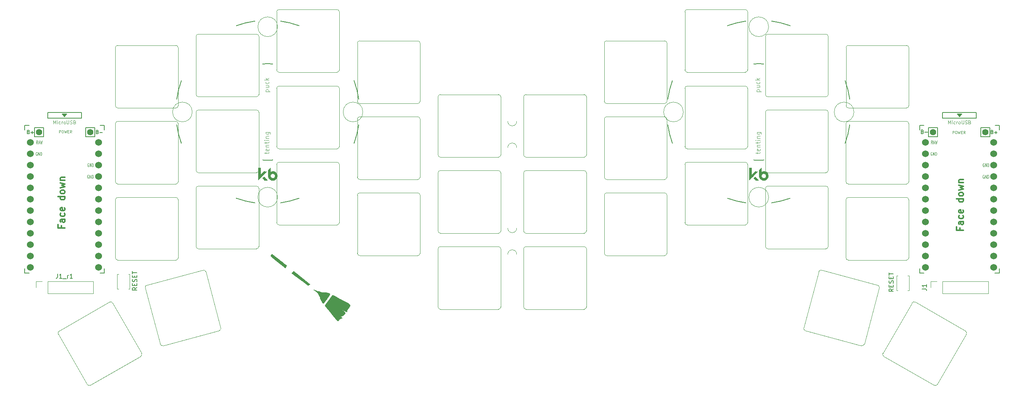
<source format=gbr>
%TF.GenerationSoftware,KiCad,Pcbnew,9.0.4*%
%TF.CreationDate,2025-08-28T00:25:30-07:00*%
%TF.ProjectId,sweepbling-lp__pcb,73776565-7062-46c6-996e-672d6c705f5f,rev?*%
%TF.SameCoordinates,Original*%
%TF.FileFunction,Legend,Top*%
%TF.FilePolarity,Positive*%
%FSLAX46Y46*%
G04 Gerber Fmt 4.6, Leading zero omitted, Abs format (unit mm)*
G04 Created by KiCad (PCBNEW 9.0.4) date 2025-08-28 00:25:30*
%MOMM*%
%LPD*%
G01*
G04 APERTURE LIST*
%ADD10C,0.300000*%
%ADD11C,0.150000*%
%ADD12C,0.120000*%
%ADD13C,0.125000*%
%ADD14C,0.100000*%
%ADD15C,0.200000*%
%ADD16C,0.010000*%
%ADD17C,1.524000*%
%ADD18C,1.397000*%
G04 APERTURE END LIST*
D10*
X230270614Y-72198857D02*
X230270614Y-72698857D01*
X231056328Y-72698857D02*
X229556328Y-72698857D01*
X229556328Y-72698857D02*
X229556328Y-71984571D01*
X231056328Y-70770286D02*
X230270614Y-70770286D01*
X230270614Y-70770286D02*
X230127757Y-70841714D01*
X230127757Y-70841714D02*
X230056328Y-70984571D01*
X230056328Y-70984571D02*
X230056328Y-71270286D01*
X230056328Y-71270286D02*
X230127757Y-71413143D01*
X230984900Y-70770286D02*
X231056328Y-70913143D01*
X231056328Y-70913143D02*
X231056328Y-71270286D01*
X231056328Y-71270286D02*
X230984900Y-71413143D01*
X230984900Y-71413143D02*
X230842042Y-71484571D01*
X230842042Y-71484571D02*
X230699185Y-71484571D01*
X230699185Y-71484571D02*
X230556328Y-71413143D01*
X230556328Y-71413143D02*
X230484900Y-71270286D01*
X230484900Y-71270286D02*
X230484900Y-70913143D01*
X230484900Y-70913143D02*
X230413471Y-70770286D01*
X230984900Y-69413143D02*
X231056328Y-69556000D01*
X231056328Y-69556000D02*
X231056328Y-69841714D01*
X231056328Y-69841714D02*
X230984900Y-69984571D01*
X230984900Y-69984571D02*
X230913471Y-70056000D01*
X230913471Y-70056000D02*
X230770614Y-70127428D01*
X230770614Y-70127428D02*
X230342042Y-70127428D01*
X230342042Y-70127428D02*
X230199185Y-70056000D01*
X230199185Y-70056000D02*
X230127757Y-69984571D01*
X230127757Y-69984571D02*
X230056328Y-69841714D01*
X230056328Y-69841714D02*
X230056328Y-69556000D01*
X230056328Y-69556000D02*
X230127757Y-69413143D01*
X230984900Y-68198857D02*
X231056328Y-68341714D01*
X231056328Y-68341714D02*
X231056328Y-68627429D01*
X231056328Y-68627429D02*
X230984900Y-68770286D01*
X230984900Y-68770286D02*
X230842042Y-68841714D01*
X230842042Y-68841714D02*
X230270614Y-68841714D01*
X230270614Y-68841714D02*
X230127757Y-68770286D01*
X230127757Y-68770286D02*
X230056328Y-68627429D01*
X230056328Y-68627429D02*
X230056328Y-68341714D01*
X230056328Y-68341714D02*
X230127757Y-68198857D01*
X230127757Y-68198857D02*
X230270614Y-68127429D01*
X230270614Y-68127429D02*
X230413471Y-68127429D01*
X230413471Y-68127429D02*
X230556328Y-68841714D01*
X231056328Y-65698858D02*
X229556328Y-65698858D01*
X230984900Y-65698858D02*
X231056328Y-65841715D01*
X231056328Y-65841715D02*
X231056328Y-66127429D01*
X231056328Y-66127429D02*
X230984900Y-66270286D01*
X230984900Y-66270286D02*
X230913471Y-66341715D01*
X230913471Y-66341715D02*
X230770614Y-66413143D01*
X230770614Y-66413143D02*
X230342042Y-66413143D01*
X230342042Y-66413143D02*
X230199185Y-66341715D01*
X230199185Y-66341715D02*
X230127757Y-66270286D01*
X230127757Y-66270286D02*
X230056328Y-66127429D01*
X230056328Y-66127429D02*
X230056328Y-65841715D01*
X230056328Y-65841715D02*
X230127757Y-65698858D01*
X231056328Y-64770286D02*
X230984900Y-64913143D01*
X230984900Y-64913143D02*
X230913471Y-64984572D01*
X230913471Y-64984572D02*
X230770614Y-65056000D01*
X230770614Y-65056000D02*
X230342042Y-65056000D01*
X230342042Y-65056000D02*
X230199185Y-64984572D01*
X230199185Y-64984572D02*
X230127757Y-64913143D01*
X230127757Y-64913143D02*
X230056328Y-64770286D01*
X230056328Y-64770286D02*
X230056328Y-64556000D01*
X230056328Y-64556000D02*
X230127757Y-64413143D01*
X230127757Y-64413143D02*
X230199185Y-64341715D01*
X230199185Y-64341715D02*
X230342042Y-64270286D01*
X230342042Y-64270286D02*
X230770614Y-64270286D01*
X230770614Y-64270286D02*
X230913471Y-64341715D01*
X230913471Y-64341715D02*
X230984900Y-64413143D01*
X230984900Y-64413143D02*
X231056328Y-64556000D01*
X231056328Y-64556000D02*
X231056328Y-64770286D01*
X230056328Y-63770286D02*
X231056328Y-63484572D01*
X231056328Y-63484572D02*
X230342042Y-63198857D01*
X230342042Y-63198857D02*
X231056328Y-62913143D01*
X231056328Y-62913143D02*
X230056328Y-62627429D01*
X230056328Y-62056000D02*
X231056328Y-62056000D01*
X230199185Y-62056000D02*
X230127757Y-61984571D01*
X230127757Y-61984571D02*
X230056328Y-61841714D01*
X230056328Y-61841714D02*
X230056328Y-61627428D01*
X230056328Y-61627428D02*
X230127757Y-61484571D01*
X230127757Y-61484571D02*
X230270614Y-61413143D01*
X230270614Y-61413143D02*
X231056328Y-61413143D01*
X29610614Y-71690857D02*
X29610614Y-72190857D01*
X30396328Y-72190857D02*
X28896328Y-72190857D01*
X28896328Y-72190857D02*
X28896328Y-71476571D01*
X30396328Y-70262286D02*
X29610614Y-70262286D01*
X29610614Y-70262286D02*
X29467757Y-70333714D01*
X29467757Y-70333714D02*
X29396328Y-70476571D01*
X29396328Y-70476571D02*
X29396328Y-70762286D01*
X29396328Y-70762286D02*
X29467757Y-70905143D01*
X30324900Y-70262286D02*
X30396328Y-70405143D01*
X30396328Y-70405143D02*
X30396328Y-70762286D01*
X30396328Y-70762286D02*
X30324900Y-70905143D01*
X30324900Y-70905143D02*
X30182042Y-70976571D01*
X30182042Y-70976571D02*
X30039185Y-70976571D01*
X30039185Y-70976571D02*
X29896328Y-70905143D01*
X29896328Y-70905143D02*
X29824900Y-70762286D01*
X29824900Y-70762286D02*
X29824900Y-70405143D01*
X29824900Y-70405143D02*
X29753471Y-70262286D01*
X30324900Y-68905143D02*
X30396328Y-69048000D01*
X30396328Y-69048000D02*
X30396328Y-69333714D01*
X30396328Y-69333714D02*
X30324900Y-69476571D01*
X30324900Y-69476571D02*
X30253471Y-69548000D01*
X30253471Y-69548000D02*
X30110614Y-69619428D01*
X30110614Y-69619428D02*
X29682042Y-69619428D01*
X29682042Y-69619428D02*
X29539185Y-69548000D01*
X29539185Y-69548000D02*
X29467757Y-69476571D01*
X29467757Y-69476571D02*
X29396328Y-69333714D01*
X29396328Y-69333714D02*
X29396328Y-69048000D01*
X29396328Y-69048000D02*
X29467757Y-68905143D01*
X30324900Y-67690857D02*
X30396328Y-67833714D01*
X30396328Y-67833714D02*
X30396328Y-68119429D01*
X30396328Y-68119429D02*
X30324900Y-68262286D01*
X30324900Y-68262286D02*
X30182042Y-68333714D01*
X30182042Y-68333714D02*
X29610614Y-68333714D01*
X29610614Y-68333714D02*
X29467757Y-68262286D01*
X29467757Y-68262286D02*
X29396328Y-68119429D01*
X29396328Y-68119429D02*
X29396328Y-67833714D01*
X29396328Y-67833714D02*
X29467757Y-67690857D01*
X29467757Y-67690857D02*
X29610614Y-67619429D01*
X29610614Y-67619429D02*
X29753471Y-67619429D01*
X29753471Y-67619429D02*
X29896328Y-68333714D01*
X30396328Y-65190858D02*
X28896328Y-65190858D01*
X30324900Y-65190858D02*
X30396328Y-65333715D01*
X30396328Y-65333715D02*
X30396328Y-65619429D01*
X30396328Y-65619429D02*
X30324900Y-65762286D01*
X30324900Y-65762286D02*
X30253471Y-65833715D01*
X30253471Y-65833715D02*
X30110614Y-65905143D01*
X30110614Y-65905143D02*
X29682042Y-65905143D01*
X29682042Y-65905143D02*
X29539185Y-65833715D01*
X29539185Y-65833715D02*
X29467757Y-65762286D01*
X29467757Y-65762286D02*
X29396328Y-65619429D01*
X29396328Y-65619429D02*
X29396328Y-65333715D01*
X29396328Y-65333715D02*
X29467757Y-65190858D01*
X30396328Y-64262286D02*
X30324900Y-64405143D01*
X30324900Y-64405143D02*
X30253471Y-64476572D01*
X30253471Y-64476572D02*
X30110614Y-64548000D01*
X30110614Y-64548000D02*
X29682042Y-64548000D01*
X29682042Y-64548000D02*
X29539185Y-64476572D01*
X29539185Y-64476572D02*
X29467757Y-64405143D01*
X29467757Y-64405143D02*
X29396328Y-64262286D01*
X29396328Y-64262286D02*
X29396328Y-64048000D01*
X29396328Y-64048000D02*
X29467757Y-63905143D01*
X29467757Y-63905143D02*
X29539185Y-63833715D01*
X29539185Y-63833715D02*
X29682042Y-63762286D01*
X29682042Y-63762286D02*
X30110614Y-63762286D01*
X30110614Y-63762286D02*
X30253471Y-63833715D01*
X30253471Y-63833715D02*
X30324900Y-63905143D01*
X30324900Y-63905143D02*
X30396328Y-64048000D01*
X30396328Y-64048000D02*
X30396328Y-64262286D01*
X29396328Y-63262286D02*
X30396328Y-62976572D01*
X30396328Y-62976572D02*
X29682042Y-62690857D01*
X29682042Y-62690857D02*
X30396328Y-62405143D01*
X30396328Y-62405143D02*
X29396328Y-62119429D01*
X29396328Y-61548000D02*
X30396328Y-61548000D01*
X29539185Y-61548000D02*
X29467757Y-61476571D01*
X29467757Y-61476571D02*
X29396328Y-61333714D01*
X29396328Y-61333714D02*
X29396328Y-61119428D01*
X29396328Y-61119428D02*
X29467757Y-60976571D01*
X29467757Y-60976571D02*
X29610614Y-60905143D01*
X29610614Y-60905143D02*
X30396328Y-60905143D01*
D11*
X22269504Y-50743247D02*
X22383790Y-50781342D01*
X22383790Y-50781342D02*
X22421885Y-50819438D01*
X22421885Y-50819438D02*
X22459981Y-50895628D01*
X22459981Y-50895628D02*
X22459981Y-51009914D01*
X22459981Y-51009914D02*
X22421885Y-51086104D01*
X22421885Y-51086104D02*
X22383790Y-51124200D01*
X22383790Y-51124200D02*
X22307600Y-51162295D01*
X22307600Y-51162295D02*
X22002838Y-51162295D01*
X22002838Y-51162295D02*
X22002838Y-50362295D01*
X22002838Y-50362295D02*
X22269504Y-50362295D01*
X22269504Y-50362295D02*
X22345695Y-50400390D01*
X22345695Y-50400390D02*
X22383790Y-50438485D01*
X22383790Y-50438485D02*
X22421885Y-50514676D01*
X22421885Y-50514676D02*
X22421885Y-50590866D01*
X22421885Y-50590866D02*
X22383790Y-50667057D01*
X22383790Y-50667057D02*
X22345695Y-50705152D01*
X22345695Y-50705152D02*
X22269504Y-50743247D01*
X22269504Y-50743247D02*
X22002838Y-50743247D01*
X22802838Y-50857533D02*
X23412362Y-50857533D01*
X23107600Y-51162295D02*
X23107600Y-50552771D01*
X37661904Y-50743247D02*
X37776190Y-50781342D01*
X37776190Y-50781342D02*
X37814285Y-50819438D01*
X37814285Y-50819438D02*
X37852381Y-50895628D01*
X37852381Y-50895628D02*
X37852381Y-51009914D01*
X37852381Y-51009914D02*
X37814285Y-51086104D01*
X37814285Y-51086104D02*
X37776190Y-51124200D01*
X37776190Y-51124200D02*
X37700000Y-51162295D01*
X37700000Y-51162295D02*
X37395238Y-51162295D01*
X37395238Y-51162295D02*
X37395238Y-50362295D01*
X37395238Y-50362295D02*
X37661904Y-50362295D01*
X37661904Y-50362295D02*
X37738095Y-50400390D01*
X37738095Y-50400390D02*
X37776190Y-50438485D01*
X37776190Y-50438485D02*
X37814285Y-50514676D01*
X37814285Y-50514676D02*
X37814285Y-50590866D01*
X37814285Y-50590866D02*
X37776190Y-50667057D01*
X37776190Y-50667057D02*
X37738095Y-50705152D01*
X37738095Y-50705152D02*
X37661904Y-50743247D01*
X37661904Y-50743247D02*
X37395238Y-50743247D01*
X38195238Y-50857533D02*
X38804762Y-50857533D01*
X221913504Y-50692447D02*
X222027790Y-50730542D01*
X222027790Y-50730542D02*
X222065885Y-50768638D01*
X222065885Y-50768638D02*
X222103981Y-50844828D01*
X222103981Y-50844828D02*
X222103981Y-50959114D01*
X222103981Y-50959114D02*
X222065885Y-51035304D01*
X222065885Y-51035304D02*
X222027790Y-51073400D01*
X222027790Y-51073400D02*
X221951600Y-51111495D01*
X221951600Y-51111495D02*
X221646838Y-51111495D01*
X221646838Y-51111495D02*
X221646838Y-50311495D01*
X221646838Y-50311495D02*
X221913504Y-50311495D01*
X221913504Y-50311495D02*
X221989695Y-50349590D01*
X221989695Y-50349590D02*
X222027790Y-50387685D01*
X222027790Y-50387685D02*
X222065885Y-50463876D01*
X222065885Y-50463876D02*
X222065885Y-50540066D01*
X222065885Y-50540066D02*
X222027790Y-50616257D01*
X222027790Y-50616257D02*
X221989695Y-50654352D01*
X221989695Y-50654352D02*
X221913504Y-50692447D01*
X221913504Y-50692447D02*
X221646838Y-50692447D01*
X222446838Y-50806733D02*
X223056362Y-50806733D01*
X237458304Y-50743247D02*
X237572590Y-50781342D01*
X237572590Y-50781342D02*
X237610685Y-50819438D01*
X237610685Y-50819438D02*
X237648781Y-50895628D01*
X237648781Y-50895628D02*
X237648781Y-51009914D01*
X237648781Y-51009914D02*
X237610685Y-51086104D01*
X237610685Y-51086104D02*
X237572590Y-51124200D01*
X237572590Y-51124200D02*
X237496400Y-51162295D01*
X237496400Y-51162295D02*
X237191638Y-51162295D01*
X237191638Y-51162295D02*
X237191638Y-50362295D01*
X237191638Y-50362295D02*
X237458304Y-50362295D01*
X237458304Y-50362295D02*
X237534495Y-50400390D01*
X237534495Y-50400390D02*
X237572590Y-50438485D01*
X237572590Y-50438485D02*
X237610685Y-50514676D01*
X237610685Y-50514676D02*
X237610685Y-50590866D01*
X237610685Y-50590866D02*
X237572590Y-50667057D01*
X237572590Y-50667057D02*
X237534495Y-50705152D01*
X237534495Y-50705152D02*
X237458304Y-50743247D01*
X237458304Y-50743247D02*
X237191638Y-50743247D01*
X237991638Y-50857533D02*
X238601162Y-50857533D01*
X238296400Y-51162295D02*
X238296400Y-50552771D01*
D12*
X29094286Y-50969731D02*
X29094286Y-50369731D01*
X29094286Y-50369731D02*
X29322857Y-50369731D01*
X29322857Y-50369731D02*
X29380000Y-50398302D01*
X29380000Y-50398302D02*
X29408571Y-50426874D01*
X29408571Y-50426874D02*
X29437143Y-50484017D01*
X29437143Y-50484017D02*
X29437143Y-50569731D01*
X29437143Y-50569731D02*
X29408571Y-50626874D01*
X29408571Y-50626874D02*
X29380000Y-50655445D01*
X29380000Y-50655445D02*
X29322857Y-50684017D01*
X29322857Y-50684017D02*
X29094286Y-50684017D01*
X29808571Y-50369731D02*
X29922857Y-50369731D01*
X29922857Y-50369731D02*
X29980000Y-50398302D01*
X29980000Y-50398302D02*
X30037143Y-50455445D01*
X30037143Y-50455445D02*
X30065714Y-50569731D01*
X30065714Y-50569731D02*
X30065714Y-50769731D01*
X30065714Y-50769731D02*
X30037143Y-50884017D01*
X30037143Y-50884017D02*
X29980000Y-50941160D01*
X29980000Y-50941160D02*
X29922857Y-50969731D01*
X29922857Y-50969731D02*
X29808571Y-50969731D01*
X29808571Y-50969731D02*
X29751429Y-50941160D01*
X29751429Y-50941160D02*
X29694286Y-50884017D01*
X29694286Y-50884017D02*
X29665714Y-50769731D01*
X29665714Y-50769731D02*
X29665714Y-50569731D01*
X29665714Y-50569731D02*
X29694286Y-50455445D01*
X29694286Y-50455445D02*
X29751429Y-50398302D01*
X29751429Y-50398302D02*
X29808571Y-50369731D01*
X30265714Y-50369731D02*
X30408571Y-50969731D01*
X30408571Y-50969731D02*
X30522857Y-50541160D01*
X30522857Y-50541160D02*
X30637142Y-50969731D01*
X30637142Y-50969731D02*
X30780000Y-50369731D01*
X31008571Y-50655445D02*
X31208571Y-50655445D01*
X31294285Y-50969731D02*
X31008571Y-50969731D01*
X31008571Y-50969731D02*
X31008571Y-50369731D01*
X31008571Y-50369731D02*
X31294285Y-50369731D01*
X31894285Y-50969731D02*
X31694285Y-50684017D01*
X31551428Y-50969731D02*
X31551428Y-50369731D01*
X31551428Y-50369731D02*
X31779999Y-50369731D01*
X31779999Y-50369731D02*
X31837142Y-50398302D01*
X31837142Y-50398302D02*
X31865713Y-50426874D01*
X31865713Y-50426874D02*
X31894285Y-50484017D01*
X31894285Y-50484017D02*
X31894285Y-50569731D01*
X31894285Y-50569731D02*
X31865713Y-50626874D01*
X31865713Y-50626874D02*
X31837142Y-50655445D01*
X31837142Y-50655445D02*
X31779999Y-50684017D01*
X31779999Y-50684017D02*
X31551428Y-50684017D01*
X228636686Y-51122131D02*
X228636686Y-50522131D01*
X228636686Y-50522131D02*
X228865257Y-50522131D01*
X228865257Y-50522131D02*
X228922400Y-50550702D01*
X228922400Y-50550702D02*
X228950971Y-50579274D01*
X228950971Y-50579274D02*
X228979543Y-50636417D01*
X228979543Y-50636417D02*
X228979543Y-50722131D01*
X228979543Y-50722131D02*
X228950971Y-50779274D01*
X228950971Y-50779274D02*
X228922400Y-50807845D01*
X228922400Y-50807845D02*
X228865257Y-50836417D01*
X228865257Y-50836417D02*
X228636686Y-50836417D01*
X229350971Y-50522131D02*
X229465257Y-50522131D01*
X229465257Y-50522131D02*
X229522400Y-50550702D01*
X229522400Y-50550702D02*
X229579543Y-50607845D01*
X229579543Y-50607845D02*
X229608114Y-50722131D01*
X229608114Y-50722131D02*
X229608114Y-50922131D01*
X229608114Y-50922131D02*
X229579543Y-51036417D01*
X229579543Y-51036417D02*
X229522400Y-51093560D01*
X229522400Y-51093560D02*
X229465257Y-51122131D01*
X229465257Y-51122131D02*
X229350971Y-51122131D01*
X229350971Y-51122131D02*
X229293829Y-51093560D01*
X229293829Y-51093560D02*
X229236686Y-51036417D01*
X229236686Y-51036417D02*
X229208114Y-50922131D01*
X229208114Y-50922131D02*
X229208114Y-50722131D01*
X229208114Y-50722131D02*
X229236686Y-50607845D01*
X229236686Y-50607845D02*
X229293829Y-50550702D01*
X229293829Y-50550702D02*
X229350971Y-50522131D01*
X229808114Y-50522131D02*
X229950971Y-51122131D01*
X229950971Y-51122131D02*
X230065257Y-50693560D01*
X230065257Y-50693560D02*
X230179542Y-51122131D01*
X230179542Y-51122131D02*
X230322400Y-50522131D01*
X230550971Y-50807845D02*
X230750971Y-50807845D01*
X230836685Y-51122131D02*
X230550971Y-51122131D01*
X230550971Y-51122131D02*
X230550971Y-50522131D01*
X230550971Y-50522131D02*
X230836685Y-50522131D01*
X231436685Y-51122131D02*
X231236685Y-50836417D01*
X231093828Y-51122131D02*
X231093828Y-50522131D01*
X231093828Y-50522131D02*
X231322399Y-50522131D01*
X231322399Y-50522131D02*
X231379542Y-50550702D01*
X231379542Y-50550702D02*
X231408113Y-50579274D01*
X231408113Y-50579274D02*
X231436685Y-50636417D01*
X231436685Y-50636417D02*
X231436685Y-50722131D01*
X231436685Y-50722131D02*
X231408113Y-50779274D01*
X231408113Y-50779274D02*
X231379542Y-50807845D01*
X231379542Y-50807845D02*
X231322399Y-50836417D01*
X231322399Y-50836417D02*
X231093828Y-50836417D01*
X227681571Y-48954724D02*
X227681571Y-48204724D01*
X227681571Y-48204724D02*
X227931571Y-48740438D01*
X227931571Y-48740438D02*
X228181571Y-48204724D01*
X228181571Y-48204724D02*
X228181571Y-48954724D01*
X228538714Y-48954724D02*
X228538714Y-48454724D01*
X228538714Y-48204724D02*
X228503000Y-48240438D01*
X228503000Y-48240438D02*
X228538714Y-48276152D01*
X228538714Y-48276152D02*
X228574428Y-48240438D01*
X228574428Y-48240438D02*
X228538714Y-48204724D01*
X228538714Y-48204724D02*
X228538714Y-48276152D01*
X229217286Y-48919010D02*
X229145857Y-48954724D01*
X229145857Y-48954724D02*
X229003000Y-48954724D01*
X229003000Y-48954724D02*
X228931571Y-48919010D01*
X228931571Y-48919010D02*
X228895857Y-48883295D01*
X228895857Y-48883295D02*
X228860143Y-48811867D01*
X228860143Y-48811867D02*
X228860143Y-48597581D01*
X228860143Y-48597581D02*
X228895857Y-48526152D01*
X228895857Y-48526152D02*
X228931571Y-48490438D01*
X228931571Y-48490438D02*
X229003000Y-48454724D01*
X229003000Y-48454724D02*
X229145857Y-48454724D01*
X229145857Y-48454724D02*
X229217286Y-48490438D01*
X229538714Y-48954724D02*
X229538714Y-48454724D01*
X229538714Y-48597581D02*
X229574428Y-48526152D01*
X229574428Y-48526152D02*
X229610143Y-48490438D01*
X229610143Y-48490438D02*
X229681571Y-48454724D01*
X229681571Y-48454724D02*
X229753000Y-48454724D01*
X230110143Y-48954724D02*
X230038714Y-48919010D01*
X230038714Y-48919010D02*
X230003000Y-48883295D01*
X230003000Y-48883295D02*
X229967286Y-48811867D01*
X229967286Y-48811867D02*
X229967286Y-48597581D01*
X229967286Y-48597581D02*
X230003000Y-48526152D01*
X230003000Y-48526152D02*
X230038714Y-48490438D01*
X230038714Y-48490438D02*
X230110143Y-48454724D01*
X230110143Y-48454724D02*
X230217286Y-48454724D01*
X230217286Y-48454724D02*
X230288714Y-48490438D01*
X230288714Y-48490438D02*
X230324429Y-48526152D01*
X230324429Y-48526152D02*
X230360143Y-48597581D01*
X230360143Y-48597581D02*
X230360143Y-48811867D01*
X230360143Y-48811867D02*
X230324429Y-48883295D01*
X230324429Y-48883295D02*
X230288714Y-48919010D01*
X230288714Y-48919010D02*
X230217286Y-48954724D01*
X230217286Y-48954724D02*
X230110143Y-48954724D01*
X230681571Y-48204724D02*
X230681571Y-48811867D01*
X230681571Y-48811867D02*
X230717285Y-48883295D01*
X230717285Y-48883295D02*
X230753000Y-48919010D01*
X230753000Y-48919010D02*
X230824428Y-48954724D01*
X230824428Y-48954724D02*
X230967285Y-48954724D01*
X230967285Y-48954724D02*
X231038714Y-48919010D01*
X231038714Y-48919010D02*
X231074428Y-48883295D01*
X231074428Y-48883295D02*
X231110142Y-48811867D01*
X231110142Y-48811867D02*
X231110142Y-48204724D01*
X231431571Y-48919010D02*
X231538714Y-48954724D01*
X231538714Y-48954724D02*
X231717285Y-48954724D01*
X231717285Y-48954724D02*
X231788714Y-48919010D01*
X231788714Y-48919010D02*
X231824428Y-48883295D01*
X231824428Y-48883295D02*
X231860142Y-48811867D01*
X231860142Y-48811867D02*
X231860142Y-48740438D01*
X231860142Y-48740438D02*
X231824428Y-48669010D01*
X231824428Y-48669010D02*
X231788714Y-48633295D01*
X231788714Y-48633295D02*
X231717285Y-48597581D01*
X231717285Y-48597581D02*
X231574428Y-48561867D01*
X231574428Y-48561867D02*
X231502999Y-48526152D01*
X231502999Y-48526152D02*
X231467285Y-48490438D01*
X231467285Y-48490438D02*
X231431571Y-48419010D01*
X231431571Y-48419010D02*
X231431571Y-48347581D01*
X231431571Y-48347581D02*
X231467285Y-48276152D01*
X231467285Y-48276152D02*
X231502999Y-48240438D01*
X231502999Y-48240438D02*
X231574428Y-48204724D01*
X231574428Y-48204724D02*
X231752999Y-48204724D01*
X231752999Y-48204724D02*
X231860142Y-48240438D01*
X232431571Y-48561867D02*
X232538714Y-48597581D01*
X232538714Y-48597581D02*
X232574428Y-48633295D01*
X232574428Y-48633295D02*
X232610142Y-48704724D01*
X232610142Y-48704724D02*
X232610142Y-48811867D01*
X232610142Y-48811867D02*
X232574428Y-48883295D01*
X232574428Y-48883295D02*
X232538714Y-48919010D01*
X232538714Y-48919010D02*
X232467285Y-48954724D01*
X232467285Y-48954724D02*
X232181571Y-48954724D01*
X232181571Y-48954724D02*
X232181571Y-48204724D01*
X232181571Y-48204724D02*
X232431571Y-48204724D01*
X232431571Y-48204724D02*
X232503000Y-48240438D01*
X232503000Y-48240438D02*
X232538714Y-48276152D01*
X232538714Y-48276152D02*
X232574428Y-48347581D01*
X232574428Y-48347581D02*
X232574428Y-48419010D01*
X232574428Y-48419010D02*
X232538714Y-48490438D01*
X232538714Y-48490438D02*
X232503000Y-48526152D01*
X232503000Y-48526152D02*
X232431571Y-48561867D01*
X232431571Y-48561867D02*
X232181571Y-48561867D01*
D13*
X235677047Y-57810178D02*
X235629428Y-57774464D01*
X235629428Y-57774464D02*
X235557999Y-57774464D01*
X235557999Y-57774464D02*
X235486571Y-57810178D01*
X235486571Y-57810178D02*
X235438952Y-57881607D01*
X235438952Y-57881607D02*
X235415142Y-57953035D01*
X235415142Y-57953035D02*
X235391333Y-58095892D01*
X235391333Y-58095892D02*
X235391333Y-58203035D01*
X235391333Y-58203035D02*
X235415142Y-58345892D01*
X235415142Y-58345892D02*
X235438952Y-58417321D01*
X235438952Y-58417321D02*
X235486571Y-58488750D01*
X235486571Y-58488750D02*
X235557999Y-58524464D01*
X235557999Y-58524464D02*
X235605618Y-58524464D01*
X235605618Y-58524464D02*
X235677047Y-58488750D01*
X235677047Y-58488750D02*
X235700856Y-58453035D01*
X235700856Y-58453035D02*
X235700856Y-58203035D01*
X235700856Y-58203035D02*
X235605618Y-58203035D01*
X235915142Y-58524464D02*
X235915142Y-57774464D01*
X235915142Y-57774464D02*
X236200856Y-58524464D01*
X236200856Y-58524464D02*
X236200856Y-57774464D01*
X236438952Y-58524464D02*
X236438952Y-57774464D01*
X236438952Y-57774464D02*
X236558000Y-57774464D01*
X236558000Y-57774464D02*
X236629428Y-57810178D01*
X236629428Y-57810178D02*
X236677047Y-57881607D01*
X236677047Y-57881607D02*
X236700857Y-57953035D01*
X236700857Y-57953035D02*
X236724666Y-58095892D01*
X236724666Y-58095892D02*
X236724666Y-58203035D01*
X236724666Y-58203035D02*
X236700857Y-58345892D01*
X236700857Y-58345892D02*
X236677047Y-58417321D01*
X236677047Y-58417321D02*
X236629428Y-58488750D01*
X236629428Y-58488750D02*
X236558000Y-58524464D01*
X236558000Y-58524464D02*
X236438952Y-58524464D01*
X224027047Y-55280178D02*
X223979428Y-55244464D01*
X223979428Y-55244464D02*
X223907999Y-55244464D01*
X223907999Y-55244464D02*
X223836571Y-55280178D01*
X223836571Y-55280178D02*
X223788952Y-55351607D01*
X223788952Y-55351607D02*
X223765142Y-55423035D01*
X223765142Y-55423035D02*
X223741333Y-55565892D01*
X223741333Y-55565892D02*
X223741333Y-55673035D01*
X223741333Y-55673035D02*
X223765142Y-55815892D01*
X223765142Y-55815892D02*
X223788952Y-55887321D01*
X223788952Y-55887321D02*
X223836571Y-55958750D01*
X223836571Y-55958750D02*
X223907999Y-55994464D01*
X223907999Y-55994464D02*
X223955618Y-55994464D01*
X223955618Y-55994464D02*
X224027047Y-55958750D01*
X224027047Y-55958750D02*
X224050856Y-55923035D01*
X224050856Y-55923035D02*
X224050856Y-55673035D01*
X224050856Y-55673035D02*
X223955618Y-55673035D01*
X224265142Y-55994464D02*
X224265142Y-55244464D01*
X224265142Y-55244464D02*
X224550856Y-55994464D01*
X224550856Y-55994464D02*
X224550856Y-55244464D01*
X224788952Y-55994464D02*
X224788952Y-55244464D01*
X224788952Y-55244464D02*
X224908000Y-55244464D01*
X224908000Y-55244464D02*
X224979428Y-55280178D01*
X224979428Y-55280178D02*
X225027047Y-55351607D01*
X225027047Y-55351607D02*
X225050857Y-55423035D01*
X225050857Y-55423035D02*
X225074666Y-55565892D01*
X225074666Y-55565892D02*
X225074666Y-55673035D01*
X225074666Y-55673035D02*
X225050857Y-55815892D01*
X225050857Y-55815892D02*
X225027047Y-55887321D01*
X225027047Y-55887321D02*
X224979428Y-55958750D01*
X224979428Y-55958750D02*
X224908000Y-55994464D01*
X224908000Y-55994464D02*
X224788952Y-55994464D01*
X235657047Y-60390178D02*
X235609428Y-60354464D01*
X235609428Y-60354464D02*
X235537999Y-60354464D01*
X235537999Y-60354464D02*
X235466571Y-60390178D01*
X235466571Y-60390178D02*
X235418952Y-60461607D01*
X235418952Y-60461607D02*
X235395142Y-60533035D01*
X235395142Y-60533035D02*
X235371333Y-60675892D01*
X235371333Y-60675892D02*
X235371333Y-60783035D01*
X235371333Y-60783035D02*
X235395142Y-60925892D01*
X235395142Y-60925892D02*
X235418952Y-60997321D01*
X235418952Y-60997321D02*
X235466571Y-61068750D01*
X235466571Y-61068750D02*
X235537999Y-61104464D01*
X235537999Y-61104464D02*
X235585618Y-61104464D01*
X235585618Y-61104464D02*
X235657047Y-61068750D01*
X235657047Y-61068750D02*
X235680856Y-61033035D01*
X235680856Y-61033035D02*
X235680856Y-60783035D01*
X235680856Y-60783035D02*
X235585618Y-60783035D01*
X235895142Y-61104464D02*
X235895142Y-60354464D01*
X235895142Y-60354464D02*
X236180856Y-61104464D01*
X236180856Y-61104464D02*
X236180856Y-60354464D01*
X236418952Y-61104464D02*
X236418952Y-60354464D01*
X236418952Y-60354464D02*
X236538000Y-60354464D01*
X236538000Y-60354464D02*
X236609428Y-60390178D01*
X236609428Y-60390178D02*
X236657047Y-60461607D01*
X236657047Y-60461607D02*
X236680857Y-60533035D01*
X236680857Y-60533035D02*
X236704666Y-60675892D01*
X236704666Y-60675892D02*
X236704666Y-60783035D01*
X236704666Y-60783035D02*
X236680857Y-60925892D01*
X236680857Y-60925892D02*
X236657047Y-60997321D01*
X236657047Y-60997321D02*
X236609428Y-61068750D01*
X236609428Y-61068750D02*
X236538000Y-61104464D01*
X236538000Y-61104464D02*
X236418952Y-61104464D01*
X224162761Y-53384464D02*
X223996095Y-53027321D01*
X223877047Y-53384464D02*
X223877047Y-52634464D01*
X223877047Y-52634464D02*
X224067523Y-52634464D01*
X224067523Y-52634464D02*
X224115142Y-52670178D01*
X224115142Y-52670178D02*
X224138952Y-52705892D01*
X224138952Y-52705892D02*
X224162761Y-52777321D01*
X224162761Y-52777321D02*
X224162761Y-52884464D01*
X224162761Y-52884464D02*
X224138952Y-52955892D01*
X224138952Y-52955892D02*
X224115142Y-52991607D01*
X224115142Y-52991607D02*
X224067523Y-53027321D01*
X224067523Y-53027321D02*
X223877047Y-53027321D01*
X224353238Y-53170178D02*
X224591333Y-53170178D01*
X224305619Y-53384464D02*
X224472285Y-52634464D01*
X224472285Y-52634464D02*
X224638952Y-53384464D01*
X224757999Y-52634464D02*
X224877047Y-53384464D01*
X224877047Y-53384464D02*
X224972285Y-52848750D01*
X224972285Y-52848750D02*
X225067523Y-53384464D01*
X225067523Y-53384464D02*
X225186571Y-52634464D01*
D11*
X215414315Y-85825381D02*
X214938124Y-86158714D01*
X215414315Y-86396809D02*
X214414315Y-86396809D01*
X214414315Y-86396809D02*
X214414315Y-86015857D01*
X214414315Y-86015857D02*
X214461934Y-85920619D01*
X214461934Y-85920619D02*
X214509553Y-85873000D01*
X214509553Y-85873000D02*
X214604791Y-85825381D01*
X214604791Y-85825381D02*
X214747648Y-85825381D01*
X214747648Y-85825381D02*
X214842886Y-85873000D01*
X214842886Y-85873000D02*
X214890505Y-85920619D01*
X214890505Y-85920619D02*
X214938124Y-86015857D01*
X214938124Y-86015857D02*
X214938124Y-86396809D01*
X214890505Y-85396809D02*
X214890505Y-85063476D01*
X215414315Y-84920619D02*
X215414315Y-85396809D01*
X215414315Y-85396809D02*
X214414315Y-85396809D01*
X214414315Y-85396809D02*
X214414315Y-84920619D01*
X215366696Y-84539666D02*
X215414315Y-84396809D01*
X215414315Y-84396809D02*
X215414315Y-84158714D01*
X215414315Y-84158714D02*
X215366696Y-84063476D01*
X215366696Y-84063476D02*
X215319076Y-84015857D01*
X215319076Y-84015857D02*
X215223838Y-83968238D01*
X215223838Y-83968238D02*
X215128600Y-83968238D01*
X215128600Y-83968238D02*
X215033362Y-84015857D01*
X215033362Y-84015857D02*
X214985743Y-84063476D01*
X214985743Y-84063476D02*
X214938124Y-84158714D01*
X214938124Y-84158714D02*
X214890505Y-84349190D01*
X214890505Y-84349190D02*
X214842886Y-84444428D01*
X214842886Y-84444428D02*
X214795267Y-84492047D01*
X214795267Y-84492047D02*
X214700029Y-84539666D01*
X214700029Y-84539666D02*
X214604791Y-84539666D01*
X214604791Y-84539666D02*
X214509553Y-84492047D01*
X214509553Y-84492047D02*
X214461934Y-84444428D01*
X214461934Y-84444428D02*
X214414315Y-84349190D01*
X214414315Y-84349190D02*
X214414315Y-84111095D01*
X214414315Y-84111095D02*
X214461934Y-83968238D01*
X214890505Y-83539666D02*
X214890505Y-83206333D01*
X215414315Y-83063476D02*
X215414315Y-83539666D01*
X215414315Y-83539666D02*
X214414315Y-83539666D01*
X214414315Y-83539666D02*
X214414315Y-83063476D01*
X214414315Y-82777761D02*
X214414315Y-82206333D01*
X215414315Y-82492047D02*
X214414315Y-82492047D01*
D14*
X184892752Y-41749499D02*
X185892752Y-41749499D01*
X184940371Y-41749499D02*
X184892752Y-41654261D01*
X184892752Y-41654261D02*
X184892752Y-41463785D01*
X184892752Y-41463785D02*
X184940371Y-41368547D01*
X184940371Y-41368547D02*
X184987990Y-41320928D01*
X184987990Y-41320928D02*
X185083228Y-41273309D01*
X185083228Y-41273309D02*
X185368942Y-41273309D01*
X185368942Y-41273309D02*
X185464180Y-41320928D01*
X185464180Y-41320928D02*
X185511800Y-41368547D01*
X185511800Y-41368547D02*
X185559419Y-41463785D01*
X185559419Y-41463785D02*
X185559419Y-41654261D01*
X185559419Y-41654261D02*
X185511800Y-41749499D01*
X184892752Y-40416166D02*
X185559419Y-40416166D01*
X184892752Y-40844737D02*
X185416561Y-40844737D01*
X185416561Y-40844737D02*
X185511800Y-40797118D01*
X185511800Y-40797118D02*
X185559419Y-40701880D01*
X185559419Y-40701880D02*
X185559419Y-40559023D01*
X185559419Y-40559023D02*
X185511800Y-40463785D01*
X185511800Y-40463785D02*
X185464180Y-40416166D01*
X185511800Y-39511404D02*
X185559419Y-39606642D01*
X185559419Y-39606642D02*
X185559419Y-39797118D01*
X185559419Y-39797118D02*
X185511800Y-39892356D01*
X185511800Y-39892356D02*
X185464180Y-39939975D01*
X185464180Y-39939975D02*
X185368942Y-39987594D01*
X185368942Y-39987594D02*
X185083228Y-39987594D01*
X185083228Y-39987594D02*
X184987990Y-39939975D01*
X184987990Y-39939975D02*
X184940371Y-39892356D01*
X184940371Y-39892356D02*
X184892752Y-39797118D01*
X184892752Y-39797118D02*
X184892752Y-39606642D01*
X184892752Y-39606642D02*
X184940371Y-39511404D01*
X185559419Y-39082832D02*
X184559419Y-39082832D01*
X185178466Y-38987594D02*
X185559419Y-38701880D01*
X184892752Y-38701880D02*
X185273704Y-39082832D01*
X184956252Y-55639999D02*
X184956252Y-55259047D01*
X184622919Y-55497142D02*
X185480061Y-55497142D01*
X185480061Y-55497142D02*
X185575300Y-55449523D01*
X185575300Y-55449523D02*
X185622919Y-55354285D01*
X185622919Y-55354285D02*
X185622919Y-55259047D01*
X185575300Y-54544761D02*
X185622919Y-54639999D01*
X185622919Y-54639999D02*
X185622919Y-54830475D01*
X185622919Y-54830475D02*
X185575300Y-54925713D01*
X185575300Y-54925713D02*
X185480061Y-54973332D01*
X185480061Y-54973332D02*
X185099109Y-54973332D01*
X185099109Y-54973332D02*
X185003871Y-54925713D01*
X185003871Y-54925713D02*
X184956252Y-54830475D01*
X184956252Y-54830475D02*
X184956252Y-54639999D01*
X184956252Y-54639999D02*
X185003871Y-54544761D01*
X185003871Y-54544761D02*
X185099109Y-54497142D01*
X185099109Y-54497142D02*
X185194347Y-54497142D01*
X185194347Y-54497142D02*
X185289585Y-54973332D01*
X184956252Y-54068570D02*
X185622919Y-54068570D01*
X185051490Y-54068570D02*
X185003871Y-54020951D01*
X185003871Y-54020951D02*
X184956252Y-53925713D01*
X184956252Y-53925713D02*
X184956252Y-53782856D01*
X184956252Y-53782856D02*
X185003871Y-53687618D01*
X185003871Y-53687618D02*
X185099109Y-53639999D01*
X185099109Y-53639999D02*
X185622919Y-53639999D01*
X184956252Y-53306665D02*
X184956252Y-52925713D01*
X184622919Y-53163808D02*
X185480061Y-53163808D01*
X185480061Y-53163808D02*
X185575300Y-53116189D01*
X185575300Y-53116189D02*
X185622919Y-53020951D01*
X185622919Y-53020951D02*
X185622919Y-52925713D01*
X185622919Y-52592379D02*
X184956252Y-52592379D01*
X184622919Y-52592379D02*
X184670538Y-52639998D01*
X184670538Y-52639998D02*
X184718157Y-52592379D01*
X184718157Y-52592379D02*
X184670538Y-52544760D01*
X184670538Y-52544760D02*
X184622919Y-52592379D01*
X184622919Y-52592379D02*
X184718157Y-52592379D01*
X184956252Y-52116189D02*
X185622919Y-52116189D01*
X185051490Y-52116189D02*
X185003871Y-52068570D01*
X185003871Y-52068570D02*
X184956252Y-51973332D01*
X184956252Y-51973332D02*
X184956252Y-51830475D01*
X184956252Y-51830475D02*
X185003871Y-51735237D01*
X185003871Y-51735237D02*
X185099109Y-51687618D01*
X185099109Y-51687618D02*
X185622919Y-51687618D01*
X184956252Y-50782856D02*
X185765776Y-50782856D01*
X185765776Y-50782856D02*
X185861014Y-50830475D01*
X185861014Y-50830475D02*
X185908633Y-50878094D01*
X185908633Y-50878094D02*
X185956252Y-50973332D01*
X185956252Y-50973332D02*
X185956252Y-51116189D01*
X185956252Y-51116189D02*
X185908633Y-51211427D01*
X185575300Y-50782856D02*
X185622919Y-50878094D01*
X185622919Y-50878094D02*
X185622919Y-51068570D01*
X185622919Y-51068570D02*
X185575300Y-51163808D01*
X185575300Y-51163808D02*
X185527680Y-51211427D01*
X185527680Y-51211427D02*
X185432442Y-51259046D01*
X185432442Y-51259046D02*
X185146728Y-51259046D01*
X185146728Y-51259046D02*
X185051490Y-51211427D01*
X185051490Y-51211427D02*
X185003871Y-51163808D01*
X185003871Y-51163808D02*
X184956252Y-51068570D01*
X184956252Y-51068570D02*
X184956252Y-50878094D01*
X184956252Y-50878094D02*
X185003871Y-50782856D01*
D13*
X24175047Y-55280178D02*
X24127428Y-55244464D01*
X24127428Y-55244464D02*
X24055999Y-55244464D01*
X24055999Y-55244464D02*
X23984571Y-55280178D01*
X23984571Y-55280178D02*
X23936952Y-55351607D01*
X23936952Y-55351607D02*
X23913142Y-55423035D01*
X23913142Y-55423035D02*
X23889333Y-55565892D01*
X23889333Y-55565892D02*
X23889333Y-55673035D01*
X23889333Y-55673035D02*
X23913142Y-55815892D01*
X23913142Y-55815892D02*
X23936952Y-55887321D01*
X23936952Y-55887321D02*
X23984571Y-55958750D01*
X23984571Y-55958750D02*
X24055999Y-55994464D01*
X24055999Y-55994464D02*
X24103618Y-55994464D01*
X24103618Y-55994464D02*
X24175047Y-55958750D01*
X24175047Y-55958750D02*
X24198856Y-55923035D01*
X24198856Y-55923035D02*
X24198856Y-55673035D01*
X24198856Y-55673035D02*
X24103618Y-55673035D01*
X24413142Y-55994464D02*
X24413142Y-55244464D01*
X24413142Y-55244464D02*
X24698856Y-55994464D01*
X24698856Y-55994464D02*
X24698856Y-55244464D01*
X24936952Y-55994464D02*
X24936952Y-55244464D01*
X24936952Y-55244464D02*
X25056000Y-55244464D01*
X25056000Y-55244464D02*
X25127428Y-55280178D01*
X25127428Y-55280178D02*
X25175047Y-55351607D01*
X25175047Y-55351607D02*
X25198857Y-55423035D01*
X25198857Y-55423035D02*
X25222666Y-55565892D01*
X25222666Y-55565892D02*
X25222666Y-55673035D01*
X25222666Y-55673035D02*
X25198857Y-55815892D01*
X25198857Y-55815892D02*
X25175047Y-55887321D01*
X25175047Y-55887321D02*
X25127428Y-55958750D01*
X25127428Y-55958750D02*
X25056000Y-55994464D01*
X25056000Y-55994464D02*
X24936952Y-55994464D01*
D12*
X27829571Y-48954724D02*
X27829571Y-48204724D01*
X27829571Y-48204724D02*
X28079571Y-48740438D01*
X28079571Y-48740438D02*
X28329571Y-48204724D01*
X28329571Y-48204724D02*
X28329571Y-48954724D01*
X28686714Y-48954724D02*
X28686714Y-48454724D01*
X28686714Y-48204724D02*
X28651000Y-48240438D01*
X28651000Y-48240438D02*
X28686714Y-48276152D01*
X28686714Y-48276152D02*
X28722428Y-48240438D01*
X28722428Y-48240438D02*
X28686714Y-48204724D01*
X28686714Y-48204724D02*
X28686714Y-48276152D01*
X29365286Y-48919010D02*
X29293857Y-48954724D01*
X29293857Y-48954724D02*
X29151000Y-48954724D01*
X29151000Y-48954724D02*
X29079571Y-48919010D01*
X29079571Y-48919010D02*
X29043857Y-48883295D01*
X29043857Y-48883295D02*
X29008143Y-48811867D01*
X29008143Y-48811867D02*
X29008143Y-48597581D01*
X29008143Y-48597581D02*
X29043857Y-48526152D01*
X29043857Y-48526152D02*
X29079571Y-48490438D01*
X29079571Y-48490438D02*
X29151000Y-48454724D01*
X29151000Y-48454724D02*
X29293857Y-48454724D01*
X29293857Y-48454724D02*
X29365286Y-48490438D01*
X29686714Y-48954724D02*
X29686714Y-48454724D01*
X29686714Y-48597581D02*
X29722428Y-48526152D01*
X29722428Y-48526152D02*
X29758143Y-48490438D01*
X29758143Y-48490438D02*
X29829571Y-48454724D01*
X29829571Y-48454724D02*
X29901000Y-48454724D01*
X30258143Y-48954724D02*
X30186714Y-48919010D01*
X30186714Y-48919010D02*
X30151000Y-48883295D01*
X30151000Y-48883295D02*
X30115286Y-48811867D01*
X30115286Y-48811867D02*
X30115286Y-48597581D01*
X30115286Y-48597581D02*
X30151000Y-48526152D01*
X30151000Y-48526152D02*
X30186714Y-48490438D01*
X30186714Y-48490438D02*
X30258143Y-48454724D01*
X30258143Y-48454724D02*
X30365286Y-48454724D01*
X30365286Y-48454724D02*
X30436714Y-48490438D01*
X30436714Y-48490438D02*
X30472429Y-48526152D01*
X30472429Y-48526152D02*
X30508143Y-48597581D01*
X30508143Y-48597581D02*
X30508143Y-48811867D01*
X30508143Y-48811867D02*
X30472429Y-48883295D01*
X30472429Y-48883295D02*
X30436714Y-48919010D01*
X30436714Y-48919010D02*
X30365286Y-48954724D01*
X30365286Y-48954724D02*
X30258143Y-48954724D01*
X30829571Y-48204724D02*
X30829571Y-48811867D01*
X30829571Y-48811867D02*
X30865285Y-48883295D01*
X30865285Y-48883295D02*
X30901000Y-48919010D01*
X30901000Y-48919010D02*
X30972428Y-48954724D01*
X30972428Y-48954724D02*
X31115285Y-48954724D01*
X31115285Y-48954724D02*
X31186714Y-48919010D01*
X31186714Y-48919010D02*
X31222428Y-48883295D01*
X31222428Y-48883295D02*
X31258142Y-48811867D01*
X31258142Y-48811867D02*
X31258142Y-48204724D01*
X31579571Y-48919010D02*
X31686714Y-48954724D01*
X31686714Y-48954724D02*
X31865285Y-48954724D01*
X31865285Y-48954724D02*
X31936714Y-48919010D01*
X31936714Y-48919010D02*
X31972428Y-48883295D01*
X31972428Y-48883295D02*
X32008142Y-48811867D01*
X32008142Y-48811867D02*
X32008142Y-48740438D01*
X32008142Y-48740438D02*
X31972428Y-48669010D01*
X31972428Y-48669010D02*
X31936714Y-48633295D01*
X31936714Y-48633295D02*
X31865285Y-48597581D01*
X31865285Y-48597581D02*
X31722428Y-48561867D01*
X31722428Y-48561867D02*
X31650999Y-48526152D01*
X31650999Y-48526152D02*
X31615285Y-48490438D01*
X31615285Y-48490438D02*
X31579571Y-48419010D01*
X31579571Y-48419010D02*
X31579571Y-48347581D01*
X31579571Y-48347581D02*
X31615285Y-48276152D01*
X31615285Y-48276152D02*
X31650999Y-48240438D01*
X31650999Y-48240438D02*
X31722428Y-48204724D01*
X31722428Y-48204724D02*
X31900999Y-48204724D01*
X31900999Y-48204724D02*
X32008142Y-48240438D01*
X32579571Y-48561867D02*
X32686714Y-48597581D01*
X32686714Y-48597581D02*
X32722428Y-48633295D01*
X32722428Y-48633295D02*
X32758142Y-48704724D01*
X32758142Y-48704724D02*
X32758142Y-48811867D01*
X32758142Y-48811867D02*
X32722428Y-48883295D01*
X32722428Y-48883295D02*
X32686714Y-48919010D01*
X32686714Y-48919010D02*
X32615285Y-48954724D01*
X32615285Y-48954724D02*
X32329571Y-48954724D01*
X32329571Y-48954724D02*
X32329571Y-48204724D01*
X32329571Y-48204724D02*
X32579571Y-48204724D01*
X32579571Y-48204724D02*
X32651000Y-48240438D01*
X32651000Y-48240438D02*
X32686714Y-48276152D01*
X32686714Y-48276152D02*
X32722428Y-48347581D01*
X32722428Y-48347581D02*
X32722428Y-48419010D01*
X32722428Y-48419010D02*
X32686714Y-48490438D01*
X32686714Y-48490438D02*
X32651000Y-48526152D01*
X32651000Y-48526152D02*
X32579571Y-48561867D01*
X32579571Y-48561867D02*
X32329571Y-48561867D01*
D13*
X35707047Y-57810178D02*
X35659428Y-57774464D01*
X35659428Y-57774464D02*
X35587999Y-57774464D01*
X35587999Y-57774464D02*
X35516571Y-57810178D01*
X35516571Y-57810178D02*
X35468952Y-57881607D01*
X35468952Y-57881607D02*
X35445142Y-57953035D01*
X35445142Y-57953035D02*
X35421333Y-58095892D01*
X35421333Y-58095892D02*
X35421333Y-58203035D01*
X35421333Y-58203035D02*
X35445142Y-58345892D01*
X35445142Y-58345892D02*
X35468952Y-58417321D01*
X35468952Y-58417321D02*
X35516571Y-58488750D01*
X35516571Y-58488750D02*
X35587999Y-58524464D01*
X35587999Y-58524464D02*
X35635618Y-58524464D01*
X35635618Y-58524464D02*
X35707047Y-58488750D01*
X35707047Y-58488750D02*
X35730856Y-58453035D01*
X35730856Y-58453035D02*
X35730856Y-58203035D01*
X35730856Y-58203035D02*
X35635618Y-58203035D01*
X35945142Y-58524464D02*
X35945142Y-57774464D01*
X35945142Y-57774464D02*
X36230856Y-58524464D01*
X36230856Y-58524464D02*
X36230856Y-57774464D01*
X36468952Y-58524464D02*
X36468952Y-57774464D01*
X36468952Y-57774464D02*
X36588000Y-57774464D01*
X36588000Y-57774464D02*
X36659428Y-57810178D01*
X36659428Y-57810178D02*
X36707047Y-57881607D01*
X36707047Y-57881607D02*
X36730857Y-57953035D01*
X36730857Y-57953035D02*
X36754666Y-58095892D01*
X36754666Y-58095892D02*
X36754666Y-58203035D01*
X36754666Y-58203035D02*
X36730857Y-58345892D01*
X36730857Y-58345892D02*
X36707047Y-58417321D01*
X36707047Y-58417321D02*
X36659428Y-58488750D01*
X36659428Y-58488750D02*
X36588000Y-58524464D01*
X36588000Y-58524464D02*
X36468952Y-58524464D01*
X24310761Y-53384464D02*
X24144095Y-53027321D01*
X24025047Y-53384464D02*
X24025047Y-52634464D01*
X24025047Y-52634464D02*
X24215523Y-52634464D01*
X24215523Y-52634464D02*
X24263142Y-52670178D01*
X24263142Y-52670178D02*
X24286952Y-52705892D01*
X24286952Y-52705892D02*
X24310761Y-52777321D01*
X24310761Y-52777321D02*
X24310761Y-52884464D01*
X24310761Y-52884464D02*
X24286952Y-52955892D01*
X24286952Y-52955892D02*
X24263142Y-52991607D01*
X24263142Y-52991607D02*
X24215523Y-53027321D01*
X24215523Y-53027321D02*
X24025047Y-53027321D01*
X24501238Y-53170178D02*
X24739333Y-53170178D01*
X24453619Y-53384464D02*
X24620285Y-52634464D01*
X24620285Y-52634464D02*
X24786952Y-53384464D01*
X24905999Y-52634464D02*
X25025047Y-53384464D01*
X25025047Y-53384464D02*
X25120285Y-52848750D01*
X25120285Y-52848750D02*
X25215523Y-53384464D01*
X25215523Y-53384464D02*
X25334571Y-52634464D01*
X35687047Y-60390178D02*
X35639428Y-60354464D01*
X35639428Y-60354464D02*
X35567999Y-60354464D01*
X35567999Y-60354464D02*
X35496571Y-60390178D01*
X35496571Y-60390178D02*
X35448952Y-60461607D01*
X35448952Y-60461607D02*
X35425142Y-60533035D01*
X35425142Y-60533035D02*
X35401333Y-60675892D01*
X35401333Y-60675892D02*
X35401333Y-60783035D01*
X35401333Y-60783035D02*
X35425142Y-60925892D01*
X35425142Y-60925892D02*
X35448952Y-60997321D01*
X35448952Y-60997321D02*
X35496571Y-61068750D01*
X35496571Y-61068750D02*
X35567999Y-61104464D01*
X35567999Y-61104464D02*
X35615618Y-61104464D01*
X35615618Y-61104464D02*
X35687047Y-61068750D01*
X35687047Y-61068750D02*
X35710856Y-61033035D01*
X35710856Y-61033035D02*
X35710856Y-60783035D01*
X35710856Y-60783035D02*
X35615618Y-60783035D01*
X35925142Y-61104464D02*
X35925142Y-60354464D01*
X35925142Y-60354464D02*
X36210856Y-61104464D01*
X36210856Y-61104464D02*
X36210856Y-60354464D01*
X36448952Y-61104464D02*
X36448952Y-60354464D01*
X36448952Y-60354464D02*
X36568000Y-60354464D01*
X36568000Y-60354464D02*
X36639428Y-60390178D01*
X36639428Y-60390178D02*
X36687047Y-60461607D01*
X36687047Y-60461607D02*
X36710857Y-60533035D01*
X36710857Y-60533035D02*
X36734666Y-60675892D01*
X36734666Y-60675892D02*
X36734666Y-60783035D01*
X36734666Y-60783035D02*
X36710857Y-60925892D01*
X36710857Y-60925892D02*
X36687047Y-60997321D01*
X36687047Y-60997321D02*
X36639428Y-61068750D01*
X36639428Y-61068750D02*
X36568000Y-61104464D01*
X36568000Y-61104464D02*
X36448952Y-61104464D01*
D14*
X75292252Y-55639999D02*
X75292252Y-55259047D01*
X74958919Y-55497142D02*
X75816061Y-55497142D01*
X75816061Y-55497142D02*
X75911300Y-55449523D01*
X75911300Y-55449523D02*
X75958919Y-55354285D01*
X75958919Y-55354285D02*
X75958919Y-55259047D01*
X75911300Y-54544761D02*
X75958919Y-54639999D01*
X75958919Y-54639999D02*
X75958919Y-54830475D01*
X75958919Y-54830475D02*
X75911300Y-54925713D01*
X75911300Y-54925713D02*
X75816061Y-54973332D01*
X75816061Y-54973332D02*
X75435109Y-54973332D01*
X75435109Y-54973332D02*
X75339871Y-54925713D01*
X75339871Y-54925713D02*
X75292252Y-54830475D01*
X75292252Y-54830475D02*
X75292252Y-54639999D01*
X75292252Y-54639999D02*
X75339871Y-54544761D01*
X75339871Y-54544761D02*
X75435109Y-54497142D01*
X75435109Y-54497142D02*
X75530347Y-54497142D01*
X75530347Y-54497142D02*
X75625585Y-54973332D01*
X75292252Y-54068570D02*
X75958919Y-54068570D01*
X75387490Y-54068570D02*
X75339871Y-54020951D01*
X75339871Y-54020951D02*
X75292252Y-53925713D01*
X75292252Y-53925713D02*
X75292252Y-53782856D01*
X75292252Y-53782856D02*
X75339871Y-53687618D01*
X75339871Y-53687618D02*
X75435109Y-53639999D01*
X75435109Y-53639999D02*
X75958919Y-53639999D01*
X75292252Y-53306665D02*
X75292252Y-52925713D01*
X74958919Y-53163808D02*
X75816061Y-53163808D01*
X75816061Y-53163808D02*
X75911300Y-53116189D01*
X75911300Y-53116189D02*
X75958919Y-53020951D01*
X75958919Y-53020951D02*
X75958919Y-52925713D01*
X75958919Y-52592379D02*
X75292252Y-52592379D01*
X74958919Y-52592379D02*
X75006538Y-52639998D01*
X75006538Y-52639998D02*
X75054157Y-52592379D01*
X75054157Y-52592379D02*
X75006538Y-52544760D01*
X75006538Y-52544760D02*
X74958919Y-52592379D01*
X74958919Y-52592379D02*
X75054157Y-52592379D01*
X75292252Y-52116189D02*
X75958919Y-52116189D01*
X75387490Y-52116189D02*
X75339871Y-52068570D01*
X75339871Y-52068570D02*
X75292252Y-51973332D01*
X75292252Y-51973332D02*
X75292252Y-51830475D01*
X75292252Y-51830475D02*
X75339871Y-51735237D01*
X75339871Y-51735237D02*
X75435109Y-51687618D01*
X75435109Y-51687618D02*
X75958919Y-51687618D01*
X75292252Y-50782856D02*
X76101776Y-50782856D01*
X76101776Y-50782856D02*
X76197014Y-50830475D01*
X76197014Y-50830475D02*
X76244633Y-50878094D01*
X76244633Y-50878094D02*
X76292252Y-50973332D01*
X76292252Y-50973332D02*
X76292252Y-51116189D01*
X76292252Y-51116189D02*
X76244633Y-51211427D01*
X75911300Y-50782856D02*
X75958919Y-50878094D01*
X75958919Y-50878094D02*
X75958919Y-51068570D01*
X75958919Y-51068570D02*
X75911300Y-51163808D01*
X75911300Y-51163808D02*
X75863680Y-51211427D01*
X75863680Y-51211427D02*
X75768442Y-51259046D01*
X75768442Y-51259046D02*
X75482728Y-51259046D01*
X75482728Y-51259046D02*
X75387490Y-51211427D01*
X75387490Y-51211427D02*
X75339871Y-51163808D01*
X75339871Y-51163808D02*
X75292252Y-51068570D01*
X75292252Y-51068570D02*
X75292252Y-50878094D01*
X75292252Y-50878094D02*
X75339871Y-50782856D01*
X75228752Y-41749499D02*
X76228752Y-41749499D01*
X75276371Y-41749499D02*
X75228752Y-41654261D01*
X75228752Y-41654261D02*
X75228752Y-41463785D01*
X75228752Y-41463785D02*
X75276371Y-41368547D01*
X75276371Y-41368547D02*
X75323990Y-41320928D01*
X75323990Y-41320928D02*
X75419228Y-41273309D01*
X75419228Y-41273309D02*
X75704942Y-41273309D01*
X75704942Y-41273309D02*
X75800180Y-41320928D01*
X75800180Y-41320928D02*
X75847800Y-41368547D01*
X75847800Y-41368547D02*
X75895419Y-41463785D01*
X75895419Y-41463785D02*
X75895419Y-41654261D01*
X75895419Y-41654261D02*
X75847800Y-41749499D01*
X75228752Y-40416166D02*
X75895419Y-40416166D01*
X75228752Y-40844737D02*
X75752561Y-40844737D01*
X75752561Y-40844737D02*
X75847800Y-40797118D01*
X75847800Y-40797118D02*
X75895419Y-40701880D01*
X75895419Y-40701880D02*
X75895419Y-40559023D01*
X75895419Y-40559023D02*
X75847800Y-40463785D01*
X75847800Y-40463785D02*
X75800180Y-40416166D01*
X75847800Y-39511404D02*
X75895419Y-39606642D01*
X75895419Y-39606642D02*
X75895419Y-39797118D01*
X75895419Y-39797118D02*
X75847800Y-39892356D01*
X75847800Y-39892356D02*
X75800180Y-39939975D01*
X75800180Y-39939975D02*
X75704942Y-39987594D01*
X75704942Y-39987594D02*
X75419228Y-39987594D01*
X75419228Y-39987594D02*
X75323990Y-39939975D01*
X75323990Y-39939975D02*
X75276371Y-39892356D01*
X75276371Y-39892356D02*
X75228752Y-39797118D01*
X75228752Y-39797118D02*
X75228752Y-39606642D01*
X75228752Y-39606642D02*
X75276371Y-39511404D01*
X75895419Y-39082832D02*
X74895419Y-39082832D01*
X75514466Y-38987594D02*
X75895419Y-38701880D01*
X75228752Y-38701880D02*
X75609704Y-39082832D01*
D11*
X46490356Y-85525381D02*
X46014165Y-85858714D01*
X46490356Y-86096809D02*
X45490356Y-86096809D01*
X45490356Y-86096809D02*
X45490356Y-85715857D01*
X45490356Y-85715857D02*
X45537975Y-85620619D01*
X45537975Y-85620619D02*
X45585594Y-85573000D01*
X45585594Y-85573000D02*
X45680832Y-85525381D01*
X45680832Y-85525381D02*
X45823689Y-85525381D01*
X45823689Y-85525381D02*
X45918927Y-85573000D01*
X45918927Y-85573000D02*
X45966546Y-85620619D01*
X45966546Y-85620619D02*
X46014165Y-85715857D01*
X46014165Y-85715857D02*
X46014165Y-86096809D01*
X45966546Y-85096809D02*
X45966546Y-84763476D01*
X46490356Y-84620619D02*
X46490356Y-85096809D01*
X46490356Y-85096809D02*
X45490356Y-85096809D01*
X45490356Y-85096809D02*
X45490356Y-84620619D01*
X46442737Y-84239666D02*
X46490356Y-84096809D01*
X46490356Y-84096809D02*
X46490356Y-83858714D01*
X46490356Y-83858714D02*
X46442737Y-83763476D01*
X46442737Y-83763476D02*
X46395117Y-83715857D01*
X46395117Y-83715857D02*
X46299879Y-83668238D01*
X46299879Y-83668238D02*
X46204641Y-83668238D01*
X46204641Y-83668238D02*
X46109403Y-83715857D01*
X46109403Y-83715857D02*
X46061784Y-83763476D01*
X46061784Y-83763476D02*
X46014165Y-83858714D01*
X46014165Y-83858714D02*
X45966546Y-84049190D01*
X45966546Y-84049190D02*
X45918927Y-84144428D01*
X45918927Y-84144428D02*
X45871308Y-84192047D01*
X45871308Y-84192047D02*
X45776070Y-84239666D01*
X45776070Y-84239666D02*
X45680832Y-84239666D01*
X45680832Y-84239666D02*
X45585594Y-84192047D01*
X45585594Y-84192047D02*
X45537975Y-84144428D01*
X45537975Y-84144428D02*
X45490356Y-84049190D01*
X45490356Y-84049190D02*
X45490356Y-83811095D01*
X45490356Y-83811095D02*
X45537975Y-83668238D01*
X45966546Y-83239666D02*
X45966546Y-82906333D01*
X46490356Y-82763476D02*
X46490356Y-83239666D01*
X46490356Y-83239666D02*
X45490356Y-83239666D01*
X45490356Y-83239666D02*
X45490356Y-82763476D01*
X45490356Y-82477761D02*
X45490356Y-81906333D01*
X46490356Y-82192047D02*
X45490356Y-82192047D01*
X221812819Y-85833333D02*
X222527104Y-85833333D01*
X222527104Y-85833333D02*
X222669961Y-85880952D01*
X222669961Y-85880952D02*
X222765200Y-85976190D01*
X222765200Y-85976190D02*
X222812819Y-86119047D01*
X222812819Y-86119047D02*
X222812819Y-86214285D01*
X222812819Y-84833333D02*
X222812819Y-85404761D01*
X222812819Y-85119047D02*
X221812819Y-85119047D01*
X221812819Y-85119047D02*
X221955676Y-85214285D01*
X221955676Y-85214285D02*
X222050914Y-85309523D01*
X222050914Y-85309523D02*
X222098533Y-85404761D01*
X28775999Y-82454819D02*
X28775999Y-83169104D01*
X28775999Y-83169104D02*
X28728380Y-83311961D01*
X28728380Y-83311961D02*
X28633142Y-83407200D01*
X28633142Y-83407200D02*
X28490285Y-83454819D01*
X28490285Y-83454819D02*
X28395047Y-83454819D01*
X29775999Y-83454819D02*
X29204571Y-83454819D01*
X29490285Y-83454819D02*
X29490285Y-82454819D01*
X29490285Y-82454819D02*
X29395047Y-82597676D01*
X29395047Y-82597676D02*
X29299809Y-82692914D01*
X29299809Y-82692914D02*
X29204571Y-82740533D01*
X29966476Y-83550057D02*
X30728380Y-83550057D01*
X30966476Y-83454819D02*
X30966476Y-82788152D01*
X30966476Y-82978628D02*
X31014095Y-82883390D01*
X31014095Y-82883390D02*
X31061714Y-82835771D01*
X31061714Y-82835771D02*
X31156952Y-82788152D01*
X31156952Y-82788152D02*
X31252190Y-82788152D01*
X32109333Y-83454819D02*
X31537905Y-83454819D01*
X31823619Y-83454819D02*
X31823619Y-82454819D01*
X31823619Y-82454819D02*
X31728381Y-82597676D01*
X31728381Y-82597676D02*
X31633143Y-82692914D01*
X31633143Y-82692914D02*
X31537905Y-82740533D01*
D12*
%TO.C,SW4_r1*%
X73700000Y-42382000D02*
G75*
G02*
X73200000Y-42882000I-500001J1D01*
G01*
X73200000Y-28882000D02*
G75*
G02*
X73700000Y-29382000I-1J-500001D01*
G01*
X60200000Y-42882000D02*
G75*
G02*
X59700000Y-42382000I0J500000D01*
G01*
X59700000Y-29382000D02*
G75*
G02*
X60200000Y-28882000I500000J0D01*
G01*
X73700000Y-42382000D02*
X73700000Y-29382000D01*
X73200000Y-28882000D02*
X60200000Y-28882000D01*
X60200000Y-42882000D02*
X73200000Y-42882000D01*
X59700000Y-29382000D02*
X59700000Y-42382000D01*
%TO.C,SW16*%
X211916251Y-85002843D02*
G75*
G02*
X212269805Y-85615214I-129411J-482964D01*
G01*
X208905157Y-98172251D02*
G75*
G02*
X208292786Y-98525805I-482964J129411D01*
G01*
X198746843Y-81991749D02*
G75*
G02*
X199359214Y-81638195I482963J-129409D01*
G01*
X195735749Y-95161157D02*
G75*
G02*
X195382195Y-94548786I129409J482963D01*
G01*
X211916251Y-85002843D02*
X199359214Y-81638195D01*
X208905157Y-98172251D02*
X212269805Y-85615214D01*
X198746843Y-81991749D02*
X195382195Y-94548786D01*
X195735749Y-95161157D02*
X208292786Y-98525805D01*
D11*
%TO.C,U1*%
X221278000Y-49264000D02*
X221278000Y-50264000D01*
X221278000Y-49264000D02*
X222278000Y-49264000D01*
X221278000Y-81264000D02*
X221278000Y-82314000D01*
X221278000Y-82314000D02*
X222278000Y-82314000D01*
X226428000Y-46364000D02*
X226428000Y-47664000D01*
X226428000Y-47664000D02*
X233928000Y-47664000D01*
X229678000Y-46714000D02*
X230678000Y-46714000D01*
X229828000Y-46864000D02*
X230528000Y-46864000D01*
X229928000Y-47014000D02*
X230428000Y-47014000D01*
X230028000Y-47164000D02*
X230328000Y-47164000D01*
X230178000Y-47364000D02*
X229678000Y-46714000D01*
X230678000Y-46714000D02*
X230178000Y-47364000D01*
X233928000Y-46364000D02*
X226428000Y-46364000D01*
X233928000Y-47664000D02*
X233928000Y-46364000D01*
X239078000Y-49264000D02*
X238128000Y-49264000D01*
X239078000Y-49264000D02*
X239078000Y-50264000D01*
X239078000Y-81314000D02*
X239078000Y-82314000D01*
X239078000Y-82314000D02*
X238068000Y-82314000D01*
D12*
%TO.C,SW13*%
X168856000Y-58016000D02*
X168856000Y-71016000D01*
X169356000Y-71516000D02*
X182356000Y-71516000D01*
X182356000Y-57516000D02*
X169356000Y-57516000D01*
X182856000Y-71016000D02*
X182856000Y-58016000D01*
X168856000Y-58016000D02*
G75*
G02*
X169356000Y-57516000I500000J0D01*
G01*
X169356000Y-71516000D02*
G75*
G02*
X168856000Y-71016000I0J500000D01*
G01*
X182356000Y-57516000D02*
G75*
G02*
X182856000Y-58016000I-1J-500001D01*
G01*
X182856000Y-71016000D02*
G75*
G02*
X182356000Y-71516000I-500001J1D01*
G01*
%TO.C,SW17*%
X213256835Y-100894178D02*
X224515165Y-107394178D01*
X219573822Y-88952835D02*
X213073822Y-100211165D01*
X225198178Y-107211165D02*
X231698178Y-95952835D01*
X231515165Y-95269822D02*
X220256835Y-88769822D01*
X213256835Y-100894178D02*
G75*
G02*
X213073822Y-100211165I250000J433013D01*
G01*
X219573822Y-88952835D02*
G75*
G02*
X220256835Y-88769822I433013J-250000D01*
G01*
X225198178Y-107211165D02*
G75*
G02*
X224515165Y-107394178I-433013J250000D01*
G01*
X231515165Y-95269822D02*
G75*
G02*
X231698178Y-95952835I-250000J-433013D01*
G01*
%TO.C,SW12*%
X150856000Y-64874000D02*
X150856000Y-77874000D01*
X151356000Y-78374000D02*
X164356000Y-78374000D01*
X164356000Y-64374000D02*
X151356000Y-64374000D01*
X164856000Y-77874000D02*
X164856000Y-64874000D01*
X150856000Y-64874000D02*
G75*
G02*
X151356000Y-64374000I500000J0D01*
G01*
X151356000Y-78374000D02*
G75*
G02*
X150856000Y-77874000I0J500000D01*
G01*
X164356000Y-64374000D02*
G75*
G02*
X164856000Y-64874000I-1J-500001D01*
G01*
X164856000Y-77874000D02*
G75*
G02*
X164356000Y-78374000I-500001J1D01*
G01*
%TO.C,SW14*%
X186856000Y-63350000D02*
X186856000Y-76350000D01*
X187356000Y-76850000D02*
X200356000Y-76850000D01*
X200356000Y-62850000D02*
X187356000Y-62850000D01*
X200856000Y-76350000D02*
X200856000Y-63350000D01*
X186856000Y-63350000D02*
G75*
G02*
X187356000Y-62850000I500000J0D01*
G01*
X187356000Y-76850000D02*
G75*
G02*
X186856000Y-76350000I0J500000D01*
G01*
X200356000Y-62850000D02*
G75*
G02*
X200856000Y-63350000I-1J-500001D01*
G01*
X200856000Y-76350000D02*
G75*
G02*
X200356000Y-76850000I-500001J1D01*
G01*
%TO.C,SW15*%
X204836000Y-65890000D02*
X204836000Y-78890000D01*
X205336000Y-79390000D02*
X218336000Y-79390000D01*
X218336000Y-65390000D02*
X205336000Y-65390000D01*
X218836000Y-78890000D02*
X218836000Y-65890000D01*
X204836000Y-65890000D02*
G75*
G02*
X205336000Y-65390000I500000J0D01*
G01*
X205336000Y-79390000D02*
G75*
G02*
X204836000Y-78890000I0J500000D01*
G01*
X218336000Y-65390000D02*
G75*
G02*
X218836000Y-65890000I-1J-500001D01*
G01*
X218836000Y-78890000D02*
G75*
G02*
X218336000Y-79390000I-500001J1D01*
G01*
%TO.C,SW3*%
X168856000Y-23882000D02*
X168856000Y-36882000D01*
X169356000Y-37382000D02*
X182356000Y-37382000D01*
X182356000Y-23382000D02*
X169356000Y-23382000D01*
X182856000Y-36882000D02*
X182856000Y-23882000D01*
X168856000Y-23882000D02*
G75*
G02*
X169356000Y-23382000I500000J0D01*
G01*
X169356000Y-37382000D02*
G75*
G02*
X168856000Y-36882000I0J500000D01*
G01*
X182356000Y-23382000D02*
G75*
G02*
X182856000Y-23882000I-1J-500001D01*
G01*
X182856000Y-36882000D02*
G75*
G02*
X182356000Y-37382000I-500001J1D01*
G01*
%TO.C,SW2*%
X150856000Y-30882000D02*
X150856000Y-43882000D01*
X151356000Y-44382000D02*
X164356000Y-44382000D01*
X164356000Y-30382000D02*
X151356000Y-30382000D01*
X164856000Y-43882000D02*
X164856000Y-30882000D01*
X150856000Y-30882000D02*
G75*
G02*
X151356000Y-30382000I500000J0D01*
G01*
X151356000Y-44382000D02*
G75*
G02*
X150856000Y-43882000I0J500000D01*
G01*
X164356000Y-30382000D02*
G75*
G02*
X164856000Y-30882000I-1J-500001D01*
G01*
X164856000Y-43882000D02*
G75*
G02*
X164356000Y-44382000I-500001J1D01*
G01*
%TO.C,SW7*%
X150856000Y-47856000D02*
X150856000Y-60856000D01*
X151356000Y-61356000D02*
X164356000Y-61356000D01*
X164356000Y-47356000D02*
X151356000Y-47356000D01*
X164856000Y-60856000D02*
X164856000Y-47856000D01*
X150856000Y-47856000D02*
G75*
G02*
X151356000Y-47356000I500000J0D01*
G01*
X151356000Y-61356000D02*
G75*
G02*
X150856000Y-60856000I0J500000D01*
G01*
X164356000Y-47356000D02*
G75*
G02*
X164856000Y-47856000I-1J-500001D01*
G01*
X164856000Y-60856000D02*
G75*
G02*
X164356000Y-61356000I-500001J1D01*
G01*
%TO.C,SW11*%
X132856000Y-76882000D02*
X132856000Y-89882000D01*
X133356000Y-90382000D02*
X146356000Y-90382000D01*
X146356000Y-76382000D02*
X133356000Y-76382000D01*
X146856000Y-89882000D02*
X146856000Y-76882000D01*
X132856000Y-76882000D02*
G75*
G02*
X133356000Y-76382000I500001J-1D01*
G01*
X133356000Y-90382000D02*
G75*
G02*
X132856000Y-89882000I1J500001D01*
G01*
X146356000Y-76382000D02*
G75*
G02*
X146856000Y-76882000I0J-500000D01*
G01*
X146856000Y-89882000D02*
G75*
G02*
X146356000Y-90382000I-500000J0D01*
G01*
%TO.C,SW10*%
X204836000Y-48872000D02*
X204836000Y-61872000D01*
X205336000Y-62372000D02*
X218336000Y-62372000D01*
X218336000Y-48372000D02*
X205336000Y-48372000D01*
X218836000Y-61872000D02*
X218836000Y-48872000D01*
X204836000Y-48872000D02*
G75*
G02*
X205336000Y-48372000I500000J0D01*
G01*
X205336000Y-62372000D02*
G75*
G02*
X204836000Y-61872000I0J500000D01*
G01*
X218336000Y-48372000D02*
G75*
G02*
X218836000Y-48872000I-1J-500001D01*
G01*
X218836000Y-61872000D02*
G75*
G02*
X218336000Y-62372000I-500001J1D01*
G01*
%TO.C,SW9*%
X186856000Y-46332000D02*
X186856000Y-59332000D01*
X187356000Y-59832000D02*
X200356000Y-59832000D01*
X200356000Y-45832000D02*
X187356000Y-45832000D01*
X200856000Y-59332000D02*
X200856000Y-46332000D01*
X186856000Y-46332000D02*
G75*
G02*
X187356000Y-45832000I500000J0D01*
G01*
X187356000Y-59832000D02*
G75*
G02*
X186856000Y-59332000I0J500000D01*
G01*
X200356000Y-45832000D02*
G75*
G02*
X200856000Y-46332000I-1J-500001D01*
G01*
X200856000Y-59332000D02*
G75*
G02*
X200356000Y-59832000I-500001J1D01*
G01*
%TO.C,SW6*%
X132856000Y-59882000D02*
X132856000Y-72882000D01*
X133356000Y-73382000D02*
X146356000Y-73382000D01*
X146356000Y-59382000D02*
X133356000Y-59382000D01*
X146856000Y-72882000D02*
X146856000Y-59882000D01*
X132856000Y-59882000D02*
G75*
G02*
X133356000Y-59382000I500001J-1D01*
G01*
X133356000Y-73382000D02*
G75*
G02*
X132856000Y-72882000I1J500001D01*
G01*
X146356000Y-59382000D02*
G75*
G02*
X146856000Y-59882000I0J-500000D01*
G01*
X146856000Y-72882000D02*
G75*
G02*
X146356000Y-73382000I-500000J0D01*
G01*
%TO.C,SW5*%
X204856000Y-31882000D02*
X204856000Y-44882000D01*
X205356000Y-45382000D02*
X218356000Y-45382000D01*
X218356000Y-31382000D02*
X205356000Y-31382000D01*
X218856000Y-44882000D02*
X218856000Y-31882000D01*
X204856000Y-31882000D02*
G75*
G02*
X205356000Y-31382000I500000J0D01*
G01*
X205356000Y-45382000D02*
G75*
G02*
X204856000Y-44882000I0J500000D01*
G01*
X218356000Y-31382000D02*
G75*
G02*
X218856000Y-31882000I-1J-500001D01*
G01*
X218856000Y-44882000D02*
G75*
G02*
X218356000Y-45382000I-500001J1D01*
G01*
%TO.C,SW4*%
X186856000Y-29382000D02*
X186856000Y-42382000D01*
X187356000Y-42882000D02*
X200356000Y-42882000D01*
X200356000Y-28882000D02*
X187356000Y-28882000D01*
X200856000Y-42382000D02*
X200856000Y-29382000D01*
X186856000Y-29382000D02*
G75*
G02*
X187356000Y-28882000I500000J0D01*
G01*
X187356000Y-42882000D02*
G75*
G02*
X186856000Y-42382000I0J500000D01*
G01*
X200356000Y-28882000D02*
G75*
G02*
X200856000Y-29382000I-1J-500001D01*
G01*
X200856000Y-42382000D02*
G75*
G02*
X200356000Y-42882000I-500001J1D01*
G01*
%TO.C,SW1*%
X132856000Y-42882000D02*
X132856000Y-55882000D01*
X133356000Y-56382000D02*
X146356000Y-56382000D01*
X146356000Y-42382000D02*
X133356000Y-42382000D01*
X146856000Y-55882000D02*
X146856000Y-42882000D01*
X132856000Y-42882000D02*
G75*
G02*
X133356000Y-42382000I500001J-1D01*
G01*
X133356000Y-56382000D02*
G75*
G02*
X132856000Y-55882000I1J500001D01*
G01*
X146356000Y-42382000D02*
G75*
G02*
X146856000Y-42882000I0J-500000D01*
G01*
X146856000Y-55882000D02*
G75*
G02*
X146356000Y-56382000I-500000J0D01*
G01*
D14*
%TO.C,mouse-bite-2mm-slot2*%
X129302000Y-54229000D02*
G75*
G02*
X131302000Y-54229000I1000000J0D01*
G01*
X131302000Y-48387000D02*
G75*
G02*
X129302000Y-48387000I-1000000J0D01*
G01*
%TO.C,mouse-bite-2mm-slot1*%
X129302000Y-78105000D02*
G75*
G02*
X131302000Y-78105000I1000000J0D01*
G01*
X131302000Y-72263000D02*
G75*
G02*
X129302000Y-72263000I-1000000J0D01*
G01*
D12*
%TO.C,RSW1*%
X216100000Y-82850000D02*
X216400000Y-82850000D01*
X216100000Y-86150000D02*
X216100000Y-82850000D01*
X216400000Y-86150000D02*
X216100000Y-86150000D01*
X218600000Y-86150000D02*
X218900000Y-86150000D01*
X218900000Y-82850000D02*
X218600000Y-82850000D01*
X218900000Y-86150000D02*
X218900000Y-82850000D01*
%TO.C,SW8*%
X168856000Y-40998000D02*
X168856000Y-53998000D01*
X169356000Y-54498000D02*
X182356000Y-54498000D01*
X182356000Y-40498000D02*
X169356000Y-40498000D01*
X182856000Y-53998000D02*
X182856000Y-40998000D01*
X168856000Y-40998000D02*
G75*
G02*
X169356000Y-40498000I500000J0D01*
G01*
X169356000Y-54498000D02*
G75*
G02*
X168856000Y-53998000I0J500000D01*
G01*
X182356000Y-40498000D02*
G75*
G02*
X182856000Y-40998000I-1J-500001D01*
G01*
X182856000Y-53998000D02*
G75*
G02*
X182356000Y-54498000I-500001J1D01*
G01*
D15*
%TO.C,e*%
X165036000Y-43424500D02*
G75*
G02*
X166069866Y-39273952I20319983J-2857496D01*
G01*
X166069866Y-53290047D02*
G75*
G02*
X165036000Y-49139500I19286087J7008037D01*
G01*
X178347952Y-26995866D02*
G75*
G02*
X182498500Y-25962000I7008044J-19286117D01*
G01*
X182498500Y-66602000D02*
G75*
G02*
X178347954Y-65568135I2857500J20320000D01*
G01*
X184227615Y-35546136D02*
G75*
G02*
X185356000Y-35487000I1128379J-10735785D01*
G01*
X185356000Y-35487000D02*
G75*
G02*
X186484385Y-35546137I0J-10794900D01*
G01*
X185356000Y-57077000D02*
G75*
G02*
X184227615Y-57017864I-6J10794921D01*
G01*
X186484385Y-57017864D02*
G75*
G02*
X185356000Y-57077001I-1128385J10735764D01*
G01*
X188213500Y-25962000D02*
G75*
G02*
X192364047Y-26995866I-2857500J-20320000D01*
G01*
X192364047Y-65568134D02*
G75*
G02*
X188213500Y-66602000I-7008047J19286134D01*
G01*
X204642135Y-39273955D02*
G75*
G02*
X205676000Y-43424500I-19286154J-7008051D01*
G01*
X205676000Y-49139500D02*
G75*
G02*
X204642135Y-53290046I-20320050J2857512D01*
G01*
D12*
X168506000Y-46282000D02*
G75*
G02*
X164106000Y-46282000I-2200000J0D01*
G01*
X164106000Y-46282000D02*
G75*
G02*
X168506000Y-46282000I2200000J0D01*
G01*
X187556000Y-27232000D02*
G75*
G02*
X183156000Y-27232000I-2200000J0D01*
G01*
X183156000Y-27232000D02*
G75*
G02*
X187556000Y-27232000I2200000J0D01*
G01*
X187556000Y-65332000D02*
G75*
G02*
X183156000Y-65332000I-2200000J0D01*
G01*
X183156000Y-65332000D02*
G75*
G02*
X187556000Y-65332000I2200000J0D01*
G01*
X206606000Y-46282000D02*
G75*
G02*
X202206000Y-46282000I-2200000J0D01*
G01*
X202206000Y-46282000D02*
G75*
G02*
X206606000Y-46282000I2200000J0D01*
G01*
D16*
X183729245Y-60363867D02*
X184532191Y-59561167D01*
X184820559Y-59564261D01*
X185108927Y-59567354D01*
X184261703Y-60427491D01*
X184143778Y-60547214D01*
X184028979Y-60663763D01*
X183918525Y-60775903D01*
X183813633Y-60882396D01*
X183715521Y-60982007D01*
X183625406Y-61073500D01*
X183544507Y-61155637D01*
X183474040Y-61227182D01*
X183415224Y-61286900D01*
X183369277Y-61333554D01*
X183337416Y-61365907D01*
X183323635Y-61379903D01*
X183232791Y-61472179D01*
X183232791Y-58730309D01*
X183729245Y-58730309D01*
X183729245Y-60363867D01*
G36*
X183729245Y-60363867D02*
G01*
X184532191Y-59561167D01*
X184820559Y-59564261D01*
X185108927Y-59567354D01*
X184261703Y-60427491D01*
X184143778Y-60547214D01*
X184028979Y-60663763D01*
X183918525Y-60775903D01*
X183813633Y-60882396D01*
X183715521Y-60982007D01*
X183625406Y-61073500D01*
X183544507Y-61155637D01*
X183474040Y-61227182D01*
X183415224Y-61286900D01*
X183369277Y-61333554D01*
X183337416Y-61365907D01*
X183323635Y-61379903D01*
X183232791Y-61472179D01*
X183232791Y-58730309D01*
X183729245Y-58730309D01*
X183729245Y-60363867D01*
G37*
X184536025Y-60770398D02*
X184558728Y-60793261D01*
X184593207Y-60828792D01*
X184637476Y-60874884D01*
X184689543Y-60929430D01*
X184747422Y-60990324D01*
X184809121Y-61055459D01*
X184872654Y-61122729D01*
X184936029Y-61190027D01*
X184997259Y-61255246D01*
X185054355Y-61316281D01*
X185105327Y-61371024D01*
X185148187Y-61417369D01*
X185180945Y-61453209D01*
X185201613Y-61476438D01*
X185203906Y-61479129D01*
X185232207Y-61512764D01*
X184612193Y-61512764D01*
X184438843Y-61336695D01*
X184385101Y-61281952D01*
X184334818Y-61230439D01*
X184291002Y-61185259D01*
X184256656Y-61149513D01*
X184234788Y-61126304D01*
X184231611Y-61122812D01*
X184197729Y-61084997D01*
X184358764Y-60923653D01*
X184408477Y-60874198D01*
X184452701Y-60830873D01*
X184488848Y-60796160D01*
X184514330Y-60772540D01*
X184526559Y-60762492D01*
X184527090Y-60762309D01*
X184536025Y-60770398D01*
G36*
X184536025Y-60770398D02*
G01*
X184558728Y-60793261D01*
X184593207Y-60828792D01*
X184637476Y-60874884D01*
X184689543Y-60929430D01*
X184747422Y-60990324D01*
X184809121Y-61055459D01*
X184872654Y-61122729D01*
X184936029Y-61190027D01*
X184997259Y-61255246D01*
X185054355Y-61316281D01*
X185105327Y-61371024D01*
X185148187Y-61417369D01*
X185180945Y-61453209D01*
X185201613Y-61476438D01*
X185203906Y-61479129D01*
X185232207Y-61512764D01*
X184612193Y-61512764D01*
X184438843Y-61336695D01*
X184385101Y-61281952D01*
X184334818Y-61230439D01*
X184291002Y-61185259D01*
X184256656Y-61149513D01*
X184234788Y-61126304D01*
X184231611Y-61122812D01*
X184197729Y-61084997D01*
X184358764Y-60923653D01*
X184408477Y-60874198D01*
X184452701Y-60830873D01*
X184488848Y-60796160D01*
X184514330Y-60772540D01*
X184526559Y-60762492D01*
X184527090Y-60762309D01*
X184536025Y-60770398D01*
G37*
X185934279Y-59229650D02*
X185934471Y-59333890D01*
X185934960Y-59430635D01*
X185935710Y-59517521D01*
X185936686Y-59592183D01*
X185937855Y-59652258D01*
X185939182Y-59695381D01*
X185940631Y-59719188D01*
X185941539Y-59723218D01*
X185953970Y-59716904D01*
X185978816Y-59700561D01*
X186002950Y-59683359D01*
X186117647Y-59612637D01*
X186239863Y-59563533D01*
X186370246Y-59535857D01*
X186509447Y-59529419D01*
X186527259Y-59530087D01*
X186616894Y-59536639D01*
X186693377Y-59548576D01*
X186765029Y-59568068D01*
X186840167Y-59597285D01*
X186910018Y-59629924D01*
X187037951Y-59705217D01*
X187150871Y-59797197D01*
X187247765Y-59904186D01*
X187327623Y-60024511D01*
X187389433Y-60156496D01*
X187432185Y-60298465D01*
X187454866Y-60448744D01*
X187458427Y-60538414D01*
X187448136Y-60690892D01*
X187416780Y-60835456D01*
X187363635Y-60974692D01*
X187306380Y-61081611D01*
X187220668Y-61201904D01*
X187119055Y-61306753D01*
X187003722Y-61395075D01*
X186876847Y-61465789D01*
X186740611Y-61517812D01*
X186597192Y-61550065D01*
X186448771Y-61561464D01*
X186348525Y-61556981D01*
X186203917Y-61532100D01*
X186063349Y-61485825D01*
X185930176Y-61419846D01*
X185807756Y-61335849D01*
X185699444Y-61235523D01*
X185691050Y-61226357D01*
X185609919Y-61122237D01*
X185540227Y-61004055D01*
X185485061Y-60878192D01*
X185447508Y-60751032D01*
X185438639Y-60704582D01*
X185436026Y-60676187D01*
X185433681Y-60626115D01*
X185432212Y-60575781D01*
X185928550Y-60575781D01*
X185939122Y-60673330D01*
X185969554Y-60767349D01*
X185998208Y-60821494D01*
X186065142Y-60909777D01*
X186144623Y-60980654D01*
X186234055Y-61033147D01*
X186330841Y-61066279D01*
X186432382Y-61079073D01*
X186536083Y-61070552D01*
X186608910Y-61051264D01*
X186651907Y-61035178D01*
X186692812Y-61017818D01*
X186708979Y-61010042D01*
X186754265Y-60979038D01*
X186803588Y-60932844D01*
X186851645Y-60877388D01*
X186893130Y-60818594D01*
X186914618Y-60780267D01*
X186934799Y-60736021D01*
X186947444Y-60697413D01*
X186954801Y-60655121D01*
X186959119Y-60599818D01*
X186959401Y-60594528D01*
X186956033Y-60487283D01*
X186933177Y-60389391D01*
X186889525Y-60295968D01*
X186871755Y-60267439D01*
X186807213Y-60189535D01*
X186728396Y-60127365D01*
X186638760Y-60081869D01*
X186541761Y-60053991D01*
X186440857Y-60044671D01*
X186339505Y-60054853D01*
X186241159Y-60085478D01*
X186227156Y-60091764D01*
X186139204Y-60144713D01*
X186065214Y-60212927D01*
X186006171Y-60293273D01*
X185963058Y-60382620D01*
X185936856Y-60477833D01*
X185928550Y-60575781D01*
X185432212Y-60575781D01*
X185431628Y-60555778D01*
X185429889Y-60466589D01*
X185428486Y-60359960D01*
X185427442Y-60237304D01*
X185426778Y-60100032D01*
X185426517Y-59949558D01*
X185426514Y-59937822D01*
X185426427Y-59246108D01*
X185934131Y-58736082D01*
X185934279Y-59229650D01*
G36*
X185934279Y-59229650D02*
G01*
X185934471Y-59333890D01*
X185934960Y-59430635D01*
X185935710Y-59517521D01*
X185936686Y-59592183D01*
X185937855Y-59652258D01*
X185939182Y-59695381D01*
X185940631Y-59719188D01*
X185941539Y-59723218D01*
X185953970Y-59716904D01*
X185978816Y-59700561D01*
X186002950Y-59683359D01*
X186117647Y-59612637D01*
X186239863Y-59563533D01*
X186370246Y-59535857D01*
X186509447Y-59529419D01*
X186527259Y-59530087D01*
X186616894Y-59536639D01*
X186693377Y-59548576D01*
X186765029Y-59568068D01*
X186840167Y-59597285D01*
X186910018Y-59629924D01*
X187037951Y-59705217D01*
X187150871Y-59797197D01*
X187247765Y-59904186D01*
X187327623Y-60024511D01*
X187389433Y-60156496D01*
X187432185Y-60298465D01*
X187454866Y-60448744D01*
X187458427Y-60538414D01*
X187448136Y-60690892D01*
X187416780Y-60835456D01*
X187363635Y-60974692D01*
X187306380Y-61081611D01*
X187220668Y-61201904D01*
X187119055Y-61306753D01*
X187003722Y-61395075D01*
X186876847Y-61465789D01*
X186740611Y-61517812D01*
X186597192Y-61550065D01*
X186448771Y-61561464D01*
X186348525Y-61556981D01*
X186203917Y-61532100D01*
X186063349Y-61485825D01*
X185930176Y-61419846D01*
X185807756Y-61335849D01*
X185699444Y-61235523D01*
X185691050Y-61226357D01*
X185609919Y-61122237D01*
X185540227Y-61004055D01*
X185485061Y-60878192D01*
X185447508Y-60751032D01*
X185438639Y-60704582D01*
X185436026Y-60676187D01*
X185433681Y-60626115D01*
X185432212Y-60575781D01*
X185928550Y-60575781D01*
X185939122Y-60673330D01*
X185969554Y-60767349D01*
X185998208Y-60821494D01*
X186065142Y-60909777D01*
X186144623Y-60980654D01*
X186234055Y-61033147D01*
X186330841Y-61066279D01*
X186432382Y-61079073D01*
X186536083Y-61070552D01*
X186608910Y-61051264D01*
X186651907Y-61035178D01*
X186692812Y-61017818D01*
X186708979Y-61010042D01*
X186754265Y-60979038D01*
X186803588Y-60932844D01*
X186851645Y-60877388D01*
X186893130Y-60818594D01*
X186914618Y-60780267D01*
X186934799Y-60736021D01*
X186947444Y-60697413D01*
X186954801Y-60655121D01*
X186959119Y-60599818D01*
X186959401Y-60594528D01*
X186956033Y-60487283D01*
X186933177Y-60389391D01*
X186889525Y-60295968D01*
X186871755Y-60267439D01*
X186807213Y-60189535D01*
X186728396Y-60127365D01*
X186638760Y-60081869D01*
X186541761Y-60053991D01*
X186440857Y-60044671D01*
X186339505Y-60054853D01*
X186241159Y-60085478D01*
X186227156Y-60091764D01*
X186139204Y-60144713D01*
X186065214Y-60212927D01*
X186006171Y-60293273D01*
X185963058Y-60382620D01*
X185936856Y-60477833D01*
X185928550Y-60575781D01*
X185432212Y-60575781D01*
X185431628Y-60555778D01*
X185429889Y-60466589D01*
X185428486Y-60359960D01*
X185427442Y-60237304D01*
X185426778Y-60100032D01*
X185426517Y-59949558D01*
X185426514Y-59937822D01*
X185426427Y-59246108D01*
X185934131Y-58736082D01*
X185934279Y-59229650D01*
G37*
D11*
%TO.C,Bat+1*%
X234966000Y-49800000D02*
X234966000Y-51800000D01*
X234966000Y-51800000D02*
X236966000Y-51800000D01*
X236966000Y-49800000D02*
X234966000Y-49800000D01*
X236966000Y-51800000D02*
X236966000Y-49800000D01*
%TO.C,BatGND1*%
X223282000Y-49800000D02*
X223282000Y-51800000D01*
X223282000Y-51800000D02*
X225282000Y-51800000D01*
X225282000Y-49800000D02*
X223282000Y-49800000D01*
X225282000Y-51800000D02*
X225282000Y-49800000D01*
%TO.C,U2*%
X21426000Y-49264000D02*
X21426000Y-50264000D01*
X21426000Y-49264000D02*
X22426000Y-49264000D01*
X21426000Y-81264000D02*
X21426000Y-82314000D01*
X21426000Y-82314000D02*
X22426000Y-82314000D01*
X26576000Y-46364000D02*
X26576000Y-47664000D01*
X26576000Y-47664000D02*
X34076000Y-47664000D01*
X29826000Y-46714000D02*
X30826000Y-46714000D01*
X29976000Y-46864000D02*
X30676000Y-46864000D01*
X30076000Y-47014000D02*
X30576000Y-47014000D01*
X30176000Y-47164000D02*
X30476000Y-47164000D01*
X30326000Y-47364000D02*
X29826000Y-46714000D01*
X30826000Y-46714000D02*
X30326000Y-47364000D01*
X34076000Y-46364000D02*
X26576000Y-46364000D01*
X34076000Y-47664000D02*
X34076000Y-46364000D01*
X39226000Y-49264000D02*
X38276000Y-49264000D01*
X39226000Y-49264000D02*
X39226000Y-50264000D01*
X39226000Y-81314000D02*
X39226000Y-82314000D01*
X39226000Y-82314000D02*
X38216000Y-82314000D01*
D12*
%TO.C,SW15_r1*%
X41686000Y-65890000D02*
X41686000Y-78890000D01*
X42186000Y-79390000D02*
X55186000Y-79390000D01*
X55186000Y-65390000D02*
X42186000Y-65390000D01*
X55686000Y-78890000D02*
X55686000Y-65890000D01*
X41686000Y-65890000D02*
G75*
G02*
X42186000Y-65390000I500001J-1D01*
G01*
X42186000Y-79390000D02*
G75*
G02*
X41686000Y-78890000I1J500001D01*
G01*
X55186000Y-65390000D02*
G75*
G02*
X55686000Y-65890000I0J-500000D01*
G01*
X55686000Y-78890000D02*
G75*
G02*
X55186000Y-79390000I-500000J0D01*
G01*
%TO.C,SW9_r1*%
X59700000Y-46332000D02*
X59700000Y-59332000D01*
X60200000Y-59832000D02*
X73200000Y-59832000D01*
X73200000Y-45832000D02*
X60200000Y-45832000D01*
X73700000Y-59332000D02*
X73700000Y-46332000D01*
X59700000Y-46332000D02*
G75*
G02*
X60200000Y-45832000I500000J0D01*
G01*
X60200000Y-59832000D02*
G75*
G02*
X59700000Y-59332000I0J500000D01*
G01*
X73200000Y-45832000D02*
G75*
G02*
X73700000Y-46332000I-1J-500001D01*
G01*
X73700000Y-59332000D02*
G75*
G02*
X73200000Y-59832000I-500001J1D01*
G01*
%TO.C,SW13_r1*%
X77688000Y-58016000D02*
X77688000Y-71016000D01*
X78188000Y-71516000D02*
X91188000Y-71516000D01*
X91188000Y-57516000D02*
X78188000Y-57516000D01*
X91688000Y-71016000D02*
X91688000Y-58016000D01*
X77688000Y-58016000D02*
G75*
G02*
X78188000Y-57516000I500000J0D01*
G01*
X78188000Y-71516000D02*
G75*
G02*
X77688000Y-71016000I0J500000D01*
G01*
X91188000Y-57516000D02*
G75*
G02*
X91688000Y-58016000I-1J-500001D01*
G01*
X91688000Y-71016000D02*
G75*
G02*
X91188000Y-71516000I-500001J1D01*
G01*
%TO.C,SW12_r1*%
X95714000Y-64874000D02*
X95714000Y-77874000D01*
X96214000Y-78374000D02*
X109214000Y-78374000D01*
X109214000Y-64374000D02*
X96214000Y-64374000D01*
X109714000Y-77874000D02*
X109714000Y-64874000D01*
X95714000Y-64874000D02*
G75*
G02*
X96214000Y-64374000I500000J0D01*
G01*
X96214000Y-78374000D02*
G75*
G02*
X95714000Y-77874000I0J500000D01*
G01*
X109214000Y-64374000D02*
G75*
G02*
X109714000Y-64874000I-1J-500001D01*
G01*
X109714000Y-77874000D02*
G75*
G02*
X109214000Y-78374000I-500001J1D01*
G01*
%TO.C,SW5_r1*%
X41686000Y-31882000D02*
X41686000Y-44882000D01*
X42186000Y-45382000D02*
X55186000Y-45382000D01*
X55186000Y-31382000D02*
X42186000Y-31382000D01*
X55686000Y-44882000D02*
X55686000Y-31882000D01*
X41686000Y-31882000D02*
G75*
G02*
X42186000Y-31382000I500001J-1D01*
G01*
X42186000Y-45382000D02*
G75*
G02*
X41686000Y-44882000I1J500001D01*
G01*
X55186000Y-31382000D02*
G75*
G02*
X55686000Y-31882000I0J-500000D01*
G01*
X55686000Y-44882000D02*
G75*
G02*
X55186000Y-45382000I-500000J0D01*
G01*
%TO.C,SW1_r1*%
X113732000Y-42882000D02*
X113732000Y-55882000D01*
X114232000Y-56382000D02*
X127232000Y-56382000D01*
X127232000Y-42382000D02*
X114232000Y-42382000D01*
X127732000Y-55882000D02*
X127732000Y-42882000D01*
X113732000Y-42882000D02*
G75*
G02*
X114232000Y-42382000I500000J0D01*
G01*
X114232000Y-56382000D02*
G75*
G02*
X113732000Y-55882000I0J500000D01*
G01*
X127232000Y-42382000D02*
G75*
G02*
X127732000Y-42882000I-1J-500001D01*
G01*
X127732000Y-55882000D02*
G75*
G02*
X127232000Y-56382000I-500001J1D01*
G01*
%TO.C,SW14_r1*%
X59700000Y-63350000D02*
X59700000Y-76350000D01*
X60200000Y-76850000D02*
X73200000Y-76850000D01*
X73200000Y-62850000D02*
X60200000Y-62850000D01*
X73700000Y-76350000D02*
X73700000Y-63350000D01*
X59700000Y-63350000D02*
G75*
G02*
X60200000Y-62850000I500000J0D01*
G01*
X60200000Y-76850000D02*
G75*
G02*
X59700000Y-76350000I0J500000D01*
G01*
X73200000Y-62850000D02*
G75*
G02*
X73700000Y-63350000I-1J-500001D01*
G01*
X73700000Y-76350000D02*
G75*
G02*
X73200000Y-76850000I-500001J1D01*
G01*
%TO.C,SW3_r1*%
X77688000Y-23882000D02*
X77688000Y-36882000D01*
X78188000Y-37382000D02*
X91188000Y-37382000D01*
X91188000Y-23382000D02*
X78188000Y-23382000D01*
X91688000Y-36882000D02*
X91688000Y-23882000D01*
X77688000Y-23882000D02*
G75*
G02*
X78188000Y-23382000I500000J0D01*
G01*
X78188000Y-37382000D02*
G75*
G02*
X77688000Y-36882000I0J500000D01*
G01*
X91188000Y-23382000D02*
G75*
G02*
X91688000Y-23882000I-1J-500001D01*
G01*
X91688000Y-36882000D02*
G75*
G02*
X91188000Y-37382000I-500001J1D01*
G01*
%TO.C,SW11_r1*%
X113732000Y-76882000D02*
X113732000Y-89882000D01*
X114232000Y-90382000D02*
X127232000Y-90382000D01*
X127232000Y-76382000D02*
X114232000Y-76382000D01*
X127732000Y-89882000D02*
X127732000Y-76882000D01*
X113732000Y-76882000D02*
G75*
G02*
X114232000Y-76382000I500000J0D01*
G01*
X114232000Y-90382000D02*
G75*
G02*
X113732000Y-89882000I0J500000D01*
G01*
X127232000Y-76382000D02*
G75*
G02*
X127732000Y-76882000I-1J-500001D01*
G01*
X127732000Y-89882000D02*
G75*
G02*
X127232000Y-90382000I-500001J1D01*
G01*
%TO.C,SW10_r1*%
X41686000Y-48872000D02*
X41686000Y-61872000D01*
X42186000Y-62372000D02*
X55186000Y-62372000D01*
X55186000Y-48372000D02*
X42186000Y-48372000D01*
X55686000Y-61872000D02*
X55686000Y-48872000D01*
X41686000Y-48872000D02*
G75*
G02*
X42186000Y-48372000I500001J-1D01*
G01*
X42186000Y-62372000D02*
G75*
G02*
X41686000Y-61872000I1J500001D01*
G01*
X55186000Y-48372000D02*
G75*
G02*
X55686000Y-48872000I0J-500000D01*
G01*
X55686000Y-61872000D02*
G75*
G02*
X55186000Y-62372000I-500000J0D01*
G01*
%TO.C,SW2_r1*%
X95714000Y-30882000D02*
X95714000Y-43882000D01*
X96214000Y-44382000D02*
X109214000Y-44382000D01*
X109214000Y-30382000D02*
X96214000Y-30382000D01*
X109714000Y-43882000D02*
X109714000Y-30882000D01*
X95714000Y-30882000D02*
G75*
G02*
X96214000Y-30382000I500000J0D01*
G01*
X96214000Y-44382000D02*
G75*
G02*
X95714000Y-43882000I0J500000D01*
G01*
X109214000Y-30382000D02*
G75*
G02*
X109714000Y-30882000I-1J-500001D01*
G01*
X109714000Y-43882000D02*
G75*
G02*
X109214000Y-44382000I-500001J1D01*
G01*
%TO.C,SW7_r1*%
X95714000Y-47856000D02*
X95714000Y-60856000D01*
X96214000Y-61356000D02*
X109214000Y-61356000D01*
X109214000Y-47356000D02*
X96214000Y-47356000D01*
X109714000Y-60856000D02*
X109714000Y-47856000D01*
X95714000Y-47856000D02*
G75*
G02*
X96214000Y-47356000I500000J0D01*
G01*
X96214000Y-61356000D02*
G75*
G02*
X95714000Y-60856000I0J500000D01*
G01*
X109214000Y-47356000D02*
G75*
G02*
X109714000Y-47856000I-1J-500001D01*
G01*
X109714000Y-60856000D02*
G75*
G02*
X109214000Y-61356000I-500001J1D01*
G01*
%TO.C,SW16_r1*%
X48334195Y-85615214D02*
X51698843Y-98172251D01*
X52311214Y-98525805D02*
X64868251Y-95161157D01*
X61244786Y-81638195D02*
X48687749Y-85002843D01*
X65221805Y-94548786D02*
X61857157Y-81991749D01*
X48334195Y-85615214D02*
G75*
G02*
X48687749Y-85002843I482965J129407D01*
G01*
X52311214Y-98525805D02*
G75*
G02*
X51698843Y-98172251I-129407J482965D01*
G01*
X61244786Y-81638195D02*
G75*
G02*
X61857157Y-81991749I129408J-482963D01*
G01*
X65221805Y-94548786D02*
G75*
G02*
X64868251Y-95161157I-482963J-129408D01*
G01*
D16*
%TO.C,SweepLogo*%
X76669904Y-78093937D02*
X76686043Y-78099438D01*
X76705908Y-78110176D01*
X76731659Y-78127235D01*
X76765459Y-78151700D01*
X76809471Y-78184655D01*
X76838313Y-78206415D01*
X76863220Y-78225387D01*
X76899440Y-78253228D01*
X76945771Y-78289002D01*
X77001011Y-78331769D01*
X77063958Y-78380594D01*
X77133412Y-78434538D01*
X77208169Y-78492663D01*
X77287029Y-78554033D01*
X77368789Y-78617711D01*
X77452247Y-78682758D01*
X77536203Y-78748236D01*
X77619454Y-78813210D01*
X77700797Y-78876740D01*
X77779033Y-78937890D01*
X77852958Y-78995723D01*
X77921371Y-79049301D01*
X77983071Y-79097686D01*
X78036855Y-79139941D01*
X78081523Y-79175128D01*
X78115871Y-79202311D01*
X78138698Y-79220550D01*
X78145826Y-79226363D01*
X78176621Y-79251526D01*
X78205780Y-79274668D01*
X78228668Y-79292137D01*
X78235545Y-79297076D01*
X78249027Y-79307121D01*
X78273739Y-79326254D01*
X78307733Y-79352937D01*
X78349058Y-79385630D01*
X78395761Y-79422796D01*
X78445892Y-79462893D01*
X78455423Y-79470539D01*
X78504582Y-79509912D01*
X78564417Y-79557700D01*
X78632316Y-79611825D01*
X78705666Y-79670208D01*
X78781853Y-79730769D01*
X78858268Y-79791431D01*
X78932294Y-79850113D01*
X78961209Y-79873007D01*
X79040389Y-79935708D01*
X79128867Y-80005823D01*
X79222904Y-80080390D01*
X79318769Y-80156444D01*
X79412724Y-80231023D01*
X79501037Y-80301164D01*
X79579971Y-80363902D01*
X79583303Y-80366552D01*
X79892443Y-80612397D01*
X79863006Y-80664564D01*
X79833571Y-80716055D01*
X79809599Y-80756274D01*
X79788759Y-80788977D01*
X79768722Y-80817927D01*
X79763416Y-80825220D01*
X79745458Y-80852201D01*
X79730676Y-80878751D01*
X79725677Y-80890075D01*
X79716332Y-80910654D01*
X79701057Y-80939653D01*
X79682975Y-80971182D01*
X79680915Y-80974605D01*
X79664680Y-81002976D01*
X79652878Y-81026535D01*
X79647603Y-81041017D01*
X79647528Y-81042584D01*
X79643998Y-81055210D01*
X79633532Y-81076346D01*
X79623826Y-81092704D01*
X79610140Y-81116060D01*
X79601518Y-81134142D01*
X79599876Y-81140804D01*
X79598570Y-81150659D01*
X79590309Y-81151711D01*
X79573742Y-81143269D01*
X79547522Y-81124643D01*
X79510298Y-81095146D01*
X79509897Y-81094818D01*
X79483544Y-81073484D01*
X79446267Y-81043495D01*
X79400404Y-81006727D01*
X79348294Y-80965050D01*
X79292279Y-80920336D01*
X79234695Y-80874458D01*
X79207472Y-80852800D01*
X79124018Y-80786284D01*
X79030528Y-80711489D01*
X78929550Y-80630473D01*
X78823634Y-80545293D01*
X78715329Y-80458006D01*
X78607187Y-80370669D01*
X78501754Y-80285341D01*
X78401580Y-80204073D01*
X78309216Y-80128929D01*
X78227209Y-80061962D01*
X78216669Y-80053331D01*
X78202203Y-80041488D01*
X78176830Y-80020719D01*
X78142746Y-79992827D01*
X78102154Y-79959610D01*
X78057248Y-79922865D01*
X78025843Y-79897170D01*
X77978958Y-79858715D01*
X77934658Y-79822207D01*
X77895208Y-79789525D01*
X77862877Y-79762553D01*
X77839932Y-79743173D01*
X77831127Y-79735541D01*
X77812265Y-79718963D01*
X77790856Y-79700604D01*
X77765030Y-79678911D01*
X77732916Y-79652337D01*
X77692645Y-79619329D01*
X77642346Y-79578336D01*
X77600581Y-79544395D01*
X77535729Y-79491618D01*
X77470859Y-79438610D01*
X77407574Y-79386695D01*
X77347472Y-79337199D01*
X77292154Y-79291445D01*
X77243222Y-79250759D01*
X77202275Y-79216465D01*
X77170914Y-79189887D01*
X77150739Y-79172351D01*
X77147878Y-79169760D01*
X77114789Y-79140248D01*
X77073836Y-79104967D01*
X77030500Y-79068573D01*
X76990261Y-79035722D01*
X76986408Y-79032641D01*
X76970220Y-79019280D01*
X76943175Y-78996441D01*
X76907183Y-78965760D01*
X76864152Y-78928883D01*
X76815990Y-78887452D01*
X76764606Y-78843110D01*
X76711909Y-78797502D01*
X76659807Y-78752268D01*
X76610210Y-78709054D01*
X76590865Y-78692146D01*
X76561390Y-78666012D01*
X76535528Y-78642451D01*
X76516737Y-78624649D01*
X76509865Y-78617572D01*
X76495802Y-78603408D01*
X76474102Y-78583462D01*
X76455920Y-78567596D01*
X76414899Y-78530481D01*
X76386417Y-78498892D01*
X76368370Y-78469850D01*
X76358656Y-78440374D01*
X76356495Y-78426627D01*
X76358638Y-78376493D01*
X76374611Y-78323483D01*
X76402249Y-78270276D01*
X76439384Y-78219550D01*
X76483850Y-78173986D01*
X76533483Y-78136262D01*
X76586115Y-78109057D01*
X76622205Y-78098000D01*
X76640147Y-78094302D01*
X76655325Y-78092586D01*
X76669904Y-78093937D01*
G36*
X76669904Y-78093937D02*
G01*
X76686043Y-78099438D01*
X76705908Y-78110176D01*
X76731659Y-78127235D01*
X76765459Y-78151700D01*
X76809471Y-78184655D01*
X76838313Y-78206415D01*
X76863220Y-78225387D01*
X76899440Y-78253228D01*
X76945771Y-78289002D01*
X77001011Y-78331769D01*
X77063958Y-78380594D01*
X77133412Y-78434538D01*
X77208169Y-78492663D01*
X77287029Y-78554033D01*
X77368789Y-78617711D01*
X77452247Y-78682758D01*
X77536203Y-78748236D01*
X77619454Y-78813210D01*
X77700797Y-78876740D01*
X77779033Y-78937890D01*
X77852958Y-78995723D01*
X77921371Y-79049301D01*
X77983071Y-79097686D01*
X78036855Y-79139941D01*
X78081523Y-79175128D01*
X78115871Y-79202311D01*
X78138698Y-79220550D01*
X78145826Y-79226363D01*
X78176621Y-79251526D01*
X78205780Y-79274668D01*
X78228668Y-79292137D01*
X78235545Y-79297076D01*
X78249027Y-79307121D01*
X78273739Y-79326254D01*
X78307733Y-79352937D01*
X78349058Y-79385630D01*
X78395761Y-79422796D01*
X78445892Y-79462893D01*
X78455423Y-79470539D01*
X78504582Y-79509912D01*
X78564417Y-79557700D01*
X78632316Y-79611825D01*
X78705666Y-79670208D01*
X78781853Y-79730769D01*
X78858268Y-79791431D01*
X78932294Y-79850113D01*
X78961209Y-79873007D01*
X79040389Y-79935708D01*
X79128867Y-80005823D01*
X79222904Y-80080390D01*
X79318769Y-80156444D01*
X79412724Y-80231023D01*
X79501037Y-80301164D01*
X79579971Y-80363902D01*
X79583303Y-80366552D01*
X79892443Y-80612397D01*
X79863006Y-80664564D01*
X79833571Y-80716055D01*
X79809599Y-80756274D01*
X79788759Y-80788977D01*
X79768722Y-80817927D01*
X79763416Y-80825220D01*
X79745458Y-80852201D01*
X79730676Y-80878751D01*
X79725677Y-80890075D01*
X79716332Y-80910654D01*
X79701057Y-80939653D01*
X79682975Y-80971182D01*
X79680915Y-80974605D01*
X79664680Y-81002976D01*
X79652878Y-81026535D01*
X79647603Y-81041017D01*
X79647528Y-81042584D01*
X79643998Y-81055210D01*
X79633532Y-81076346D01*
X79623826Y-81092704D01*
X79610140Y-81116060D01*
X79601518Y-81134142D01*
X79599876Y-81140804D01*
X79598570Y-81150659D01*
X79590309Y-81151711D01*
X79573742Y-81143269D01*
X79547522Y-81124643D01*
X79510298Y-81095146D01*
X79509897Y-81094818D01*
X79483544Y-81073484D01*
X79446267Y-81043495D01*
X79400404Y-81006727D01*
X79348294Y-80965050D01*
X79292279Y-80920336D01*
X79234695Y-80874458D01*
X79207472Y-80852800D01*
X79124018Y-80786284D01*
X79030528Y-80711489D01*
X78929550Y-80630473D01*
X78823634Y-80545293D01*
X78715329Y-80458006D01*
X78607187Y-80370669D01*
X78501754Y-80285341D01*
X78401580Y-80204073D01*
X78309216Y-80128929D01*
X78227209Y-80061962D01*
X78216669Y-80053331D01*
X78202203Y-80041488D01*
X78176830Y-80020719D01*
X78142746Y-79992827D01*
X78102154Y-79959610D01*
X78057248Y-79922865D01*
X78025843Y-79897170D01*
X77978958Y-79858715D01*
X77934658Y-79822207D01*
X77895208Y-79789525D01*
X77862877Y-79762553D01*
X77839932Y-79743173D01*
X77831127Y-79735541D01*
X77812265Y-79718963D01*
X77790856Y-79700604D01*
X77765030Y-79678911D01*
X77732916Y-79652337D01*
X77692645Y-79619329D01*
X77642346Y-79578336D01*
X77600581Y-79544395D01*
X77535729Y-79491618D01*
X77470859Y-79438610D01*
X77407574Y-79386695D01*
X77347472Y-79337199D01*
X77292154Y-79291445D01*
X77243222Y-79250759D01*
X77202275Y-79216465D01*
X77170914Y-79189887D01*
X77150739Y-79172351D01*
X77147878Y-79169760D01*
X77114789Y-79140248D01*
X77073836Y-79104967D01*
X77030500Y-79068573D01*
X76990261Y-79035722D01*
X76986408Y-79032641D01*
X76970220Y-79019280D01*
X76943175Y-78996441D01*
X76907183Y-78965760D01*
X76864152Y-78928883D01*
X76815990Y-78887452D01*
X76764606Y-78843110D01*
X76711909Y-78797502D01*
X76659807Y-78752268D01*
X76610210Y-78709054D01*
X76590865Y-78692146D01*
X76561390Y-78666012D01*
X76535528Y-78642451D01*
X76516737Y-78624649D01*
X76509865Y-78617572D01*
X76495802Y-78603408D01*
X76474102Y-78583462D01*
X76455920Y-78567596D01*
X76414899Y-78530481D01*
X76386417Y-78498892D01*
X76368370Y-78469850D01*
X76358656Y-78440374D01*
X76356495Y-78426627D01*
X76358638Y-78376493D01*
X76374611Y-78323483D01*
X76402249Y-78270276D01*
X76439384Y-78219550D01*
X76483850Y-78173986D01*
X76533483Y-78136262D01*
X76586115Y-78109057D01*
X76622205Y-78098000D01*
X76640147Y-78094302D01*
X76655325Y-78092586D01*
X76669904Y-78093937D01*
G37*
X81579654Y-81964682D02*
X81625784Y-82001836D01*
X81681556Y-82046858D01*
X81743480Y-82096925D01*
X81808070Y-82149213D01*
X81871832Y-82200902D01*
X81927903Y-82246421D01*
X82134469Y-82413805D01*
X82329205Y-82570656D01*
X82511787Y-82716716D01*
X82623527Y-82805534D01*
X82668552Y-82841328D01*
X82723286Y-82885012D01*
X82785527Y-82934813D01*
X82853070Y-82988958D01*
X82923713Y-83045676D01*
X82995252Y-83103195D01*
X83065483Y-83159742D01*
X83132202Y-83213546D01*
X83193208Y-83262834D01*
X83246295Y-83305834D01*
X83289262Y-83340774D01*
X83303530Y-83352431D01*
X83373310Y-83409349D01*
X83446904Y-83468970D01*
X83526068Y-83532697D01*
X83612555Y-83601938D01*
X83708125Y-83678099D01*
X83814524Y-83762588D01*
X83866945Y-83804126D01*
X83937950Y-83860480D01*
X84014405Y-83921380D01*
X84093114Y-83984263D01*
X84170882Y-84046570D01*
X84244512Y-84105742D01*
X84310809Y-84159217D01*
X84359927Y-84199026D01*
X84419323Y-84247137D01*
X84488564Y-84302923D01*
X84564172Y-84363604D01*
X84642676Y-84426399D01*
X84720599Y-84488527D01*
X84794466Y-84547205D01*
X84835290Y-84579517D01*
X84892930Y-84625186D01*
X84946218Y-84667643D01*
X84993731Y-84705736D01*
X85034043Y-84738312D01*
X85065729Y-84764218D01*
X85087364Y-84782299D01*
X85097523Y-84791404D01*
X85098119Y-84792199D01*
X85091688Y-84799419D01*
X85073662Y-84812971D01*
X85047195Y-84830860D01*
X85015435Y-84851095D01*
X84981535Y-84871680D01*
X84948645Y-84890620D01*
X84919917Y-84905923D01*
X84913194Y-84909215D01*
X84884678Y-84924330D01*
X84860792Y-84939643D01*
X84848767Y-84949799D01*
X84833769Y-84963200D01*
X84809796Y-84980998D01*
X84786273Y-84996621D01*
X84759788Y-85014034D01*
X84738042Y-85029727D01*
X84726867Y-85039241D01*
X84718983Y-85044551D01*
X84708518Y-85042929D01*
X84692115Y-85032926D01*
X84666545Y-85013197D01*
X84640213Y-84992605D01*
X84604875Y-84965686D01*
X84565262Y-84936013D01*
X84528136Y-84908643D01*
X84486778Y-84878249D01*
X84443198Y-84845915D01*
X84402954Y-84815784D01*
X84375067Y-84794647D01*
X84350627Y-84776188D01*
X84315188Y-84749748D01*
X84271438Y-84717318D01*
X84222068Y-84680886D01*
X84169765Y-84642442D01*
X84129228Y-84612751D01*
X84076873Y-84574353D01*
X84025743Y-84536637D01*
X83978440Y-84501541D01*
X83937570Y-84471004D01*
X83905737Y-84446961D01*
X83888729Y-84433861D01*
X83858327Y-84410504D01*
X83819348Y-84381232D01*
X83777017Y-84349942D01*
X83739989Y-84322995D01*
X83700468Y-84294377D01*
X83660760Y-84265411D01*
X83625565Y-84239539D01*
X83600288Y-84220725D01*
X83562114Y-84192231D01*
X83512263Y-84155403D01*
X83452829Y-84111765D01*
X83385902Y-84062841D01*
X83313573Y-84010161D01*
X83237933Y-83955241D01*
X83161075Y-83899612D01*
X83085087Y-83844799D01*
X83060297Y-83826962D01*
X83006565Y-83788222D01*
X82955171Y-83750981D01*
X82908344Y-83716865D01*
X82868313Y-83687506D01*
X82837307Y-83664532D01*
X82817556Y-83649575D01*
X82815946Y-83648316D01*
X82786783Y-83626073D01*
X82757078Y-83604528D01*
X82739905Y-83592765D01*
X82713704Y-83575049D01*
X82677117Y-83549597D01*
X82633390Y-83518724D01*
X82585765Y-83484744D01*
X82537485Y-83449969D01*
X82491795Y-83416717D01*
X82452211Y-83387503D01*
X82413442Y-83358658D01*
X82371147Y-83327264D01*
X82332522Y-83298661D01*
X82320444Y-83289738D01*
X82254700Y-83240895D01*
X82177184Y-83182758D01*
X82089433Y-83116499D01*
X81992986Y-83043292D01*
X81889380Y-82964307D01*
X81780154Y-82880719D01*
X81666845Y-82793699D01*
X81550992Y-82704420D01*
X81434372Y-82614238D01*
X81342019Y-82542489D01*
X81262807Y-82480485D01*
X81196293Y-82427866D01*
X81142033Y-82384268D01*
X81099585Y-82349337D01*
X81068504Y-82322704D01*
X81048347Y-82304008D01*
X81038671Y-82292888D01*
X81037635Y-82290460D01*
X81040384Y-82276404D01*
X81054446Y-82263147D01*
X81071445Y-82253198D01*
X81092291Y-82240588D01*
X81104817Y-82229958D01*
X81106530Y-82226308D01*
X81112836Y-82218722D01*
X81130543Y-82204886D01*
X81156478Y-82187173D01*
X81171854Y-82177410D01*
X81206108Y-82155093D01*
X81229708Y-82136201D01*
X81247080Y-82116456D01*
X81262652Y-82091587D01*
X81264840Y-82087640D01*
X81284912Y-82053976D01*
X81309627Y-82016532D01*
X81328676Y-81990069D01*
X81354143Y-81956429D01*
X81381818Y-81919699D01*
X81400475Y-81894827D01*
X81435131Y-81848478D01*
X81579654Y-81964682D01*
G36*
X81579654Y-81964682D02*
G01*
X81625784Y-82001836D01*
X81681556Y-82046858D01*
X81743480Y-82096925D01*
X81808070Y-82149213D01*
X81871832Y-82200902D01*
X81927903Y-82246421D01*
X82134469Y-82413805D01*
X82329205Y-82570656D01*
X82511787Y-82716716D01*
X82623527Y-82805534D01*
X82668552Y-82841328D01*
X82723286Y-82885012D01*
X82785527Y-82934813D01*
X82853070Y-82988958D01*
X82923713Y-83045676D01*
X82995252Y-83103195D01*
X83065483Y-83159742D01*
X83132202Y-83213546D01*
X83193208Y-83262834D01*
X83246295Y-83305834D01*
X83289262Y-83340774D01*
X83303530Y-83352431D01*
X83373310Y-83409349D01*
X83446904Y-83468970D01*
X83526068Y-83532697D01*
X83612555Y-83601938D01*
X83708125Y-83678099D01*
X83814524Y-83762588D01*
X83866945Y-83804126D01*
X83937950Y-83860480D01*
X84014405Y-83921380D01*
X84093114Y-83984263D01*
X84170882Y-84046570D01*
X84244512Y-84105742D01*
X84310809Y-84159217D01*
X84359927Y-84199026D01*
X84419323Y-84247137D01*
X84488564Y-84302923D01*
X84564172Y-84363604D01*
X84642676Y-84426399D01*
X84720599Y-84488527D01*
X84794466Y-84547205D01*
X84835290Y-84579517D01*
X84892930Y-84625186D01*
X84946218Y-84667643D01*
X84993731Y-84705736D01*
X85034043Y-84738312D01*
X85065729Y-84764218D01*
X85087364Y-84782299D01*
X85097523Y-84791404D01*
X85098119Y-84792199D01*
X85091688Y-84799419D01*
X85073662Y-84812971D01*
X85047195Y-84830860D01*
X85015435Y-84851095D01*
X84981535Y-84871680D01*
X84948645Y-84890620D01*
X84919917Y-84905923D01*
X84913194Y-84909215D01*
X84884678Y-84924330D01*
X84860792Y-84939643D01*
X84848767Y-84949799D01*
X84833769Y-84963200D01*
X84809796Y-84980998D01*
X84786273Y-84996621D01*
X84759788Y-85014034D01*
X84738042Y-85029727D01*
X84726867Y-85039241D01*
X84718983Y-85044551D01*
X84708518Y-85042929D01*
X84692115Y-85032926D01*
X84666545Y-85013197D01*
X84640213Y-84992605D01*
X84604875Y-84965686D01*
X84565262Y-84936013D01*
X84528136Y-84908643D01*
X84486778Y-84878249D01*
X84443198Y-84845915D01*
X84402954Y-84815784D01*
X84375067Y-84794647D01*
X84350627Y-84776188D01*
X84315188Y-84749748D01*
X84271438Y-84717318D01*
X84222068Y-84680886D01*
X84169765Y-84642442D01*
X84129228Y-84612751D01*
X84076873Y-84574353D01*
X84025743Y-84536637D01*
X83978440Y-84501541D01*
X83937570Y-84471004D01*
X83905737Y-84446961D01*
X83888729Y-84433861D01*
X83858327Y-84410504D01*
X83819348Y-84381232D01*
X83777017Y-84349942D01*
X83739989Y-84322995D01*
X83700468Y-84294377D01*
X83660760Y-84265411D01*
X83625565Y-84239539D01*
X83600288Y-84220725D01*
X83562114Y-84192231D01*
X83512263Y-84155403D01*
X83452829Y-84111765D01*
X83385902Y-84062841D01*
X83313573Y-84010161D01*
X83237933Y-83955241D01*
X83161075Y-83899612D01*
X83085087Y-83844799D01*
X83060297Y-83826962D01*
X83006565Y-83788222D01*
X82955171Y-83750981D01*
X82908344Y-83716865D01*
X82868313Y-83687506D01*
X82837307Y-83664532D01*
X82817556Y-83649575D01*
X82815946Y-83648316D01*
X82786783Y-83626073D01*
X82757078Y-83604528D01*
X82739905Y-83592765D01*
X82713704Y-83575049D01*
X82677117Y-83549597D01*
X82633390Y-83518724D01*
X82585765Y-83484744D01*
X82537485Y-83449969D01*
X82491795Y-83416717D01*
X82452211Y-83387503D01*
X82413442Y-83358658D01*
X82371147Y-83327264D01*
X82332522Y-83298661D01*
X82320444Y-83289738D01*
X82254700Y-83240895D01*
X82177184Y-83182758D01*
X82089433Y-83116499D01*
X81992986Y-83043292D01*
X81889380Y-82964307D01*
X81780154Y-82880719D01*
X81666845Y-82793699D01*
X81550992Y-82704420D01*
X81434372Y-82614238D01*
X81342019Y-82542489D01*
X81262807Y-82480485D01*
X81196293Y-82427866D01*
X81142033Y-82384268D01*
X81099585Y-82349337D01*
X81068504Y-82322704D01*
X81048347Y-82304008D01*
X81038671Y-82292888D01*
X81037635Y-82290460D01*
X81040384Y-82276404D01*
X81054446Y-82263147D01*
X81071445Y-82253198D01*
X81092291Y-82240588D01*
X81104817Y-82229958D01*
X81106530Y-82226308D01*
X81112836Y-82218722D01*
X81130543Y-82204886D01*
X81156478Y-82187173D01*
X81171854Y-82177410D01*
X81206108Y-82155093D01*
X81229708Y-82136201D01*
X81247080Y-82116456D01*
X81262652Y-82091587D01*
X81264840Y-82087640D01*
X81284912Y-82053976D01*
X81309627Y-82016532D01*
X81328676Y-81990069D01*
X81354143Y-81956429D01*
X81381818Y-81919699D01*
X81400475Y-81894827D01*
X81435131Y-81848478D01*
X81579654Y-81964682D01*
G37*
X86037962Y-86020330D02*
X86100837Y-86044619D01*
X86150567Y-86064163D01*
X86189893Y-86080080D01*
X86221552Y-86093490D01*
X86248285Y-86105514D01*
X86261625Y-86111819D01*
X86287135Y-86124089D01*
X86322619Y-86141176D01*
X86362799Y-86160537D01*
X86392077Y-86174652D01*
X86433899Y-86194251D01*
X86476544Y-86213278D01*
X86514062Y-86229124D01*
X86533703Y-86236785D01*
X86563380Y-86248353D01*
X86588009Y-86259148D01*
X86601298Y-86266251D01*
X86616743Y-86274381D01*
X86641901Y-86285095D01*
X86662654Y-86292923D01*
X86694892Y-86306043D01*
X86725603Y-86321154D01*
X86739648Y-86329472D01*
X86767315Y-86343885D01*
X86799835Y-86355636D01*
X86808748Y-86357907D01*
X86842095Y-86363115D01*
X86882996Y-86366191D01*
X86928107Y-86367275D01*
X86974082Y-86366510D01*
X87017577Y-86364037D01*
X87055246Y-86360000D01*
X87083743Y-86354539D01*
X87099722Y-86347796D01*
X87101610Y-86345472D01*
X87111061Y-86343339D01*
X87130829Y-86350124D01*
X87157757Y-86364483D01*
X87179564Y-86378591D01*
X87199218Y-86391396D01*
X87216679Y-86402037D01*
X87267520Y-86431227D01*
X87311004Y-86454266D01*
X87351499Y-86472913D01*
X87393376Y-86488925D01*
X87441003Y-86504059D01*
X87498747Y-86520073D01*
X87531159Y-86528541D01*
X87589997Y-86544849D01*
X87648121Y-86562983D01*
X87701756Y-86581620D01*
X87747127Y-86599432D01*
X87780461Y-86615097D01*
X87785068Y-86617688D01*
X87816069Y-86629210D01*
X87861362Y-86635695D01*
X87921375Y-86637144D01*
X87996532Y-86633562D01*
X88087260Y-86624951D01*
X88128994Y-86619978D01*
X88246748Y-86607966D01*
X88352008Y-86603199D01*
X88447563Y-86605618D01*
X88516182Y-86612329D01*
X88600346Y-86624244D01*
X88687039Y-86638047D01*
X88772904Y-86653101D01*
X88854591Y-86668771D01*
X88928747Y-86684420D01*
X88992018Y-86699411D01*
X89031481Y-86710185D01*
X89053262Y-86716289D01*
X89084607Y-86724649D01*
X89117961Y-86733257D01*
X89167343Y-86746712D01*
X89219157Y-86762449D01*
X89270651Y-86779455D01*
X89319070Y-86796716D01*
X89361655Y-86813220D01*
X89395657Y-86827951D01*
X89418318Y-86839897D01*
X89426424Y-86846755D01*
X89436932Y-86852167D01*
X89439886Y-86852183D01*
X89455141Y-86856713D01*
X89477038Y-86869612D01*
X89500360Y-86887164D01*
X89519888Y-86905650D01*
X89526429Y-86913830D01*
X89538126Y-86936432D01*
X89543560Y-86955483D01*
X89541339Y-86980252D01*
X89530937Y-87016821D01*
X89513403Y-87062789D01*
X89489784Y-87115758D01*
X89461130Y-87173332D01*
X89428488Y-87233107D01*
X89404307Y-87274186D01*
X89385890Y-87304639D01*
X89369769Y-87331515D01*
X89358870Y-87349932D01*
X89357414Y-87352451D01*
X89338375Y-87384700D01*
X89312515Y-87427120D01*
X89282333Y-87475746D01*
X89250327Y-87526609D01*
X89218994Y-87575742D01*
X89190832Y-87619179D01*
X89168338Y-87652952D01*
X89166825Y-87655167D01*
X89153133Y-87675450D01*
X89134830Y-87702937D01*
X89120914Y-87724025D01*
X89085248Y-87777863D01*
X89047318Y-87834346D01*
X89009760Y-87889602D01*
X88975210Y-87939761D01*
X88946303Y-87980955D01*
X88937920Y-87992658D01*
X88918641Y-88019430D01*
X88892335Y-88056042D01*
X88861825Y-88098563D01*
X88829932Y-88143061D01*
X88813704Y-88165720D01*
X88785231Y-88204878D01*
X88750101Y-88252203D01*
X88709668Y-88305948D01*
X88665288Y-88364370D01*
X88618318Y-88425724D01*
X88570112Y-88488265D01*
X88522025Y-88550248D01*
X88475414Y-88609928D01*
X88431633Y-88665563D01*
X88392038Y-88715405D01*
X88357985Y-88757711D01*
X88330828Y-88790736D01*
X88311923Y-88812734D01*
X88306658Y-88818380D01*
X88280437Y-88845637D01*
X88253342Y-88874664D01*
X88241145Y-88888105D01*
X88223473Y-88907058D01*
X88210378Y-88919587D01*
X88206171Y-88922459D01*
X88197878Y-88928717D01*
X88183522Y-88943274D01*
X88179428Y-88947812D01*
X88153453Y-88973611D01*
X88123270Y-88998327D01*
X88093338Y-89018775D01*
X88068115Y-89031770D01*
X88058022Y-89034566D01*
X88035889Y-89031129D01*
X88017170Y-89020469D01*
X88000874Y-89004452D01*
X87979793Y-88981393D01*
X87956838Y-88954795D01*
X87934921Y-88928160D01*
X87916952Y-88904987D01*
X87905843Y-88888780D01*
X87903694Y-88883976D01*
X87898148Y-88875580D01*
X87896190Y-88875382D01*
X87888125Y-88869360D01*
X87876568Y-88853552D01*
X87874602Y-88850309D01*
X87862952Y-88832059D01*
X87854479Y-88821400D01*
X87853803Y-88820874D01*
X87845152Y-88810800D01*
X87829264Y-88787766D01*
X87807242Y-88753546D01*
X87780194Y-88709915D01*
X87749227Y-88658645D01*
X87715446Y-88601512D01*
X87693245Y-88563356D01*
X87662177Y-88507866D01*
X87628357Y-88444406D01*
X87593130Y-88375774D01*
X87557842Y-88304772D01*
X87523839Y-88234196D01*
X87492466Y-88166849D01*
X87465070Y-88105529D01*
X87442997Y-88053035D01*
X87427592Y-88012169D01*
X87426057Y-88007575D01*
X87414805Y-87973137D01*
X87404628Y-87941927D01*
X87397453Y-87919854D01*
X87396643Y-87917353D01*
X87392666Y-87901705D01*
X87386190Y-87872354D01*
X87377827Y-87832239D01*
X87368189Y-87784303D01*
X87357883Y-87731487D01*
X87355830Y-87720773D01*
X87342026Y-87650361D01*
X87330137Y-87594667D01*
X87319477Y-87551673D01*
X87309360Y-87519364D01*
X87299104Y-87495723D01*
X87288020Y-87478738D01*
X87275425Y-87466387D01*
X87267469Y-87460753D01*
X87251668Y-87448112D01*
X87234722Y-87429105D01*
X87215801Y-87402312D01*
X87194074Y-87366314D01*
X87168711Y-87319692D01*
X87138881Y-87261027D01*
X87103755Y-87188899D01*
X87083319Y-87146023D01*
X87054414Y-87085042D01*
X87031640Y-87037112D01*
X87013873Y-86999981D01*
X86999986Y-86971400D01*
X86988855Y-86949121D01*
X86979354Y-86930893D01*
X86970357Y-86914467D01*
X86960739Y-86897593D01*
X86949374Y-86878021D01*
X86948350Y-86876260D01*
X86927863Y-86844825D01*
X86899600Y-86806530D01*
X86866421Y-86764763D01*
X86831185Y-86722909D01*
X86796754Y-86684356D01*
X86765988Y-86652489D01*
X86741749Y-86630698D01*
X86739444Y-86628942D01*
X86731174Y-86621353D01*
X86715030Y-86605622D01*
X86700709Y-86591367D01*
X86674088Y-86565918D01*
X86645436Y-86540363D01*
X86633755Y-86530588D01*
X86615172Y-86515456D01*
X86586899Y-86492337D01*
X86552321Y-86464007D01*
X86514824Y-86433236D01*
X86502059Y-86422750D01*
X86470382Y-86396945D01*
X86427987Y-86362745D01*
X86377463Y-86322220D01*
X86321402Y-86277442D01*
X86262393Y-86230485D01*
X86203029Y-86183418D01*
X86180452Y-86165568D01*
X85957387Y-85989361D01*
X86037962Y-86020330D01*
G36*
X86037962Y-86020330D02*
G01*
X86100837Y-86044619D01*
X86150567Y-86064163D01*
X86189893Y-86080080D01*
X86221552Y-86093490D01*
X86248285Y-86105514D01*
X86261625Y-86111819D01*
X86287135Y-86124089D01*
X86322619Y-86141176D01*
X86362799Y-86160537D01*
X86392077Y-86174652D01*
X86433899Y-86194251D01*
X86476544Y-86213278D01*
X86514062Y-86229124D01*
X86533703Y-86236785D01*
X86563380Y-86248353D01*
X86588009Y-86259148D01*
X86601298Y-86266251D01*
X86616743Y-86274381D01*
X86641901Y-86285095D01*
X86662654Y-86292923D01*
X86694892Y-86306043D01*
X86725603Y-86321154D01*
X86739648Y-86329472D01*
X86767315Y-86343885D01*
X86799835Y-86355636D01*
X86808748Y-86357907D01*
X86842095Y-86363115D01*
X86882996Y-86366191D01*
X86928107Y-86367275D01*
X86974082Y-86366510D01*
X87017577Y-86364037D01*
X87055246Y-86360000D01*
X87083743Y-86354539D01*
X87099722Y-86347796D01*
X87101610Y-86345472D01*
X87111061Y-86343339D01*
X87130829Y-86350124D01*
X87157757Y-86364483D01*
X87179564Y-86378591D01*
X87199218Y-86391396D01*
X87216679Y-86402037D01*
X87267520Y-86431227D01*
X87311004Y-86454266D01*
X87351499Y-86472913D01*
X87393376Y-86488925D01*
X87441003Y-86504059D01*
X87498747Y-86520073D01*
X87531159Y-86528541D01*
X87589997Y-86544849D01*
X87648121Y-86562983D01*
X87701756Y-86581620D01*
X87747127Y-86599432D01*
X87780461Y-86615097D01*
X87785068Y-86617688D01*
X87816069Y-86629210D01*
X87861362Y-86635695D01*
X87921375Y-86637144D01*
X87996532Y-86633562D01*
X88087260Y-86624951D01*
X88128994Y-86619978D01*
X88246748Y-86607966D01*
X88352008Y-86603199D01*
X88447563Y-86605618D01*
X88516182Y-86612329D01*
X88600346Y-86624244D01*
X88687039Y-86638047D01*
X88772904Y-86653101D01*
X88854591Y-86668771D01*
X88928747Y-86684420D01*
X88992018Y-86699411D01*
X89031481Y-86710185D01*
X89053262Y-86716289D01*
X89084607Y-86724649D01*
X89117961Y-86733257D01*
X89167343Y-86746712D01*
X89219157Y-86762449D01*
X89270651Y-86779455D01*
X89319070Y-86796716D01*
X89361655Y-86813220D01*
X89395657Y-86827951D01*
X89418318Y-86839897D01*
X89426424Y-86846755D01*
X89436932Y-86852167D01*
X89439886Y-86852183D01*
X89455141Y-86856713D01*
X89477038Y-86869612D01*
X89500360Y-86887164D01*
X89519888Y-86905650D01*
X89526429Y-86913830D01*
X89538126Y-86936432D01*
X89543560Y-86955483D01*
X89541339Y-86980252D01*
X89530937Y-87016821D01*
X89513403Y-87062789D01*
X89489784Y-87115758D01*
X89461130Y-87173332D01*
X89428488Y-87233107D01*
X89404307Y-87274186D01*
X89385890Y-87304639D01*
X89369769Y-87331515D01*
X89358870Y-87349932D01*
X89357414Y-87352451D01*
X89338375Y-87384700D01*
X89312515Y-87427120D01*
X89282333Y-87475746D01*
X89250327Y-87526609D01*
X89218994Y-87575742D01*
X89190832Y-87619179D01*
X89168338Y-87652952D01*
X89166825Y-87655167D01*
X89153133Y-87675450D01*
X89134830Y-87702937D01*
X89120914Y-87724025D01*
X89085248Y-87777863D01*
X89047318Y-87834346D01*
X89009760Y-87889602D01*
X88975210Y-87939761D01*
X88946303Y-87980955D01*
X88937920Y-87992658D01*
X88918641Y-88019430D01*
X88892335Y-88056042D01*
X88861825Y-88098563D01*
X88829932Y-88143061D01*
X88813704Y-88165720D01*
X88785231Y-88204878D01*
X88750101Y-88252203D01*
X88709668Y-88305948D01*
X88665288Y-88364370D01*
X88618318Y-88425724D01*
X88570112Y-88488265D01*
X88522025Y-88550248D01*
X88475414Y-88609928D01*
X88431633Y-88665563D01*
X88392038Y-88715405D01*
X88357985Y-88757711D01*
X88330828Y-88790736D01*
X88311923Y-88812734D01*
X88306658Y-88818380D01*
X88280437Y-88845637D01*
X88253342Y-88874664D01*
X88241145Y-88888105D01*
X88223473Y-88907058D01*
X88210378Y-88919587D01*
X88206171Y-88922459D01*
X88197878Y-88928717D01*
X88183522Y-88943274D01*
X88179428Y-88947812D01*
X88153453Y-88973611D01*
X88123270Y-88998327D01*
X88093338Y-89018775D01*
X88068115Y-89031770D01*
X88058022Y-89034566D01*
X88035889Y-89031129D01*
X88017170Y-89020469D01*
X88000874Y-89004452D01*
X87979793Y-88981393D01*
X87956838Y-88954795D01*
X87934921Y-88928160D01*
X87916952Y-88904987D01*
X87905843Y-88888780D01*
X87903694Y-88883976D01*
X87898148Y-88875580D01*
X87896190Y-88875382D01*
X87888125Y-88869360D01*
X87876568Y-88853552D01*
X87874602Y-88850309D01*
X87862952Y-88832059D01*
X87854479Y-88821400D01*
X87853803Y-88820874D01*
X87845152Y-88810800D01*
X87829264Y-88787766D01*
X87807242Y-88753546D01*
X87780194Y-88709915D01*
X87749227Y-88658645D01*
X87715446Y-88601512D01*
X87693245Y-88563356D01*
X87662177Y-88507866D01*
X87628357Y-88444406D01*
X87593130Y-88375774D01*
X87557842Y-88304772D01*
X87523839Y-88234196D01*
X87492466Y-88166849D01*
X87465070Y-88105529D01*
X87442997Y-88053035D01*
X87427592Y-88012169D01*
X87426057Y-88007575D01*
X87414805Y-87973137D01*
X87404628Y-87941927D01*
X87397453Y-87919854D01*
X87396643Y-87917353D01*
X87392666Y-87901705D01*
X87386190Y-87872354D01*
X87377827Y-87832239D01*
X87368189Y-87784303D01*
X87357883Y-87731487D01*
X87355830Y-87720773D01*
X87342026Y-87650361D01*
X87330137Y-87594667D01*
X87319477Y-87551673D01*
X87309360Y-87519364D01*
X87299104Y-87495723D01*
X87288020Y-87478738D01*
X87275425Y-87466387D01*
X87267469Y-87460753D01*
X87251668Y-87448112D01*
X87234722Y-87429105D01*
X87215801Y-87402312D01*
X87194074Y-87366314D01*
X87168711Y-87319692D01*
X87138881Y-87261027D01*
X87103755Y-87188899D01*
X87083319Y-87146023D01*
X87054414Y-87085042D01*
X87031640Y-87037112D01*
X87013873Y-86999981D01*
X86999986Y-86971400D01*
X86988855Y-86949121D01*
X86979354Y-86930893D01*
X86970357Y-86914467D01*
X86960739Y-86897593D01*
X86949374Y-86878021D01*
X86948350Y-86876260D01*
X86927863Y-86844825D01*
X86899600Y-86806530D01*
X86866421Y-86764763D01*
X86831185Y-86722909D01*
X86796754Y-86684356D01*
X86765988Y-86652489D01*
X86741749Y-86630698D01*
X86739444Y-86628942D01*
X86731174Y-86621353D01*
X86715030Y-86605622D01*
X86700709Y-86591367D01*
X86674088Y-86565918D01*
X86645436Y-86540363D01*
X86633755Y-86530588D01*
X86615172Y-86515456D01*
X86586899Y-86492337D01*
X86552321Y-86464007D01*
X86514824Y-86433236D01*
X86502059Y-86422750D01*
X86470382Y-86396945D01*
X86427987Y-86362745D01*
X86377463Y-86322220D01*
X86321402Y-86277442D01*
X86262393Y-86230485D01*
X86203029Y-86183418D01*
X86180452Y-86165568D01*
X85957387Y-85989361D01*
X86037962Y-86020330D01*
G37*
X90234922Y-87233675D02*
X90293936Y-87252149D01*
X90363001Y-87279698D01*
X90370408Y-87282939D01*
X90408714Y-87300564D01*
X90451928Y-87321628D01*
X90495763Y-87343916D01*
X90535936Y-87365217D01*
X90568157Y-87383319D01*
X90584338Y-87393338D01*
X90598981Y-87399568D01*
X90603625Y-87399897D01*
X90614628Y-87403981D01*
X90615258Y-87404867D01*
X90624178Y-87411911D01*
X90644479Y-87424849D01*
X90672601Y-87441601D01*
X90704983Y-87460089D01*
X90738067Y-87478236D01*
X90765330Y-87492472D01*
X90791243Y-87506276D01*
X90822971Y-87524206D01*
X90857181Y-87544245D01*
X90890541Y-87564380D01*
X90919717Y-87582591D01*
X90941378Y-87596863D01*
X90952191Y-87605179D01*
X90952712Y-87605858D01*
X90963120Y-87611624D01*
X90963947Y-87611563D01*
X90974238Y-87615184D01*
X90995161Y-87625648D01*
X91022888Y-87640989D01*
X91034415Y-87647694D01*
X91067796Y-87667307D01*
X91099638Y-87685920D01*
X91124079Y-87700106D01*
X91127930Y-87702321D01*
X91148793Y-87714361D01*
X91179753Y-87732315D01*
X91216290Y-87753550D01*
X91253881Y-87775439D01*
X91288005Y-87795349D01*
X91314141Y-87810650D01*
X91316387Y-87811970D01*
X91323358Y-87816018D01*
X91332652Y-87821289D01*
X91346006Y-87828737D01*
X91365151Y-87839319D01*
X91391823Y-87853989D01*
X91427754Y-87873703D01*
X91474680Y-87899416D01*
X91534336Y-87932083D01*
X91549802Y-87940550D01*
X91591882Y-87963699D01*
X91636443Y-87988400D01*
X91676650Y-88010853D01*
X91694137Y-88020703D01*
X91722222Y-88036275D01*
X91761448Y-88057585D01*
X91807939Y-88082549D01*
X91857816Y-88109083D01*
X91897081Y-88129791D01*
X91942041Y-88153447D01*
X91982093Y-88174603D01*
X92014720Y-88191923D01*
X92037403Y-88204068D01*
X92047620Y-88209703D01*
X92047643Y-88209716D01*
X92068631Y-88221796D01*
X92100943Y-88239363D01*
X92140720Y-88260409D01*
X92184103Y-88282924D01*
X92227233Y-88304900D01*
X92266250Y-88324330D01*
X92289124Y-88335375D01*
X92348573Y-88363769D01*
X92403937Y-88390669D01*
X92453268Y-88415091D01*
X92494620Y-88436050D01*
X92526046Y-88452563D01*
X92545598Y-88463647D01*
X92551350Y-88467884D01*
X92561758Y-88472664D01*
X92566144Y-88472588D01*
X92578826Y-88475203D01*
X92580950Y-88477382D01*
X92589690Y-88483399D01*
X92610352Y-88494664D01*
X92639476Y-88509347D01*
X92661529Y-88519964D01*
X92704311Y-88540386D01*
X92749646Y-88562340D01*
X92794844Y-88584488D01*
X92837222Y-88605495D01*
X92874094Y-88624023D01*
X92902774Y-88638737D01*
X92920577Y-88648300D01*
X92925006Y-88651085D01*
X92933975Y-88656196D01*
X92955336Y-88667207D01*
X92986224Y-88682672D01*
X93023774Y-88701147D01*
X93038672Y-88708402D01*
X93076025Y-88726543D01*
X93105520Y-88740920D01*
X93130132Y-88753062D01*
X93152839Y-88764497D01*
X93176614Y-88776754D01*
X93204435Y-88791360D01*
X93239277Y-88809845D01*
X93284117Y-88833736D01*
X93320908Y-88853356D01*
X93363121Y-88876128D01*
X93399889Y-88896465D01*
X93428687Y-88912928D01*
X93446991Y-88924080D01*
X93452361Y-88928173D01*
X93462817Y-88933895D01*
X93464437Y-88933819D01*
X93474831Y-88937473D01*
X93495640Y-88947912D01*
X93522936Y-88962921D01*
X93552791Y-88980286D01*
X93581276Y-88997790D01*
X93601108Y-89010870D01*
X93617127Y-89021508D01*
X93640980Y-89036853D01*
X93656565Y-89046712D01*
X93693018Y-89071446D01*
X93735608Y-89103213D01*
X93780438Y-89138812D01*
X93823606Y-89175047D01*
X93861215Y-89208719D01*
X93889365Y-89236630D01*
X93892910Y-89240550D01*
X93947387Y-89309212D01*
X93987853Y-89375739D01*
X94013736Y-89438968D01*
X94024475Y-89497732D01*
X94024714Y-89512209D01*
X94024009Y-89543712D01*
X94023274Y-89573599D01*
X94023088Y-89580529D01*
X94019713Y-89612680D01*
X94011969Y-89654286D01*
X94001325Y-89699357D01*
X93989249Y-89741893D01*
X93977208Y-89775904D01*
X93972931Y-89785378D01*
X93949292Y-89823368D01*
X93921239Y-89847627D01*
X93884658Y-89860817D01*
X93850017Y-89865000D01*
X93810346Y-89864800D01*
X93771950Y-89858246D01*
X93729818Y-89845099D01*
X93689998Y-89829562D01*
X93644610Y-89809824D01*
X93599604Y-89788641D01*
X93560928Y-89768773D01*
X93542933Y-89758445D01*
X93532660Y-89752157D01*
X93510843Y-89738813D01*
X93480384Y-89720189D01*
X93444186Y-89698059D01*
X93432259Y-89690767D01*
X93394367Y-89667595D01*
X93360825Y-89647067D01*
X93334704Y-89631064D01*
X93319078Y-89621468D01*
X93316962Y-89620161D01*
X93281060Y-89598669D01*
X93238268Y-89574262D01*
X93191953Y-89548734D01*
X93145479Y-89523865D01*
X93102213Y-89501456D01*
X93065522Y-89483292D01*
X93038771Y-89471165D01*
X93031721Y-89468444D01*
X93025453Y-89468445D01*
X93031151Y-89476456D01*
X93046789Y-89490941D01*
X93070341Y-89510368D01*
X93099784Y-89533203D01*
X93133094Y-89557913D01*
X93168245Y-89582965D01*
X93203213Y-89606824D01*
X93235974Y-89627959D01*
X93264503Y-89644834D01*
X93264827Y-89645012D01*
X93288316Y-89658510D01*
X93324541Y-89680053D01*
X93371898Y-89708681D01*
X93416474Y-89735886D01*
X93432656Y-89745179D01*
X93455724Y-89757769D01*
X93462237Y-89761233D01*
X93483105Y-89772741D01*
X93496934Y-89781249D01*
X93499015Y-89782874D01*
X93508281Y-89788605D01*
X93528984Y-89799919D01*
X93557422Y-89814817D01*
X93572102Y-89822333D01*
X93611640Y-89843030D01*
X93655258Y-89866818D01*
X93698135Y-89890979D01*
X93735452Y-89912799D01*
X93761869Y-89929222D01*
X93777022Y-89935285D01*
X93781837Y-89935537D01*
X93790927Y-89939666D01*
X93791453Y-89941445D01*
X93799112Y-89949280D01*
X93814224Y-89956909D01*
X93832563Y-89966905D01*
X93841872Y-89976175D01*
X93838500Y-89985725D01*
X93825798Y-90006835D01*
X93805020Y-90037838D01*
X93777413Y-90077077D01*
X93744239Y-90122889D01*
X93706749Y-90173615D01*
X93666196Y-90227593D01*
X93623835Y-90283162D01*
X93580919Y-90338661D01*
X93538702Y-90392430D01*
X93498438Y-90442808D01*
X93461379Y-90488133D01*
X93428782Y-90526745D01*
X93410819Y-90547191D01*
X93382312Y-90580191D01*
X93362547Y-90607834D01*
X93350246Y-90634370D01*
X93344131Y-90664051D01*
X93342925Y-90701128D01*
X93345350Y-90749853D01*
X93346215Y-90762155D01*
X93349351Y-90816524D01*
X93349167Y-90856362D01*
X93344764Y-90883893D01*
X93335248Y-90901343D01*
X93319721Y-90910940D01*
X93297287Y-90914911D01*
X93284496Y-90915458D01*
X93244029Y-90911433D01*
X93192953Y-90897693D01*
X93160246Y-90886053D01*
X93097022Y-90861634D01*
X93049440Y-90842324D01*
X93017057Y-90827932D01*
X92999433Y-90818269D01*
X92995927Y-90815002D01*
X92985535Y-90809617D01*
X92984523Y-90809688D01*
X92973409Y-90806471D01*
X92952484Y-90797153D01*
X92931463Y-90786468D01*
X92907636Y-90773790D01*
X92879915Y-90759141D01*
X92845736Y-90741173D01*
X92802534Y-90718537D01*
X92747744Y-90689889D01*
X92726114Y-90678589D01*
X92695868Y-90662161D01*
X92654265Y-90638676D01*
X92604381Y-90609935D01*
X92549293Y-90577736D01*
X92492073Y-90543880D01*
X92435800Y-90510169D01*
X92383547Y-90478401D01*
X92371837Y-90471198D01*
X92334945Y-90448044D01*
X92291867Y-90420345D01*
X92244642Y-90389483D01*
X92195316Y-90356841D01*
X92145927Y-90323796D01*
X92098518Y-90291733D01*
X92055135Y-90262029D01*
X92017814Y-90236066D01*
X91988598Y-90215223D01*
X91969532Y-90200890D01*
X91962659Y-90194480D01*
X91955342Y-90186965D01*
X91938789Y-90176145D01*
X91936813Y-90175030D01*
X91911923Y-90161182D01*
X91934382Y-90183858D01*
X91947946Y-90196345D01*
X91972126Y-90217401D01*
X92004415Y-90244892D01*
X92042308Y-90276685D01*
X92083071Y-90310459D01*
X92124487Y-90344758D01*
X92163208Y-90377201D01*
X92196610Y-90405560D01*
X92222068Y-90427606D01*
X92236713Y-90440874D01*
X92254818Y-90457510D01*
X92281826Y-90481293D01*
X92313579Y-90508593D01*
X92335992Y-90527508D01*
X92398371Y-90580714D01*
X92469174Y-90642843D01*
X92544938Y-90710774D01*
X92622189Y-90781387D01*
X92697452Y-90851560D01*
X92715303Y-90868434D01*
X92740870Y-90892671D01*
X92759152Y-90909973D01*
X92774588Y-90924523D01*
X92791618Y-90940503D01*
X92814685Y-90962092D01*
X92827406Y-90973993D01*
X92870400Y-91016362D01*
X92908334Y-91057883D01*
X92938961Y-91095846D01*
X92960033Y-91127542D01*
X92967250Y-91142682D01*
X92972962Y-91174817D01*
X92971738Y-91214145D01*
X92964443Y-91252880D01*
X92951944Y-91283243D01*
X92951530Y-91283894D01*
X92922955Y-91327551D01*
X92899381Y-91361716D01*
X92877045Y-91391389D01*
X92852188Y-91421569D01*
X92821568Y-91456670D01*
X92747091Y-91536639D01*
X92669216Y-91612675D01*
X92590297Y-91682816D01*
X92512687Y-91745100D01*
X92438741Y-91797563D01*
X92370812Y-91838246D01*
X92352600Y-91847548D01*
X92254599Y-91888982D01*
X92160947Y-91914919D01*
X92069574Y-91925530D01*
X91978405Y-91920989D01*
X91885368Y-91901466D01*
X91846888Y-91889406D01*
X91811073Y-91877194D01*
X91780960Y-91866953D01*
X91760328Y-91859964D01*
X91753423Y-91857654D01*
X91751927Y-91858769D01*
X91757949Y-91866042D01*
X91772680Y-91880638D01*
X91797306Y-91903712D01*
X91833015Y-91936429D01*
X91848395Y-91950409D01*
X91871047Y-91971567D01*
X91889356Y-91989733D01*
X91898160Y-91999529D01*
X91909213Y-92010762D01*
X91931110Y-92030328D01*
X91961353Y-92056132D01*
X91997448Y-92086074D01*
X92036901Y-92118057D01*
X92075705Y-92148803D01*
X92114962Y-92180357D01*
X92154415Y-92213546D01*
X92191838Y-92246328D01*
X92225002Y-92276665D01*
X92251675Y-92302516D01*
X92269630Y-92321843D01*
X92276637Y-92332605D01*
X92276643Y-92332644D01*
X92276328Y-92344876D01*
X92274765Y-92346977D01*
X92265700Y-92349612D01*
X92244149Y-92356358D01*
X92213719Y-92366076D01*
X92190591Y-92373545D01*
X92151273Y-92386123D01*
X92113526Y-92397910D01*
X92083191Y-92407091D01*
X92072892Y-92410065D01*
X92021335Y-92426540D01*
X91961720Y-92448825D01*
X91900670Y-92474289D01*
X91844807Y-92500302D01*
X91841088Y-92502163D01*
X91776818Y-92534505D01*
X91603145Y-92752678D01*
X91429472Y-92970853D01*
X91374826Y-92977690D01*
X91320179Y-92984531D01*
X91286117Y-92949961D01*
X91262389Y-92926166D01*
X91232835Y-92896928D01*
X91203829Y-92868552D01*
X91203658Y-92868386D01*
X91179960Y-92845258D01*
X91160722Y-92826276D01*
X91149415Y-92814869D01*
X91148323Y-92813702D01*
X91138446Y-92803873D01*
X91120824Y-92787195D01*
X91108660Y-92775920D01*
X91085304Y-92753718D01*
X91057083Y-92725804D01*
X91026332Y-92694622D01*
X90995383Y-92662613D01*
X90966568Y-92632215D01*
X90942222Y-92605877D01*
X90924675Y-92586034D01*
X90916262Y-92575128D01*
X90915863Y-92574138D01*
X90908563Y-92564833D01*
X90907795Y-92564580D01*
X90898812Y-92557575D01*
X90882774Y-92541402D01*
X90867131Y-92524078D01*
X90848328Y-92502993D01*
X90833742Y-92487598D01*
X90827576Y-92482019D01*
X90819659Y-92474229D01*
X90803027Y-92455771D01*
X90779550Y-92428872D01*
X90751101Y-92395756D01*
X90719550Y-92358647D01*
X90686770Y-92319771D01*
X90654635Y-92281353D01*
X90625013Y-92245618D01*
X90599778Y-92214791D01*
X90580801Y-92191095D01*
X90569954Y-92176756D01*
X90568130Y-92173641D01*
X90561457Y-92164016D01*
X90560507Y-92163648D01*
X90549639Y-92155647D01*
X90534185Y-92139695D01*
X90519149Y-92121560D01*
X90509539Y-92107008D01*
X90508346Y-92103578D01*
X90501819Y-92095811D01*
X90499848Y-92095746D01*
X90490447Y-92089964D01*
X90485670Y-92082559D01*
X90477453Y-92070025D01*
X90461146Y-92048350D01*
X90439625Y-92021296D01*
X90428588Y-92007867D01*
X90406473Y-91980570D01*
X90389085Y-91957840D01*
X90378916Y-91942995D01*
X90377309Y-91939523D01*
X90370309Y-91932650D01*
X90368934Y-91932685D01*
X90359361Y-91926967D01*
X90354314Y-91919552D01*
X90346360Y-91906259D01*
X90333256Y-91888298D01*
X90312827Y-91862835D01*
X90289333Y-91834654D01*
X90268812Y-91809750D01*
X90241897Y-91776371D01*
X90211879Y-91738673D01*
X90182045Y-91700811D01*
X90155683Y-91666943D01*
X90136083Y-91641222D01*
X90133297Y-91637468D01*
X90099264Y-91591622D01*
X90074720Y-91559365D01*
X90059747Y-91540804D01*
X90055224Y-91536161D01*
X90050801Y-91531995D01*
X90043245Y-91522800D01*
X90030686Y-91506122D01*
X90011255Y-91479510D01*
X89996255Y-91458771D01*
X89976525Y-91431797D01*
X89952684Y-91399682D01*
X89936090Y-91377594D01*
X89918725Y-91354221D01*
X89906250Y-91336641D01*
X89901389Y-91328707D01*
X89896179Y-91320846D01*
X89882996Y-91303812D01*
X89865890Y-91282751D01*
X89847795Y-91260251D01*
X89834907Y-91243026D01*
X89830194Y-91235190D01*
X89824692Y-91226356D01*
X89811341Y-91209519D01*
X89801323Y-91197807D01*
X89787510Y-91181343D01*
X89765400Y-91154165D01*
X89737095Y-91118929D01*
X89704693Y-91078288D01*
X89670296Y-91034894D01*
X89636004Y-90991404D01*
X89603915Y-90950472D01*
X89576131Y-90914748D01*
X89554750Y-90886890D01*
X89544908Y-90873749D01*
X89528797Y-90853025D01*
X89514811Y-90837010D01*
X89512821Y-90835037D01*
X89504104Y-90825292D01*
X89486526Y-90804459D01*
X89461834Y-90774654D01*
X89431776Y-90737989D01*
X89398097Y-90696577D01*
X89386106Y-90681759D01*
X89344401Y-90630153D01*
X89311714Y-90589733D01*
X89286413Y-90558524D01*
X89266864Y-90534549D01*
X89251433Y-90515832D01*
X89238485Y-90500397D01*
X89226387Y-90486267D01*
X89213506Y-90471467D01*
X89198208Y-90454021D01*
X89191697Y-90446600D01*
X89168884Y-90420390D01*
X89150303Y-90398659D01*
X89138848Y-90384808D01*
X89136870Y-90382178D01*
X89127125Y-90369382D01*
X89112400Y-90351724D01*
X89097645Y-90334967D01*
X89087816Y-90324867D01*
X89087114Y-90324311D01*
X89076889Y-90314182D01*
X89059986Y-90294782D01*
X89039914Y-90270363D01*
X89020177Y-90245181D01*
X89005713Y-90225545D01*
X88993877Y-90212481D01*
X88986252Y-90208741D01*
X88978569Y-90203198D01*
X88978204Y-90201524D01*
X88972435Y-90192219D01*
X88957634Y-90173460D01*
X88936246Y-90148246D01*
X88917941Y-90127561D01*
X88893421Y-90099964D01*
X88873735Y-90077152D01*
X88861278Y-90061944D01*
X88858126Y-90057243D01*
X88852405Y-90048958D01*
X88838765Y-90033642D01*
X88833190Y-90027832D01*
X88817803Y-90011135D01*
X88808967Y-89999716D01*
X88808195Y-89997953D01*
X88802801Y-89989512D01*
X88789203Y-89971997D01*
X88770291Y-89949123D01*
X88769401Y-89948075D01*
X88746424Y-89920398D01*
X88724914Y-89893446D01*
X88711464Y-89875681D01*
X88697700Y-89857356D01*
X88687994Y-89845847D01*
X88686621Y-89844610D01*
X88678867Y-89836369D01*
X88663500Y-89818258D01*
X88643336Y-89793749D01*
X88621191Y-89766309D01*
X88599880Y-89739412D01*
X88582221Y-89716526D01*
X88576961Y-89709476D01*
X88537459Y-89653946D01*
X88508950Y-89609651D01*
X88490787Y-89575528D01*
X88483444Y-89555516D01*
X88480564Y-89541460D01*
X88480887Y-89528288D01*
X88485673Y-89512828D01*
X88496184Y-89491912D01*
X88513676Y-89462371D01*
X88532499Y-89432065D01*
X88556237Y-89394325D01*
X88578533Y-89359221D01*
X88596890Y-89330661D01*
X88608814Y-89312551D01*
X88608857Y-89312487D01*
X88652122Y-89249092D01*
X88686521Y-89199114D01*
X88711846Y-89162858D01*
X88717480Y-89154929D01*
X88733847Y-89131322D01*
X88754417Y-89100709D01*
X88771588Y-89074551D01*
X88802613Y-89028066D01*
X88839478Y-88975004D01*
X88877996Y-88921249D01*
X88913978Y-88872685D01*
X88931224Y-88850251D01*
X88949767Y-88825874D01*
X88974605Y-88792268D01*
X89002328Y-88754085D01*
X89026623Y-88720082D01*
X89054524Y-88680974D01*
X89082990Y-88641557D01*
X89108425Y-88606787D01*
X89125121Y-88584393D01*
X89140226Y-88564300D01*
X89163582Y-88533030D01*
X89193376Y-88493021D01*
X89227791Y-88446714D01*
X89265015Y-88396547D01*
X89297037Y-88353325D01*
X89337365Y-88299039D01*
X89378432Y-88244083D01*
X89417943Y-88191509D01*
X89453601Y-88144364D01*
X89483110Y-88105698D01*
X89498733Y-88085495D01*
X89523498Y-88053344D01*
X89555758Y-88010840D01*
X89593024Y-87961301D01*
X89632800Y-87908047D01*
X89672597Y-87854395D01*
X89689276Y-87831783D01*
X89727419Y-87780131D01*
X89765783Y-87728467D01*
X89802091Y-87679835D01*
X89834066Y-87637279D01*
X89859433Y-87603846D01*
X89868787Y-87591682D01*
X89895055Y-87557375D01*
X89920377Y-87523623D01*
X89941074Y-87495362D01*
X89949580Y-87483330D01*
X89978062Y-87442273D01*
X90008175Y-87399310D01*
X90038219Y-87356816D01*
X90066495Y-87317166D01*
X90091302Y-87282739D01*
X90110941Y-87255909D01*
X90123712Y-87239053D01*
X90127532Y-87234565D01*
X90150783Y-87224696D01*
X90186892Y-87224462D01*
X90234922Y-87233675D01*
G36*
X90234922Y-87233675D02*
G01*
X90293936Y-87252149D01*
X90363001Y-87279698D01*
X90370408Y-87282939D01*
X90408714Y-87300564D01*
X90451928Y-87321628D01*
X90495763Y-87343916D01*
X90535936Y-87365217D01*
X90568157Y-87383319D01*
X90584338Y-87393338D01*
X90598981Y-87399568D01*
X90603625Y-87399897D01*
X90614628Y-87403981D01*
X90615258Y-87404867D01*
X90624178Y-87411911D01*
X90644479Y-87424849D01*
X90672601Y-87441601D01*
X90704983Y-87460089D01*
X90738067Y-87478236D01*
X90765330Y-87492472D01*
X90791243Y-87506276D01*
X90822971Y-87524206D01*
X90857181Y-87544245D01*
X90890541Y-87564380D01*
X90919717Y-87582591D01*
X90941378Y-87596863D01*
X90952191Y-87605179D01*
X90952712Y-87605858D01*
X90963120Y-87611624D01*
X90963947Y-87611563D01*
X90974238Y-87615184D01*
X90995161Y-87625648D01*
X91022888Y-87640989D01*
X91034415Y-87647694D01*
X91067796Y-87667307D01*
X91099638Y-87685920D01*
X91124079Y-87700106D01*
X91127930Y-87702321D01*
X91148793Y-87714361D01*
X91179753Y-87732315D01*
X91216290Y-87753550D01*
X91253881Y-87775439D01*
X91288005Y-87795349D01*
X91314141Y-87810650D01*
X91316387Y-87811970D01*
X91323358Y-87816018D01*
X91332652Y-87821289D01*
X91346006Y-87828737D01*
X91365151Y-87839319D01*
X91391823Y-87853989D01*
X91427754Y-87873703D01*
X91474680Y-87899416D01*
X91534336Y-87932083D01*
X91549802Y-87940550D01*
X91591882Y-87963699D01*
X91636443Y-87988400D01*
X91676650Y-88010853D01*
X91694137Y-88020703D01*
X91722222Y-88036275D01*
X91761448Y-88057585D01*
X91807939Y-88082549D01*
X91857816Y-88109083D01*
X91897081Y-88129791D01*
X91942041Y-88153447D01*
X91982093Y-88174603D01*
X92014720Y-88191923D01*
X92037403Y-88204068D01*
X92047620Y-88209703D01*
X92047643Y-88209716D01*
X92068631Y-88221796D01*
X92100943Y-88239363D01*
X92140720Y-88260409D01*
X92184103Y-88282924D01*
X92227233Y-88304900D01*
X92266250Y-88324330D01*
X92289124Y-88335375D01*
X92348573Y-88363769D01*
X92403937Y-88390669D01*
X92453268Y-88415091D01*
X92494620Y-88436050D01*
X92526046Y-88452563D01*
X92545598Y-88463647D01*
X92551350Y-88467884D01*
X92561758Y-88472664D01*
X92566144Y-88472588D01*
X92578826Y-88475203D01*
X92580950Y-88477382D01*
X92589690Y-88483399D01*
X92610352Y-88494664D01*
X92639476Y-88509347D01*
X92661529Y-88519964D01*
X92704311Y-88540386D01*
X92749646Y-88562340D01*
X92794844Y-88584488D01*
X92837222Y-88605495D01*
X92874094Y-88624023D01*
X92902774Y-88638737D01*
X92920577Y-88648300D01*
X92925006Y-88651085D01*
X92933975Y-88656196D01*
X92955336Y-88667207D01*
X92986224Y-88682672D01*
X93023774Y-88701147D01*
X93038672Y-88708402D01*
X93076025Y-88726543D01*
X93105520Y-88740920D01*
X93130132Y-88753062D01*
X93152839Y-88764497D01*
X93176614Y-88776754D01*
X93204435Y-88791360D01*
X93239277Y-88809845D01*
X93284117Y-88833736D01*
X93320908Y-88853356D01*
X93363121Y-88876128D01*
X93399889Y-88896465D01*
X93428687Y-88912928D01*
X93446991Y-88924080D01*
X93452361Y-88928173D01*
X93462817Y-88933895D01*
X93464437Y-88933819D01*
X93474831Y-88937473D01*
X93495640Y-88947912D01*
X93522936Y-88962921D01*
X93552791Y-88980286D01*
X93581276Y-88997790D01*
X93601108Y-89010870D01*
X93617127Y-89021508D01*
X93640980Y-89036853D01*
X93656565Y-89046712D01*
X93693018Y-89071446D01*
X93735608Y-89103213D01*
X93780438Y-89138812D01*
X93823606Y-89175047D01*
X93861215Y-89208719D01*
X93889365Y-89236630D01*
X93892910Y-89240550D01*
X93947387Y-89309212D01*
X93987853Y-89375739D01*
X94013736Y-89438968D01*
X94024475Y-89497732D01*
X94024714Y-89512209D01*
X94024009Y-89543712D01*
X94023274Y-89573599D01*
X94023088Y-89580529D01*
X94019713Y-89612680D01*
X94011969Y-89654286D01*
X94001325Y-89699357D01*
X93989249Y-89741893D01*
X93977208Y-89775904D01*
X93972931Y-89785378D01*
X93949292Y-89823368D01*
X93921239Y-89847627D01*
X93884658Y-89860817D01*
X93850017Y-89865000D01*
X93810346Y-89864800D01*
X93771950Y-89858246D01*
X93729818Y-89845099D01*
X93689998Y-89829562D01*
X93644610Y-89809824D01*
X93599604Y-89788641D01*
X93560928Y-89768773D01*
X93542933Y-89758445D01*
X93532660Y-89752157D01*
X93510843Y-89738813D01*
X93480384Y-89720189D01*
X93444186Y-89698059D01*
X93432259Y-89690767D01*
X93394367Y-89667595D01*
X93360825Y-89647067D01*
X93334704Y-89631064D01*
X93319078Y-89621468D01*
X93316962Y-89620161D01*
X93281060Y-89598669D01*
X93238268Y-89574262D01*
X93191953Y-89548734D01*
X93145479Y-89523865D01*
X93102213Y-89501456D01*
X93065522Y-89483292D01*
X93038771Y-89471165D01*
X93031721Y-89468444D01*
X93025453Y-89468445D01*
X93031151Y-89476456D01*
X93046789Y-89490941D01*
X93070341Y-89510368D01*
X93099784Y-89533203D01*
X93133094Y-89557913D01*
X93168245Y-89582965D01*
X93203213Y-89606824D01*
X93235974Y-89627959D01*
X93264503Y-89644834D01*
X93264827Y-89645012D01*
X93288316Y-89658510D01*
X93324541Y-89680053D01*
X93371898Y-89708681D01*
X93416474Y-89735886D01*
X93432656Y-89745179D01*
X93455724Y-89757769D01*
X93462237Y-89761233D01*
X93483105Y-89772741D01*
X93496934Y-89781249D01*
X93499015Y-89782874D01*
X93508281Y-89788605D01*
X93528984Y-89799919D01*
X93557422Y-89814817D01*
X93572102Y-89822333D01*
X93611640Y-89843030D01*
X93655258Y-89866818D01*
X93698135Y-89890979D01*
X93735452Y-89912799D01*
X93761869Y-89929222D01*
X93777022Y-89935285D01*
X93781837Y-89935537D01*
X93790927Y-89939666D01*
X93791453Y-89941445D01*
X93799112Y-89949280D01*
X93814224Y-89956909D01*
X93832563Y-89966905D01*
X93841872Y-89976175D01*
X93838500Y-89985725D01*
X93825798Y-90006835D01*
X93805020Y-90037838D01*
X93777413Y-90077077D01*
X93744239Y-90122889D01*
X93706749Y-90173615D01*
X93666196Y-90227593D01*
X93623835Y-90283162D01*
X93580919Y-90338661D01*
X93538702Y-90392430D01*
X93498438Y-90442808D01*
X93461379Y-90488133D01*
X93428782Y-90526745D01*
X93410819Y-90547191D01*
X93382312Y-90580191D01*
X93362547Y-90607834D01*
X93350246Y-90634370D01*
X93344131Y-90664051D01*
X93342925Y-90701128D01*
X93345350Y-90749853D01*
X93346215Y-90762155D01*
X93349351Y-90816524D01*
X93349167Y-90856362D01*
X93344764Y-90883893D01*
X93335248Y-90901343D01*
X93319721Y-90910940D01*
X93297287Y-90914911D01*
X93284496Y-90915458D01*
X93244029Y-90911433D01*
X93192953Y-90897693D01*
X93160246Y-90886053D01*
X93097022Y-90861634D01*
X93049440Y-90842324D01*
X93017057Y-90827932D01*
X92999433Y-90818269D01*
X92995927Y-90815002D01*
X92985535Y-90809617D01*
X92984523Y-90809688D01*
X92973409Y-90806471D01*
X92952484Y-90797153D01*
X92931463Y-90786468D01*
X92907636Y-90773790D01*
X92879915Y-90759141D01*
X92845736Y-90741173D01*
X92802534Y-90718537D01*
X92747744Y-90689889D01*
X92726114Y-90678589D01*
X92695868Y-90662161D01*
X92654265Y-90638676D01*
X92604381Y-90609935D01*
X92549293Y-90577736D01*
X92492073Y-90543880D01*
X92435800Y-90510169D01*
X92383547Y-90478401D01*
X92371837Y-90471198D01*
X92334945Y-90448044D01*
X92291867Y-90420345D01*
X92244642Y-90389483D01*
X92195316Y-90356841D01*
X92145927Y-90323796D01*
X92098518Y-90291733D01*
X92055135Y-90262029D01*
X92017814Y-90236066D01*
X91988598Y-90215223D01*
X91969532Y-90200890D01*
X91962659Y-90194480D01*
X91955342Y-90186965D01*
X91938789Y-90176145D01*
X91936813Y-90175030D01*
X91911923Y-90161182D01*
X91934382Y-90183858D01*
X91947946Y-90196345D01*
X91972126Y-90217401D01*
X92004415Y-90244892D01*
X92042308Y-90276685D01*
X92083071Y-90310459D01*
X92124487Y-90344758D01*
X92163208Y-90377201D01*
X92196610Y-90405560D01*
X92222068Y-90427606D01*
X92236713Y-90440874D01*
X92254818Y-90457510D01*
X92281826Y-90481293D01*
X92313579Y-90508593D01*
X92335992Y-90527508D01*
X92398371Y-90580714D01*
X92469174Y-90642843D01*
X92544938Y-90710774D01*
X92622189Y-90781387D01*
X92697452Y-90851560D01*
X92715303Y-90868434D01*
X92740870Y-90892671D01*
X92759152Y-90909973D01*
X92774588Y-90924523D01*
X92791618Y-90940503D01*
X92814685Y-90962092D01*
X92827406Y-90973993D01*
X92870400Y-91016362D01*
X92908334Y-91057883D01*
X92938961Y-91095846D01*
X92960033Y-91127542D01*
X92967250Y-91142682D01*
X92972962Y-91174817D01*
X92971738Y-91214145D01*
X92964443Y-91252880D01*
X92951944Y-91283243D01*
X92951530Y-91283894D01*
X92922955Y-91327551D01*
X92899381Y-91361716D01*
X92877045Y-91391389D01*
X92852188Y-91421569D01*
X92821568Y-91456670D01*
X92747091Y-91536639D01*
X92669216Y-91612675D01*
X92590297Y-91682816D01*
X92512687Y-91745100D01*
X92438741Y-91797563D01*
X92370812Y-91838246D01*
X92352600Y-91847548D01*
X92254599Y-91888982D01*
X92160947Y-91914919D01*
X92069574Y-91925530D01*
X91978405Y-91920989D01*
X91885368Y-91901466D01*
X91846888Y-91889406D01*
X91811073Y-91877194D01*
X91780960Y-91866953D01*
X91760328Y-91859964D01*
X91753423Y-91857654D01*
X91751927Y-91858769D01*
X91757949Y-91866042D01*
X91772680Y-91880638D01*
X91797306Y-91903712D01*
X91833015Y-91936429D01*
X91848395Y-91950409D01*
X91871047Y-91971567D01*
X91889356Y-91989733D01*
X91898160Y-91999529D01*
X91909213Y-92010762D01*
X91931110Y-92030328D01*
X91961353Y-92056132D01*
X91997448Y-92086074D01*
X92036901Y-92118057D01*
X92075705Y-92148803D01*
X92114962Y-92180357D01*
X92154415Y-92213546D01*
X92191838Y-92246328D01*
X92225002Y-92276665D01*
X92251675Y-92302516D01*
X92269630Y-92321843D01*
X92276637Y-92332605D01*
X92276643Y-92332644D01*
X92276328Y-92344876D01*
X92274765Y-92346977D01*
X92265700Y-92349612D01*
X92244149Y-92356358D01*
X92213719Y-92366076D01*
X92190591Y-92373545D01*
X92151273Y-92386123D01*
X92113526Y-92397910D01*
X92083191Y-92407091D01*
X92072892Y-92410065D01*
X92021335Y-92426540D01*
X91961720Y-92448825D01*
X91900670Y-92474289D01*
X91844807Y-92500302D01*
X91841088Y-92502163D01*
X91776818Y-92534505D01*
X91603145Y-92752678D01*
X91429472Y-92970853D01*
X91374826Y-92977690D01*
X91320179Y-92984531D01*
X91286117Y-92949961D01*
X91262389Y-92926166D01*
X91232835Y-92896928D01*
X91203829Y-92868552D01*
X91203658Y-92868386D01*
X91179960Y-92845258D01*
X91160722Y-92826276D01*
X91149415Y-92814869D01*
X91148323Y-92813702D01*
X91138446Y-92803873D01*
X91120824Y-92787195D01*
X91108660Y-92775920D01*
X91085304Y-92753718D01*
X91057083Y-92725804D01*
X91026332Y-92694622D01*
X90995383Y-92662613D01*
X90966568Y-92632215D01*
X90942222Y-92605877D01*
X90924675Y-92586034D01*
X90916262Y-92575128D01*
X90915863Y-92574138D01*
X90908563Y-92564833D01*
X90907795Y-92564580D01*
X90898812Y-92557575D01*
X90882774Y-92541402D01*
X90867131Y-92524078D01*
X90848328Y-92502993D01*
X90833742Y-92487598D01*
X90827576Y-92482019D01*
X90819659Y-92474229D01*
X90803027Y-92455771D01*
X90779550Y-92428872D01*
X90751101Y-92395756D01*
X90719550Y-92358647D01*
X90686770Y-92319771D01*
X90654635Y-92281353D01*
X90625013Y-92245618D01*
X90599778Y-92214791D01*
X90580801Y-92191095D01*
X90569954Y-92176756D01*
X90568130Y-92173641D01*
X90561457Y-92164016D01*
X90560507Y-92163648D01*
X90549639Y-92155647D01*
X90534185Y-92139695D01*
X90519149Y-92121560D01*
X90509539Y-92107008D01*
X90508346Y-92103578D01*
X90501819Y-92095811D01*
X90499848Y-92095746D01*
X90490447Y-92089964D01*
X90485670Y-92082559D01*
X90477453Y-92070025D01*
X90461146Y-92048350D01*
X90439625Y-92021296D01*
X90428588Y-92007867D01*
X90406473Y-91980570D01*
X90389085Y-91957840D01*
X90378916Y-91942995D01*
X90377309Y-91939523D01*
X90370309Y-91932650D01*
X90368934Y-91932685D01*
X90359361Y-91926967D01*
X90354314Y-91919552D01*
X90346360Y-91906259D01*
X90333256Y-91888298D01*
X90312827Y-91862835D01*
X90289333Y-91834654D01*
X90268812Y-91809750D01*
X90241897Y-91776371D01*
X90211879Y-91738673D01*
X90182045Y-91700811D01*
X90155683Y-91666943D01*
X90136083Y-91641222D01*
X90133297Y-91637468D01*
X90099264Y-91591622D01*
X90074720Y-91559365D01*
X90059747Y-91540804D01*
X90055224Y-91536161D01*
X90050801Y-91531995D01*
X90043245Y-91522800D01*
X90030686Y-91506122D01*
X90011255Y-91479510D01*
X89996255Y-91458771D01*
X89976525Y-91431797D01*
X89952684Y-91399682D01*
X89936090Y-91377594D01*
X89918725Y-91354221D01*
X89906250Y-91336641D01*
X89901389Y-91328707D01*
X89896179Y-91320846D01*
X89882996Y-91303812D01*
X89865890Y-91282751D01*
X89847795Y-91260251D01*
X89834907Y-91243026D01*
X89830194Y-91235190D01*
X89824692Y-91226356D01*
X89811341Y-91209519D01*
X89801323Y-91197807D01*
X89787510Y-91181343D01*
X89765400Y-91154165D01*
X89737095Y-91118929D01*
X89704693Y-91078288D01*
X89670296Y-91034894D01*
X89636004Y-90991404D01*
X89603915Y-90950472D01*
X89576131Y-90914748D01*
X89554750Y-90886890D01*
X89544908Y-90873749D01*
X89528797Y-90853025D01*
X89514811Y-90837010D01*
X89512821Y-90835037D01*
X89504104Y-90825292D01*
X89486526Y-90804459D01*
X89461834Y-90774654D01*
X89431776Y-90737989D01*
X89398097Y-90696577D01*
X89386106Y-90681759D01*
X89344401Y-90630153D01*
X89311714Y-90589733D01*
X89286413Y-90558524D01*
X89266864Y-90534549D01*
X89251433Y-90515832D01*
X89238485Y-90500397D01*
X89226387Y-90486267D01*
X89213506Y-90471467D01*
X89198208Y-90454021D01*
X89191697Y-90446600D01*
X89168884Y-90420390D01*
X89150303Y-90398659D01*
X89138848Y-90384808D01*
X89136870Y-90382178D01*
X89127125Y-90369382D01*
X89112400Y-90351724D01*
X89097645Y-90334967D01*
X89087816Y-90324867D01*
X89087114Y-90324311D01*
X89076889Y-90314182D01*
X89059986Y-90294782D01*
X89039914Y-90270363D01*
X89020177Y-90245181D01*
X89005713Y-90225545D01*
X88993877Y-90212481D01*
X88986252Y-90208741D01*
X88978569Y-90203198D01*
X88978204Y-90201524D01*
X88972435Y-90192219D01*
X88957634Y-90173460D01*
X88936246Y-90148246D01*
X88917941Y-90127561D01*
X88893421Y-90099964D01*
X88873735Y-90077152D01*
X88861278Y-90061944D01*
X88858126Y-90057243D01*
X88852405Y-90048958D01*
X88838765Y-90033642D01*
X88833190Y-90027832D01*
X88817803Y-90011135D01*
X88808967Y-89999716D01*
X88808195Y-89997953D01*
X88802801Y-89989512D01*
X88789203Y-89971997D01*
X88770291Y-89949123D01*
X88769401Y-89948075D01*
X88746424Y-89920398D01*
X88724914Y-89893446D01*
X88711464Y-89875681D01*
X88697700Y-89857356D01*
X88687994Y-89845847D01*
X88686621Y-89844610D01*
X88678867Y-89836369D01*
X88663500Y-89818258D01*
X88643336Y-89793749D01*
X88621191Y-89766309D01*
X88599880Y-89739412D01*
X88582221Y-89716526D01*
X88576961Y-89709476D01*
X88537459Y-89653946D01*
X88508950Y-89609651D01*
X88490787Y-89575528D01*
X88483444Y-89555516D01*
X88480564Y-89541460D01*
X88480887Y-89528288D01*
X88485673Y-89512828D01*
X88496184Y-89491912D01*
X88513676Y-89462371D01*
X88532499Y-89432065D01*
X88556237Y-89394325D01*
X88578533Y-89359221D01*
X88596890Y-89330661D01*
X88608814Y-89312551D01*
X88608857Y-89312487D01*
X88652122Y-89249092D01*
X88686521Y-89199114D01*
X88711846Y-89162858D01*
X88717480Y-89154929D01*
X88733847Y-89131322D01*
X88754417Y-89100709D01*
X88771588Y-89074551D01*
X88802613Y-89028066D01*
X88839478Y-88975004D01*
X88877996Y-88921249D01*
X88913978Y-88872685D01*
X88931224Y-88850251D01*
X88949767Y-88825874D01*
X88974605Y-88792268D01*
X89002328Y-88754085D01*
X89026623Y-88720082D01*
X89054524Y-88680974D01*
X89082990Y-88641557D01*
X89108425Y-88606787D01*
X89125121Y-88584393D01*
X89140226Y-88564300D01*
X89163582Y-88533030D01*
X89193376Y-88493021D01*
X89227791Y-88446714D01*
X89265015Y-88396547D01*
X89297037Y-88353325D01*
X89337365Y-88299039D01*
X89378432Y-88244083D01*
X89417943Y-88191509D01*
X89453601Y-88144364D01*
X89483110Y-88105698D01*
X89498733Y-88085495D01*
X89523498Y-88053344D01*
X89555758Y-88010840D01*
X89593024Y-87961301D01*
X89632800Y-87908047D01*
X89672597Y-87854395D01*
X89689276Y-87831783D01*
X89727419Y-87780131D01*
X89765783Y-87728467D01*
X89802091Y-87679835D01*
X89834066Y-87637279D01*
X89859433Y-87603846D01*
X89868787Y-87591682D01*
X89895055Y-87557375D01*
X89920377Y-87523623D01*
X89941074Y-87495362D01*
X89949580Y-87483330D01*
X89978062Y-87442273D01*
X90008175Y-87399310D01*
X90038219Y-87356816D01*
X90066495Y-87317166D01*
X90091302Y-87282739D01*
X90110941Y-87255909D01*
X90123712Y-87239053D01*
X90127532Y-87234565D01*
X90150783Y-87224696D01*
X90186892Y-87224462D01*
X90234922Y-87233675D01*
G37*
D12*
%TO.C,SW8_r1*%
X77688000Y-40998000D02*
X77688000Y-53998000D01*
X78188000Y-54498000D02*
X91188000Y-54498000D01*
X91188000Y-40498000D02*
X78188000Y-40498000D01*
X91688000Y-53998000D02*
X91688000Y-40998000D01*
X77688000Y-40998000D02*
G75*
G02*
X78188000Y-40498000I500000J0D01*
G01*
X78188000Y-54498000D02*
G75*
G02*
X77688000Y-53998000I0J500000D01*
G01*
X91188000Y-40498000D02*
G75*
G02*
X91688000Y-40998000I-1J-500001D01*
G01*
X91688000Y-53998000D02*
G75*
G02*
X91188000Y-54498000I-500001J1D01*
G01*
%TO.C,SW17_r1*%
X28905822Y-95952835D02*
X35405822Y-107211165D01*
X36088835Y-107394178D02*
X47347165Y-100894178D01*
X40347165Y-88769822D02*
X29088835Y-95269822D01*
X47530178Y-100211165D02*
X41030178Y-88952835D01*
X28905822Y-95952835D02*
G75*
G02*
X29088835Y-95269822I433013J250000D01*
G01*
X36088835Y-107394178D02*
G75*
G02*
X35405822Y-107211165I-250000J433013D01*
G01*
X40347165Y-88769822D02*
G75*
G02*
X41030178Y-88952835I250000J-433013D01*
G01*
X47530178Y-100211165D02*
G75*
G02*
X47347165Y-100894178I-433013J-250000D01*
G01*
%TO.C,SW6_r1*%
X113732000Y-59882000D02*
X113732000Y-72882000D01*
X114232000Y-73382000D02*
X127232000Y-73382000D01*
X127232000Y-59382000D02*
X114232000Y-59382000D01*
X127732000Y-72882000D02*
X127732000Y-59882000D01*
X113732000Y-59882000D02*
G75*
G02*
X114232000Y-59382000I500000J0D01*
G01*
X114232000Y-73382000D02*
G75*
G02*
X113732000Y-72882000I0J500000D01*
G01*
X127232000Y-59382000D02*
G75*
G02*
X127732000Y-59882000I-1J-500001D01*
G01*
X127732000Y-72882000D02*
G75*
G02*
X127232000Y-73382000I-500001J1D01*
G01*
D15*
%TO.C,REF_PUCK_R*%
X55372000Y-43424500D02*
G75*
G02*
X56405866Y-39273952I20319983J-2857496D01*
G01*
X56405866Y-53290047D02*
G75*
G02*
X55372000Y-49139500I19286087J7008037D01*
G01*
X68683952Y-26995866D02*
G75*
G02*
X72834500Y-25962000I7008044J-19286117D01*
G01*
X72834500Y-66602000D02*
G75*
G02*
X68683954Y-65568135I2857500J20320000D01*
G01*
X74563615Y-35546136D02*
G75*
G02*
X75692000Y-35487000I1128379J-10735785D01*
G01*
X75692000Y-35487000D02*
G75*
G02*
X76820385Y-35546137I0J-10794900D01*
G01*
X75692000Y-57077000D02*
G75*
G02*
X74563615Y-57017864I-6J10794921D01*
G01*
X76820385Y-57017864D02*
G75*
G02*
X75692000Y-57077001I-1128385J10735764D01*
G01*
X78549500Y-25962000D02*
G75*
G02*
X82700047Y-26995866I-2857500J-20320000D01*
G01*
X82700047Y-65568134D02*
G75*
G02*
X78549500Y-66602000I-7008047J19286134D01*
G01*
X94978135Y-39273955D02*
G75*
G02*
X96012000Y-43424500I-19286154J-7008051D01*
G01*
X96012000Y-49139500D02*
G75*
G02*
X94978135Y-53290046I-20320050J2857512D01*
G01*
D12*
X58842000Y-46282000D02*
G75*
G02*
X54442000Y-46282000I-2200000J0D01*
G01*
X54442000Y-46282000D02*
G75*
G02*
X58842000Y-46282000I2200000J0D01*
G01*
X77892000Y-27232000D02*
G75*
G02*
X73492000Y-27232000I-2200000J0D01*
G01*
X73492000Y-27232000D02*
G75*
G02*
X77892000Y-27232000I2200000J0D01*
G01*
X77892000Y-65332000D02*
G75*
G02*
X73492000Y-65332000I-2200000J0D01*
G01*
X73492000Y-65332000D02*
G75*
G02*
X77892000Y-65332000I2200000J0D01*
G01*
X96942000Y-46282000D02*
G75*
G02*
X92542000Y-46282000I-2200000J0D01*
G01*
X92542000Y-46282000D02*
G75*
G02*
X96942000Y-46282000I2200000J0D01*
G01*
D16*
X74065245Y-60363867D02*
X74868191Y-59561167D01*
X75156559Y-59564261D01*
X75444927Y-59567354D01*
X74597703Y-60427491D01*
X74479778Y-60547214D01*
X74364979Y-60663763D01*
X74254525Y-60775903D01*
X74149633Y-60882396D01*
X74051521Y-60982007D01*
X73961406Y-61073500D01*
X73880507Y-61155637D01*
X73810040Y-61227182D01*
X73751224Y-61286900D01*
X73705277Y-61333554D01*
X73673416Y-61365907D01*
X73659635Y-61379903D01*
X73568791Y-61472179D01*
X73568791Y-58730309D01*
X74065245Y-58730309D01*
X74065245Y-60363867D01*
G36*
X74065245Y-60363867D02*
G01*
X74868191Y-59561167D01*
X75156559Y-59564261D01*
X75444927Y-59567354D01*
X74597703Y-60427491D01*
X74479778Y-60547214D01*
X74364979Y-60663763D01*
X74254525Y-60775903D01*
X74149633Y-60882396D01*
X74051521Y-60982007D01*
X73961406Y-61073500D01*
X73880507Y-61155637D01*
X73810040Y-61227182D01*
X73751224Y-61286900D01*
X73705277Y-61333554D01*
X73673416Y-61365907D01*
X73659635Y-61379903D01*
X73568791Y-61472179D01*
X73568791Y-58730309D01*
X74065245Y-58730309D01*
X74065245Y-60363867D01*
G37*
X74872025Y-60770398D02*
X74894728Y-60793261D01*
X74929207Y-60828792D01*
X74973476Y-60874884D01*
X75025543Y-60929430D01*
X75083422Y-60990324D01*
X75145121Y-61055459D01*
X75208654Y-61122729D01*
X75272029Y-61190027D01*
X75333259Y-61255246D01*
X75390355Y-61316281D01*
X75441327Y-61371024D01*
X75484187Y-61417369D01*
X75516945Y-61453209D01*
X75537613Y-61476438D01*
X75539906Y-61479129D01*
X75568207Y-61512764D01*
X74948193Y-61512764D01*
X74774843Y-61336695D01*
X74721101Y-61281952D01*
X74670818Y-61230439D01*
X74627002Y-61185259D01*
X74592656Y-61149513D01*
X74570788Y-61126304D01*
X74567611Y-61122812D01*
X74533729Y-61084997D01*
X74694764Y-60923653D01*
X74744477Y-60874198D01*
X74788701Y-60830873D01*
X74824848Y-60796160D01*
X74850330Y-60772540D01*
X74862559Y-60762492D01*
X74863090Y-60762309D01*
X74872025Y-60770398D01*
G36*
X74872025Y-60770398D02*
G01*
X74894728Y-60793261D01*
X74929207Y-60828792D01*
X74973476Y-60874884D01*
X75025543Y-60929430D01*
X75083422Y-60990324D01*
X75145121Y-61055459D01*
X75208654Y-61122729D01*
X75272029Y-61190027D01*
X75333259Y-61255246D01*
X75390355Y-61316281D01*
X75441327Y-61371024D01*
X75484187Y-61417369D01*
X75516945Y-61453209D01*
X75537613Y-61476438D01*
X75539906Y-61479129D01*
X75568207Y-61512764D01*
X74948193Y-61512764D01*
X74774843Y-61336695D01*
X74721101Y-61281952D01*
X74670818Y-61230439D01*
X74627002Y-61185259D01*
X74592656Y-61149513D01*
X74570788Y-61126304D01*
X74567611Y-61122812D01*
X74533729Y-61084997D01*
X74694764Y-60923653D01*
X74744477Y-60874198D01*
X74788701Y-60830873D01*
X74824848Y-60796160D01*
X74850330Y-60772540D01*
X74862559Y-60762492D01*
X74863090Y-60762309D01*
X74872025Y-60770398D01*
G37*
X76270279Y-59229650D02*
X76270471Y-59333890D01*
X76270960Y-59430635D01*
X76271710Y-59517521D01*
X76272686Y-59592183D01*
X76273855Y-59652258D01*
X76275182Y-59695381D01*
X76276631Y-59719188D01*
X76277539Y-59723218D01*
X76289970Y-59716904D01*
X76314816Y-59700561D01*
X76338950Y-59683359D01*
X76453647Y-59612637D01*
X76575863Y-59563533D01*
X76706246Y-59535857D01*
X76845447Y-59529419D01*
X76863259Y-59530087D01*
X76952894Y-59536639D01*
X77029377Y-59548576D01*
X77101029Y-59568068D01*
X77176167Y-59597285D01*
X77246018Y-59629924D01*
X77373951Y-59705217D01*
X77486871Y-59797197D01*
X77583765Y-59904186D01*
X77663623Y-60024511D01*
X77725433Y-60156496D01*
X77768185Y-60298465D01*
X77790866Y-60448744D01*
X77794427Y-60538414D01*
X77784136Y-60690892D01*
X77752780Y-60835456D01*
X77699635Y-60974692D01*
X77642380Y-61081611D01*
X77556668Y-61201904D01*
X77455055Y-61306753D01*
X77339722Y-61395075D01*
X77212847Y-61465789D01*
X77076611Y-61517812D01*
X76933192Y-61550065D01*
X76784771Y-61561464D01*
X76684525Y-61556981D01*
X76539917Y-61532100D01*
X76399349Y-61485825D01*
X76266176Y-61419846D01*
X76143756Y-61335849D01*
X76035444Y-61235523D01*
X76027050Y-61226357D01*
X75945919Y-61122237D01*
X75876227Y-61004055D01*
X75821061Y-60878192D01*
X75783508Y-60751032D01*
X75774639Y-60704582D01*
X75772026Y-60676187D01*
X75769681Y-60626115D01*
X75768212Y-60575781D01*
X76264550Y-60575781D01*
X76275122Y-60673330D01*
X76305554Y-60767349D01*
X76334208Y-60821494D01*
X76401142Y-60909777D01*
X76480623Y-60980654D01*
X76570055Y-61033147D01*
X76666841Y-61066279D01*
X76768382Y-61079073D01*
X76872083Y-61070552D01*
X76944910Y-61051264D01*
X76987907Y-61035178D01*
X77028812Y-61017818D01*
X77044979Y-61010042D01*
X77090265Y-60979038D01*
X77139588Y-60932844D01*
X77187645Y-60877388D01*
X77229130Y-60818594D01*
X77250618Y-60780267D01*
X77270799Y-60736021D01*
X77283444Y-60697413D01*
X77290801Y-60655121D01*
X77295119Y-60599818D01*
X77295401Y-60594528D01*
X77292033Y-60487283D01*
X77269177Y-60389391D01*
X77225525Y-60295968D01*
X77207755Y-60267439D01*
X77143213Y-60189535D01*
X77064396Y-60127365D01*
X76974760Y-60081869D01*
X76877761Y-60053991D01*
X76776857Y-60044671D01*
X76675505Y-60054853D01*
X76577159Y-60085478D01*
X76563156Y-60091764D01*
X76475204Y-60144713D01*
X76401214Y-60212927D01*
X76342171Y-60293273D01*
X76299058Y-60382620D01*
X76272856Y-60477833D01*
X76264550Y-60575781D01*
X75768212Y-60575781D01*
X75767628Y-60555778D01*
X75765889Y-60466589D01*
X75764486Y-60359960D01*
X75763442Y-60237304D01*
X75762778Y-60100032D01*
X75762517Y-59949558D01*
X75762514Y-59937822D01*
X75762427Y-59246108D01*
X76270131Y-58736082D01*
X76270279Y-59229650D01*
G36*
X76270279Y-59229650D02*
G01*
X76270471Y-59333890D01*
X76270960Y-59430635D01*
X76271710Y-59517521D01*
X76272686Y-59592183D01*
X76273855Y-59652258D01*
X76275182Y-59695381D01*
X76276631Y-59719188D01*
X76277539Y-59723218D01*
X76289970Y-59716904D01*
X76314816Y-59700561D01*
X76338950Y-59683359D01*
X76453647Y-59612637D01*
X76575863Y-59563533D01*
X76706246Y-59535857D01*
X76845447Y-59529419D01*
X76863259Y-59530087D01*
X76952894Y-59536639D01*
X77029377Y-59548576D01*
X77101029Y-59568068D01*
X77176167Y-59597285D01*
X77246018Y-59629924D01*
X77373951Y-59705217D01*
X77486871Y-59797197D01*
X77583765Y-59904186D01*
X77663623Y-60024511D01*
X77725433Y-60156496D01*
X77768185Y-60298465D01*
X77790866Y-60448744D01*
X77794427Y-60538414D01*
X77784136Y-60690892D01*
X77752780Y-60835456D01*
X77699635Y-60974692D01*
X77642380Y-61081611D01*
X77556668Y-61201904D01*
X77455055Y-61306753D01*
X77339722Y-61395075D01*
X77212847Y-61465789D01*
X77076611Y-61517812D01*
X76933192Y-61550065D01*
X76784771Y-61561464D01*
X76684525Y-61556981D01*
X76539917Y-61532100D01*
X76399349Y-61485825D01*
X76266176Y-61419846D01*
X76143756Y-61335849D01*
X76035444Y-61235523D01*
X76027050Y-61226357D01*
X75945919Y-61122237D01*
X75876227Y-61004055D01*
X75821061Y-60878192D01*
X75783508Y-60751032D01*
X75774639Y-60704582D01*
X75772026Y-60676187D01*
X75769681Y-60626115D01*
X75768212Y-60575781D01*
X76264550Y-60575781D01*
X76275122Y-60673330D01*
X76305554Y-60767349D01*
X76334208Y-60821494D01*
X76401142Y-60909777D01*
X76480623Y-60980654D01*
X76570055Y-61033147D01*
X76666841Y-61066279D01*
X76768382Y-61079073D01*
X76872083Y-61070552D01*
X76944910Y-61051264D01*
X76987907Y-61035178D01*
X77028812Y-61017818D01*
X77044979Y-61010042D01*
X77090265Y-60979038D01*
X77139588Y-60932844D01*
X77187645Y-60877388D01*
X77229130Y-60818594D01*
X77250618Y-60780267D01*
X77270799Y-60736021D01*
X77283444Y-60697413D01*
X77290801Y-60655121D01*
X77295119Y-60599818D01*
X77295401Y-60594528D01*
X77292033Y-60487283D01*
X77269177Y-60389391D01*
X77225525Y-60295968D01*
X77207755Y-60267439D01*
X77143213Y-60189535D01*
X77064396Y-60127365D01*
X76974760Y-60081869D01*
X76877761Y-60053991D01*
X76776857Y-60044671D01*
X76675505Y-60054853D01*
X76577159Y-60085478D01*
X76563156Y-60091764D01*
X76475204Y-60144713D01*
X76401214Y-60212927D01*
X76342171Y-60293273D01*
X76299058Y-60382620D01*
X76272856Y-60477833D01*
X76264550Y-60575781D01*
X75768212Y-60575781D01*
X75767628Y-60555778D01*
X75765889Y-60466589D01*
X75764486Y-60359960D01*
X75763442Y-60237304D01*
X75762778Y-60100032D01*
X75762517Y-59949558D01*
X75762514Y-59937822D01*
X75762427Y-59246108D01*
X76270131Y-58736082D01*
X76270279Y-59229650D01*
G37*
D11*
%TO.C,BatGNDr1*%
X35068000Y-49800000D02*
X35068000Y-51800000D01*
X35068000Y-51800000D02*
X37068000Y-51800000D01*
X37068000Y-49800000D02*
X35068000Y-49800000D01*
X37068000Y-51800000D02*
X37068000Y-49800000D01*
%TO.C,Bat+r1*%
X23638000Y-49800000D02*
X23638000Y-51800000D01*
X23638000Y-51800000D02*
X25638000Y-51800000D01*
X25638000Y-49800000D02*
X23638000Y-49800000D01*
X25638000Y-51800000D02*
X25638000Y-49800000D01*
D12*
%TO.C,RSW2*%
X42100000Y-82550000D02*
X42400000Y-82550000D01*
X42100000Y-85850000D02*
X42100000Y-82550000D01*
X42400000Y-85850000D02*
X42100000Y-85850000D01*
X44600000Y-85850000D02*
X44900000Y-85850000D01*
X44900000Y-82550000D02*
X44600000Y-82550000D01*
X44900000Y-85850000D02*
X44900000Y-82550000D01*
%TO.C,J1*%
X223798000Y-84170000D02*
X225128000Y-84170000D01*
X223798000Y-85500000D02*
X223798000Y-84170000D01*
X226398000Y-84170000D02*
X236618000Y-84170000D01*
X226398000Y-86830000D02*
X226398000Y-84170000D01*
X226398000Y-86830000D02*
X236618000Y-86830000D01*
X236618000Y-86830000D02*
X236618000Y-84170000D01*
%TO.C,J1_r1*%
X23946000Y-84170000D02*
X25276000Y-84170000D01*
X23946000Y-85500000D02*
X23946000Y-84170000D01*
X26546000Y-84170000D02*
X36766000Y-84170000D01*
X26546000Y-86830000D02*
X26546000Y-84170000D01*
X26546000Y-86830000D02*
X36766000Y-86830000D01*
X36766000Y-86830000D02*
X36766000Y-84170000D01*
%TD*%
D17*
%TO.C,U1*%
X237789400Y-53086000D03*
X237789400Y-55626000D03*
X237789400Y-58166000D03*
X237789400Y-60706000D03*
X237789400Y-63246000D03*
X237789400Y-65786000D03*
X237789400Y-68326000D03*
X237789400Y-70866000D03*
X237789400Y-73406000D03*
X237789400Y-75946000D03*
X237789400Y-78486000D03*
X237789400Y-81026000D03*
X222569400Y-81026000D03*
X222569400Y-78486000D03*
X222569400Y-75946000D03*
X222569400Y-73406000D03*
X222569400Y-70866000D03*
X222569400Y-68326000D03*
X222569400Y-65786000D03*
X222569400Y-63246000D03*
X222569400Y-60706000D03*
X222569400Y-58166000D03*
X222569400Y-55626000D03*
X222569400Y-53086000D03*
%TD*%
D18*
%TO.C,Bat+1*%
X235966000Y-50800000D03*
%TD*%
%TO.C,BatGND1*%
X224282000Y-50800000D03*
%TD*%
D17*
%TO.C,U2*%
X37937400Y-53086000D03*
X37937400Y-55626000D03*
X37937400Y-58166000D03*
X37937400Y-60706000D03*
X37937400Y-63246000D03*
X37937400Y-65786000D03*
X37937400Y-68326000D03*
X37937400Y-70866000D03*
X37937400Y-73406000D03*
X37937400Y-75946000D03*
X37937400Y-78486000D03*
X37937400Y-81026000D03*
X22717400Y-81026000D03*
X22717400Y-78486000D03*
X22717400Y-75946000D03*
X22717400Y-73406000D03*
X22717400Y-70866000D03*
X22717400Y-68326000D03*
X22717400Y-65786000D03*
X22717400Y-63246000D03*
X22717400Y-60706000D03*
X22717400Y-58166000D03*
X22717400Y-55626000D03*
X22717400Y-53086000D03*
%TD*%
D18*
%TO.C,BatGNDr1*%
X36068000Y-50800000D03*
%TD*%
%TO.C,Bat+r1*%
X24638000Y-50800000D03*
%TD*%
M02*

</source>
